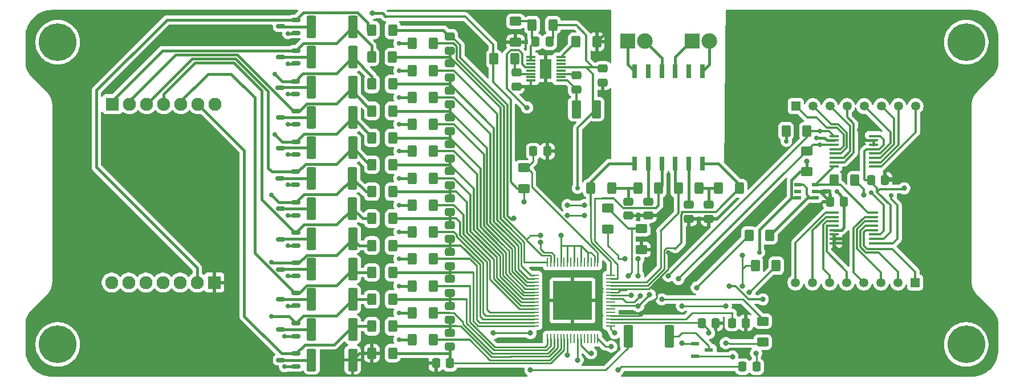
<source format=gbr>
%TF.GenerationSoftware,KiCad,Pcbnew,9.0.2*%
%TF.CreationDate,2025-05-28T14:54:02+02:00*%
%TF.ProjectId,BMS_13,424d535f-3133-42e6-9b69-6361645f7063,rev?*%
%TF.SameCoordinates,Original*%
%TF.FileFunction,Copper,L1,Top*%
%TF.FilePolarity,Positive*%
%FSLAX46Y46*%
G04 Gerber Fmt 4.6, Leading zero omitted, Abs format (unit mm)*
G04 Created by KiCad (PCBNEW 9.0.2) date 2025-05-28 14:54:02*
%MOMM*%
%LPD*%
G01*
G04 APERTURE LIST*
G04 Aperture macros list*
%AMRoundRect*
0 Rectangle with rounded corners*
0 $1 Rounding radius*
0 $2 $3 $4 $5 $6 $7 $8 $9 X,Y pos of 4 corners*
0 Add a 4 corners polygon primitive as box body*
4,1,4,$2,$3,$4,$5,$6,$7,$8,$9,$2,$3,0*
0 Add four circle primitives for the rounded corners*
1,1,$1+$1,$2,$3*
1,1,$1+$1,$4,$5*
1,1,$1+$1,$6,$7*
1,1,$1+$1,$8,$9*
0 Add four rect primitives between the rounded corners*
20,1,$1+$1,$2,$3,$4,$5,0*
20,1,$1+$1,$4,$5,$6,$7,0*
20,1,$1+$1,$6,$7,$8,$9,0*
20,1,$1+$1,$8,$9,$2,$3,0*%
G04 Aperture macros list end*
%TA.AperFunction,ComponentPad*%
%ADD10R,2.325000X2.325000*%
%TD*%
%TA.AperFunction,ComponentPad*%
%ADD11C,2.325000*%
%TD*%
%TA.AperFunction,SMDPad,CuDef*%
%ADD12RoundRect,0.250000X-0.475000X0.337500X-0.475000X-0.337500X0.475000X-0.337500X0.475000X0.337500X0*%
%TD*%
%TA.AperFunction,SMDPad,CuDef*%
%ADD13RoundRect,0.250000X-0.400000X-0.625000X0.400000X-0.625000X0.400000X0.625000X-0.400000X0.625000X0*%
%TD*%
%TA.AperFunction,SMDPad,CuDef*%
%ADD14RoundRect,0.250001X-0.462499X-1.074999X0.462499X-1.074999X0.462499X1.074999X-0.462499X1.074999X0*%
%TD*%
%TA.AperFunction,SMDPad,CuDef*%
%ADD15RoundRect,0.250000X0.400000X0.625000X-0.400000X0.625000X-0.400000X-0.625000X0.400000X-0.625000X0*%
%TD*%
%TA.AperFunction,SMDPad,CuDef*%
%ADD16RoundRect,0.249999X0.450001X1.425001X-0.450001X1.425001X-0.450001X-1.425001X0.450001X-1.425001X0*%
%TD*%
%TA.AperFunction,SMDPad,CuDef*%
%ADD17R,1.475000X0.450000*%
%TD*%
%TA.AperFunction,SMDPad,CuDef*%
%ADD18RoundRect,0.250000X0.625000X-0.400000X0.625000X0.400000X-0.625000X0.400000X-0.625000X-0.400000X0*%
%TD*%
%TA.AperFunction,SMDPad,CuDef*%
%ADD19RoundRect,0.150000X0.512500X0.150000X-0.512500X0.150000X-0.512500X-0.150000X0.512500X-0.150000X0*%
%TD*%
%TA.AperFunction,SMDPad,CuDef*%
%ADD20RoundRect,0.250000X-0.337500X-0.475000X0.337500X-0.475000X0.337500X0.475000X-0.337500X0.475000X0*%
%TD*%
%TA.AperFunction,SMDPad,CuDef*%
%ADD21RoundRect,0.250000X-0.625000X0.400000X-0.625000X-0.400000X0.625000X-0.400000X0.625000X0.400000X0*%
%TD*%
%TA.AperFunction,SMDPad,CuDef*%
%ADD22RoundRect,0.250000X0.475000X-0.337500X0.475000X0.337500X-0.475000X0.337500X-0.475000X-0.337500X0*%
%TD*%
%TA.AperFunction,ComponentPad*%
%ADD23C,5.600000*%
%TD*%
%TA.AperFunction,SMDPad,CuDef*%
%ADD24R,1.050000X0.550000*%
%TD*%
%TA.AperFunction,SMDPad,CuDef*%
%ADD25R,0.279400X1.346200*%
%TD*%
%TA.AperFunction,SMDPad,CuDef*%
%ADD26R,1.346200X0.279400*%
%TD*%
%TA.AperFunction,SMDPad,CuDef*%
%ADD27R,5.791200X5.791200*%
%TD*%
%TA.AperFunction,SMDPad,CuDef*%
%ADD28RoundRect,0.250000X0.337500X0.475000X-0.337500X0.475000X-0.337500X-0.475000X0.337500X-0.475000X0*%
%TD*%
%TA.AperFunction,ComponentPad*%
%ADD29R,1.350000X1.350000*%
%TD*%
%TA.AperFunction,ComponentPad*%
%ADD30C,1.350000*%
%TD*%
%TA.AperFunction,SMDPad,CuDef*%
%ADD31R,1.300000X0.600000*%
%TD*%
%TA.AperFunction,SMDPad,CuDef*%
%ADD32R,1.425000X0.300000*%
%TD*%
%TA.AperFunction,SMDPad,CuDef*%
%ADD33R,1.753000X2.947000*%
%TD*%
%TA.AperFunction,ComponentPad*%
%ADD34R,1.950000X1.950000*%
%TD*%
%TA.AperFunction,ComponentPad*%
%ADD35C,1.950000*%
%TD*%
%TA.AperFunction,SMDPad,CuDef*%
%ADD36R,0.800000X2.010000*%
%TD*%
%TA.AperFunction,SMDPad,CuDef*%
%ADD37RoundRect,0.249999X-0.450001X-1.425001X0.450001X-1.425001X0.450001X1.425001X-0.450001X1.425001X0*%
%TD*%
%TA.AperFunction,ViaPad*%
%ADD38C,0.800000*%
%TD*%
%TA.AperFunction,ViaPad*%
%ADD39C,0.700000*%
%TD*%
%TA.AperFunction,Conductor*%
%ADD40C,0.300000*%
%TD*%
%TA.AperFunction,Conductor*%
%ADD41C,0.400000*%
%TD*%
%TA.AperFunction,Conductor*%
%ADD42C,0.250000*%
%TD*%
G04 APERTURE END LIST*
D10*
%TO.P,J3,1,Pin_1*%
%TO.N,Net-(J3-Pin_1)*%
X163000000Y-68155000D03*
D11*
%TO.P,J3,2,Pin_2*%
%TO.N,Net-(J3-Pin_2)*%
X165540000Y-68155000D03*
%TD*%
D12*
%TO.P,C15,1*%
%TO.N,/C5*%
X127000000Y-95462500D03*
%TO.P,C15,2*%
%TO.N,/C4*%
X127000000Y-97537500D03*
%TD*%
D13*
%TO.P,R38,1*%
%TO.N,/Cell 10*%
X115450000Y-74500000D03*
%TO.P,R38,2*%
%TO.N,/C10*%
X118550000Y-74500000D03*
%TD*%
D14*
%TO.P,L1,1,1*%
%TO.N,Net-(IC1-SW)*%
X145800500Y-78250000D03*
%TO.P,L1,2,2*%
%TO.N,+5V*%
X148775500Y-78250000D03*
%TD*%
D13*
%TO.P,R32,1*%
%TO.N,/Cell 8*%
X115450000Y-82500000D03*
%TO.P,R32,2*%
%TO.N,/C8*%
X118550000Y-82500000D03*
%TD*%
D15*
%TO.P,R7,1*%
%TO.N,Net-(IC2--IN)*%
X174550000Y-97000000D03*
%TO.P,R7,2*%
%TO.N,/Therm_ADC*%
X171450000Y-97000000D03*
%TD*%
%TO.P,R69,1*%
%TO.N,+BATT*%
X175500000Y-101500000D03*
%TO.P,R69,2*%
%TO.N,/C13*%
X172400000Y-101500000D03*
%TD*%
D13*
%TO.P,R24,1*%
%TO.N,Net-(Q4-G)*%
X121450000Y-96500000D03*
%TO.P,R24,2*%
%TO.N,/S5*%
X124550000Y-96500000D03*
%TD*%
%TO.P,R23,1*%
%TO.N,/Cell 5*%
X115450000Y-94500000D03*
%TO.P,R23,2*%
%TO.N,/C5*%
X118550000Y-94500000D03*
%TD*%
D16*
%TO.P,R46,1*%
%TO.N,-VDC*%
X112600000Y-115500000D03*
%TO.P,R46,2*%
%TO.N,Net-(Q12-D)*%
X106500000Y-115500000D03*
%TD*%
D17*
%TO.P,IC3,1,SCL*%
%TO.N,/SCL*%
X189938000Y-98150000D03*
%TO.P,IC3,2,~{RESET}*%
%TO.N,+5V*%
X189938000Y-97500000D03*
%TO.P,IC3,3,SDA*%
%TO.N,/SDA*%
X189938000Y-96850000D03*
%TO.P,IC3,4,S1*%
%TO.N,/T1*%
X189938000Y-96200000D03*
%TO.P,IC3,5,S2*%
%TO.N,/T2*%
X189938000Y-95550000D03*
%TO.P,IC3,6,S3*%
%TO.N,/T3*%
X189938000Y-94900000D03*
%TO.P,IC3,7,S4*%
%TO.N,/T4*%
X189938000Y-94250000D03*
%TO.P,IC3,8,D*%
%TO.N,Net-(IC2-+IN)*%
X189938000Y-93600000D03*
%TO.P,IC3,9,S8*%
%TO.N,/T8*%
X184062000Y-93600000D03*
%TO.P,IC3,10,S7*%
%TO.N,/T7*%
X184062000Y-94250000D03*
%TO.P,IC3,11,S6*%
%TO.N,/T6*%
X184062000Y-94900000D03*
%TO.P,IC3,12,S5*%
%TO.N,/T5*%
X184062000Y-95550000D03*
%TO.P,IC3,13,VDD*%
%TO.N,+5V*%
X184062000Y-96200000D03*
%TO.P,IC3,14,GND*%
%TO.N,-VDC*%
X184062000Y-96850000D03*
%TO.P,IC3,15,A1*%
X184062000Y-97500000D03*
%TO.P,IC3,16,A0*%
X184062000Y-98150000D03*
%TD*%
D18*
%TO.P,R70,1*%
%TO.N,Net-(Q18-G)*%
X173500000Y-112850000D03*
%TO.P,R70,2*%
%TO.N,/S12*%
X173500000Y-109750000D03*
%TD*%
D12*
%TO.P,C18,1*%
%TO.N,/C8*%
X127000000Y-83462500D03*
%TO.P,C18,2*%
%TO.N,/C7*%
X127000000Y-85537500D03*
%TD*%
D13*
%TO.P,R12,1*%
%TO.N,Net-(Q1-G)*%
X121450000Y-108500000D03*
%TO.P,R12,2*%
%TO.N,/S2*%
X124550000Y-108500000D03*
%TD*%
D19*
%TO.P,Q11,1,G*%
%TO.N,Net-(Q11-G)*%
X104187500Y-66900000D03*
%TO.P,Q11,2,S*%
%TO.N,/Cell 12*%
X104187500Y-65000000D03*
%TO.P,Q11,3,D*%
%TO.N,Net-(Q11-D)*%
X101912500Y-65950000D03*
%TD*%
D20*
%TO.P,C1,1*%
%TO.N,/FB*%
X139750500Y-68250000D03*
%TO.P,C1,2*%
%TO.N,+5V*%
X141825500Y-68250000D03*
%TD*%
D21*
%TO.P,R51,1*%
%TO.N,Net-(U1-V+)*%
X138000000Y-86950000D03*
%TO.P,R51,2*%
%TO.N,+BATT*%
X138000000Y-90050000D03*
%TD*%
D22*
%TO.P,C9,1*%
%TO.N,-VDC*%
X162500000Y-94537500D03*
%TO.P,C9,2*%
%TO.N,Net-(T1-SEC1_2)*%
X162500000Y-92462500D03*
%TD*%
D23*
%TO.P,H4,1*%
%TO.N,N/C*%
X203700000Y-113200000D03*
%TD*%
D12*
%TO.P,C12,1*%
%TO.N,/C2*%
X127000000Y-107462500D03*
%TO.P,C12,2*%
%TO.N,/C1*%
X127000000Y-109537500D03*
%TD*%
D13*
%TO.P,R44,1*%
%TO.N,/Cell 12*%
X115450000Y-66500000D03*
%TO.P,R44,2*%
%TO.N,/C12*%
X118550000Y-66500000D03*
%TD*%
D12*
%TO.P,C17,1*%
%TO.N,/C7*%
X127000000Y-87462500D03*
%TO.P,C17,2*%
%TO.N,/C6*%
X127000000Y-89537500D03*
%TD*%
D13*
%TO.P,R15,1*%
%TO.N,/Cell 1*%
X115450000Y-110500000D03*
%TO.P,R15,2*%
%TO.N,/C1*%
X118550000Y-110500000D03*
%TD*%
%TO.P,R27,1*%
%TO.N,Net-(Q5-G)*%
X121450000Y-92500000D03*
%TO.P,R27,2*%
%TO.N,/S6*%
X124550000Y-92500000D03*
%TD*%
D24*
%TO.P,IC2,1,OUT*%
%TO.N,Net-(IC2--IN)*%
X181300000Y-91400000D03*
%TO.P,IC2,2,V-*%
%TO.N,-VDC*%
X181300000Y-90450000D03*
%TO.P,IC2,3,+IN*%
%TO.N,Net-(IC2-+IN)*%
X181300000Y-89500000D03*
%TO.P,IC2,4,-IN*%
%TO.N,Net-(IC2--IN)*%
X178700000Y-89500000D03*
%TO.P,IC2,5,~{SHDN}*%
%TO.N,unconnected-(IC2-~{SHDN}-Pad5)*%
X178700000Y-90450000D03*
%TO.P,IC2,6,V+*%
%TO.N,+5V*%
X178700000Y-91400000D03*
%TD*%
D22*
%TO.P,C2,1*%
%TO.N,-VDC*%
X149750000Y-74287500D03*
%TO.P,C2,2*%
%TO.N,+5V*%
X149750000Y-72212500D03*
%TD*%
D18*
%TO.P,R49,1*%
%TO.N,Net-(U1-IBIAS)*%
X150500000Y-96050000D03*
%TO.P,R49,2*%
%TO.N,Net-(U1-ICMP)*%
X150500000Y-92950000D03*
%TD*%
D12*
%TO.P,C23,1*%
%TO.N,/C1*%
X127000000Y-111462500D03*
%TO.P,C23,2*%
%TO.N,/C0*%
X127000000Y-113537500D03*
%TD*%
D15*
%TO.P,R52,1*%
%TO.N,/VREF2*%
X187183538Y-88818599D03*
%TO.P,R52,2*%
%TO.N,Net-(IC2-+IN)*%
X184083538Y-88818599D03*
%TD*%
D16*
%TO.P,R43,1*%
%TO.N,/Cell 11*%
X112600000Y-66000000D03*
%TO.P,R43,2*%
%TO.N,Net-(Q11-D)*%
X106500000Y-66000000D03*
%TD*%
D20*
%TO.P,C25,1*%
%TO.N,Net-(U1-V+)*%
X139425000Y-84500000D03*
%TO.P,C25,2*%
%TO.N,-VDC*%
X141500000Y-84500000D03*
%TD*%
D16*
%TO.P,R19,1*%
%TO.N,/Cell 3*%
X112600000Y-102000000D03*
%TO.P,R19,2*%
%TO.N,Net-(Q3-D)*%
X106500000Y-102000000D03*
%TD*%
%TO.P,R31,1*%
%TO.N,/Cell 7*%
X112600000Y-84000000D03*
%TO.P,R31,2*%
%TO.N,Net-(Q7-D)*%
X106500000Y-84000000D03*
%TD*%
D13*
%TO.P,R3,1*%
%TO.N,Net-(IC1-RT)*%
X145738000Y-68250000D03*
%TO.P,R3,2*%
%TO.N,-VDC*%
X148838000Y-68250000D03*
%TD*%
D25*
%TO.P,U1,1,V+*%
%TO.N,Net-(U1-V+)*%
X149000000Y-101000000D03*
%TO.P,U1,2,C18*%
%TO.N,/C13*%
X148500001Y-101000000D03*
%TO.P,U1,3,S18*%
%TO.N,unconnected-(U1-S18-Pad3)*%
X148000000Y-101000000D03*
%TO.P,U1,4,C17*%
%TO.N,/C13*%
X147500001Y-101000000D03*
%TO.P,U1,5,S17*%
%TO.N,unconnected-(U1-S17-Pad5)*%
X146999999Y-101000000D03*
%TO.P,U1,6,C16*%
%TO.N,/C13*%
X146500000Y-101000000D03*
%TO.P,U1,7,S16*%
%TO.N,unconnected-(U1-S16-Pad7)*%
X146000001Y-101000000D03*
%TO.P,U1,8,C15*%
%TO.N,/C13*%
X145500000Y-101000000D03*
%TO.P,U1,9,S15*%
%TO.N,unconnected-(U1-S15-Pad9)*%
X145000000Y-101000000D03*
%TO.P,U1,10,C14*%
%TO.N,/C13*%
X144499999Y-101000000D03*
%TO.P,U1,11,S14*%
%TO.N,unconnected-(U1-S14-Pad11)*%
X144000000Y-101000000D03*
%TO.P,U1,12,C13*%
%TO.N,/C13*%
X143500001Y-101000000D03*
%TO.P,U1,13,S13*%
%TO.N,/S13*%
X142999999Y-101000000D03*
%TO.P,U1,14,C12*%
%TO.N,/C12*%
X142500000Y-101000000D03*
%TO.P,U1,15,S12*%
%TO.N,/S12*%
X141999999Y-101000000D03*
%TO.P,U1,16,C11*%
%TO.N,/C11*%
X141500000Y-101000000D03*
D26*
%TO.P,U1,17,S11*%
%TO.N,/S11*%
X139573100Y-102926900D03*
%TO.P,U1,18,C10*%
%TO.N,/C10*%
X139573100Y-103426899D03*
%TO.P,U1,19,S10*%
%TO.N,/S10*%
X139573100Y-103926900D03*
%TO.P,U1,20,C9*%
%TO.N,/C9*%
X139573100Y-104426899D03*
%TO.P,U1,21,S9*%
%TO.N,/S9*%
X139573100Y-104926901D03*
%TO.P,U1,22,C8*%
%TO.N,/C8*%
X139573100Y-105426900D03*
%TO.P,U1,23,S8*%
%TO.N,/S8*%
X139573100Y-105926899D03*
%TO.P,U1,24,C7*%
%TO.N,/C7*%
X139573100Y-106426900D03*
%TO.P,U1,25,S7*%
%TO.N,/S7*%
X139573100Y-106926900D03*
%TO.P,U1,26,C6*%
%TO.N,/C6*%
X139573100Y-107426901D03*
%TO.P,U1,27,S6*%
%TO.N,/S6*%
X139573100Y-107926900D03*
%TO.P,U1,28,C5*%
%TO.N,/C5*%
X139573100Y-108426899D03*
%TO.P,U1,29,S5*%
%TO.N,/S5*%
X139573100Y-108926901D03*
%TO.P,U1,30,C4*%
%TO.N,/C4*%
X139573100Y-109426900D03*
%TO.P,U1,31,S4*%
%TO.N,/S4*%
X139573100Y-109926901D03*
%TO.P,U1,32,C3*%
%TO.N,/C3*%
X139573100Y-110426900D03*
D25*
%TO.P,U1,33,S3*%
%TO.N,/S3*%
X141500000Y-112353800D03*
%TO.P,U1,34,C2*%
%TO.N,/C2*%
X141999999Y-112353800D03*
%TO.P,U1,35,S2*%
%TO.N,/S2*%
X142500000Y-112353800D03*
%TO.P,U1,36,C1*%
%TO.N,/C1*%
X142999999Y-112353800D03*
%TO.P,U1,37,S1*%
%TO.N,/S1*%
X143500001Y-112353800D03*
%TO.P,U1,38,C0*%
%TO.N,/C0*%
X144000000Y-112353800D03*
%TO.P,U1,39,GPIO1*%
%TO.N,/Therm_ADC*%
X144499999Y-112353800D03*
%TO.P,U1,40,GPIO2*%
%TO.N,unconnected-(U1-GPIO2-Pad40)*%
X145000000Y-112353800D03*
%TO.P,U1,41,GPIO3*%
%TO.N,unconnected-(U1-GPIO3-Pad41)*%
X145500000Y-112353800D03*
%TO.P,U1,42,GPIO4*%
%TO.N,/SDA*%
X146000001Y-112353800D03*
%TO.P,U1,43,GPIO5*%
%TO.N,/SCL*%
X146500000Y-112353800D03*
%TO.P,U1,44,GPIO6*%
%TO.N,unconnected-(U1-GPIO6-Pad44)*%
X146999999Y-112353800D03*
%TO.P,U1,45,GPIO7*%
%TO.N,unconnected-(U1-GPIO7-Pad45)*%
X147500001Y-112353800D03*
%TO.P,U1,46,GPIO8*%
%TO.N,unconnected-(U1-GPIO8-Pad46)*%
X148000000Y-112353800D03*
%TO.P,U1,47,GPIO9*%
%TO.N,unconnected-(U1-GPIO9-Pad47)*%
X148500001Y-112353800D03*
%TO.P,U1,48,VREG*%
%TO.N,+5V*%
X149000000Y-112353800D03*
D26*
%TO.P,U1,49,DRIVE*%
%TO.N,/Enable*%
X150926900Y-110426900D03*
%TO.P,U1,50,VREF2*%
%TO.N,/VREF2*%
X150926900Y-109926901D03*
%TO.P,U1,51,VREF1*%
%TO.N,Net-(U1-VREF1)*%
X150926900Y-109426900D03*
%TO.P,U1,52,DTEN*%
%TO.N,-VDC*%
X150926900Y-108926901D03*
%TO.P,U1,53,SDI(NC)*%
%TO.N,unconnected-(U1-SDI(NC)-Pad53)*%
X150926900Y-108426899D03*
%TO.P,U1,54,SDO(NC)*%
%TO.N,unconnected-(U1-SDO(NC)-Pad54)*%
X150926900Y-107926900D03*
%TO.P,U1,55,ISOMD*%
%TO.N,+5V*%
X150926900Y-107426901D03*
%TO.P,U1,56,WDT*%
%TO.N,unconnected-(U1-WDT-Pad56)*%
X150926900Y-106926900D03*
%TO.P,U1,57,IBIAS*%
%TO.N,Net-(U1-IBIAS)*%
X150926900Y-106426900D03*
%TO.P,U1,58,ICMP*%
%TO.N,Net-(U1-ICMP)*%
X150926900Y-105926899D03*
%TO.P,U1,59,V-*%
%TO.N,-VDC*%
X150926900Y-105426900D03*
%TO.P,U1,60,V-*%
X150926900Y-104926901D03*
%TO.P,U1,61,CSB(IMA)*%
%TO.N,/IMA*%
X150926900Y-104426899D03*
%TO.P,U1,62,SCK(IPA)*%
%TO.N,/IPA*%
X150926900Y-103926900D03*
%TO.P,U1,63,IMB*%
%TO.N,/IMB*%
X150926900Y-103426899D03*
%TO.P,U1,64,IPB*%
%TO.N,/IPB*%
X150926900Y-102926900D03*
D27*
%TO.P,U1,65,V-*%
%TO.N,-VDC*%
X145250000Y-106676900D03*
%TD*%
D28*
%TO.P,C11,1*%
%TO.N,-VDC*%
X166500000Y-110000000D03*
%TO.P,C11,2*%
%TO.N,/VREF2*%
X164425000Y-110000000D03*
%TD*%
D12*
%TO.P,C13,1*%
%TO.N,/C3*%
X127000000Y-103462500D03*
%TO.P,C13,2*%
%TO.N,/C2*%
X127000000Y-105537500D03*
%TD*%
D13*
%TO.P,R30,1*%
%TO.N,Net-(Q6-G)*%
X121450000Y-88500000D03*
%TO.P,R30,2*%
%TO.N,/S7*%
X124550000Y-88500000D03*
%TD*%
D29*
%TO.P,J5,1,Pin_1*%
%TO.N,/T9*%
X178400000Y-77800000D03*
D30*
%TO.P,J5,2,Pin_2*%
%TO.N,/T10*%
X180940000Y-77800000D03*
%TO.P,J5,3,Pin_3*%
%TO.N,/T11*%
X183480000Y-77800000D03*
%TO.P,J5,4,Pin_4*%
%TO.N,/T12*%
X186020000Y-77800000D03*
%TO.P,J5,5,Pin_5*%
%TO.N,/T13*%
X188560000Y-77800000D03*
%TO.P,J5,6,Pin_6*%
%TO.N,/T14*%
X191100000Y-77800000D03*
%TO.P,J5,7,Pin_7*%
%TO.N,/T15*%
X193640000Y-77800000D03*
%TO.P,J5,8,Pin_8*%
%TO.N,/T16*%
X196180000Y-77800000D03*
%TD*%
D16*
%TO.P,R22,1*%
%TO.N,/Cell 4*%
X112600000Y-97500000D03*
%TO.P,R22,2*%
%TO.N,Net-(Q4-D)*%
X106500000Y-97500000D03*
%TD*%
D15*
%TO.P,R11,1*%
%TO.N,Net-(C8-Pad2)*%
X164050000Y-90000000D03*
%TO.P,R11,2*%
%TO.N,/IPA*%
X160950000Y-90000000D03*
%TD*%
D12*
%TO.P,C22,1*%
%TO.N,/C12*%
X127000000Y-67462500D03*
%TO.P,C22,2*%
%TO.N,/C11*%
X127000000Y-69537500D03*
%TD*%
D13*
%TO.P,R42,1*%
%TO.N,Net-(Q10-G)*%
X121450000Y-72500000D03*
%TO.P,R42,2*%
%TO.N,/S11*%
X124550000Y-72500000D03*
%TD*%
D28*
%TO.P,C10,1*%
%TO.N,-VDC*%
X171000000Y-110000000D03*
%TO.P,C10,2*%
%TO.N,Net-(U1-VREF1)*%
X168925000Y-110000000D03*
%TD*%
D13*
%TO.P,R48,1*%
%TO.N,Net-(Q12-G)*%
X121450000Y-112500000D03*
%TO.P,R48,2*%
%TO.N,/S1*%
X124550000Y-112500000D03*
%TD*%
D28*
%TO.P,C24,1*%
%TO.N,/C0*%
X127037500Y-116000000D03*
%TO.P,C24,2*%
%TO.N,-VDC*%
X124962500Y-116000000D03*
%TD*%
D12*
%TO.P,C14,1*%
%TO.N,/C4*%
X127000000Y-99462500D03*
%TO.P,C14,2*%
%TO.N,/C3*%
X127000000Y-101537500D03*
%TD*%
D19*
%TO.P,Q6,1,G*%
%TO.N,Net-(Q6-G)*%
X104050000Y-89450000D03*
%TO.P,Q6,2,S*%
%TO.N,/Cell 7*%
X104050000Y-87550000D03*
%TO.P,Q6,3,D*%
%TO.N,Net-(Q6-D)*%
X101775000Y-88500000D03*
%TD*%
D15*
%TO.P,R10,1*%
%TO.N,/IMA*%
X170050000Y-90000000D03*
%TO.P,R10,2*%
%TO.N,Net-(C8-Pad2)*%
X166950000Y-90000000D03*
%TD*%
D23*
%TO.P,H3,1*%
%TO.N,N/C*%
X203700000Y-68300000D03*
%TD*%
D13*
%TO.P,R29,1*%
%TO.N,/Cell 7*%
X115450000Y-86500000D03*
%TO.P,R29,2*%
%TO.N,/C7*%
X118550000Y-86500000D03*
%TD*%
D19*
%TO.P,Q9,1,G*%
%TO.N,Net-(Q9-G)*%
X104050000Y-76000000D03*
%TO.P,Q9,2,S*%
%TO.N,/Cell 10*%
X104050000Y-74100000D03*
%TO.P,Q9,3,D*%
%TO.N,Net-(Q9-D)*%
X101775000Y-75050000D03*
%TD*%
D13*
%TO.P,R26,1*%
%TO.N,/Cell 6*%
X115450000Y-90500000D03*
%TO.P,R26,2*%
%TO.N,/C6*%
X118550000Y-90500000D03*
%TD*%
D19*
%TO.P,Q4,1,G*%
%TO.N,Net-(Q4-G)*%
X104187500Y-98500000D03*
%TO.P,Q4,2,S*%
%TO.N,/Cell 5*%
X104187500Y-96600000D03*
%TO.P,Q4,3,D*%
%TO.N,Net-(Q4-D)*%
X101912500Y-97550000D03*
%TD*%
%TO.P,Q3,1,G*%
%TO.N,Net-(Q3-G)*%
X104187500Y-103000000D03*
%TO.P,Q3,2,S*%
%TO.N,/Cell 4*%
X104187500Y-101100000D03*
%TO.P,Q3,3,D*%
%TO.N,Net-(Q3-D)*%
X101912500Y-102050000D03*
%TD*%
D16*
%TO.P,R28,1*%
%TO.N,/Cell 6*%
X112550000Y-88500000D03*
%TO.P,R28,2*%
%TO.N,Net-(Q6-D)*%
X106450000Y-88500000D03*
%TD*%
D13*
%TO.P,R17,1*%
%TO.N,/Cell 3*%
X115450000Y-102500000D03*
%TO.P,R17,2*%
%TO.N,/C3*%
X118550000Y-102500000D03*
%TD*%
%TO.P,R4,1*%
%TO.N,+BATT*%
X133562465Y-70768955D03*
%TO.P,R4,2*%
%TO.N,Net-(IC1-VIN)*%
X136662465Y-70768955D03*
%TD*%
D31*
%TO.P,Q18,1,G*%
%TO.N,Net-(Q18-G)*%
X163400000Y-113050000D03*
%TO.P,Q18,2,S*%
%TO.N,+BATT*%
X163400000Y-114950000D03*
%TO.P,Q18,3,D*%
%TO.N,Net-(Q18-D)*%
X165500000Y-114000000D03*
%TD*%
D32*
%TO.P,IC1,1,FB_1*%
%TO.N,/FB*%
X139076000Y-70500000D03*
%TO.P,IC1,2,FB_2*%
X139076000Y-71000000D03*
%TO.P,IC1,3,NC_1*%
%TO.N,unconnected-(IC1-NC_1-Pad3)*%
X139076000Y-71500000D03*
%TO.P,IC1,4,EN/UVLO*%
%TO.N,/Enable*%
X139076000Y-72000000D03*
%TO.P,IC1,5,NC_2*%
%TO.N,unconnected-(IC1-NC_2-Pad5)*%
X139076000Y-72500000D03*
%TO.P,IC1,6,VIN*%
%TO.N,Net-(IC1-VIN)*%
X139076000Y-73000000D03*
%TO.P,IC1,7,NC_3*%
%TO.N,unconnected-(IC1-NC_3-Pad7)*%
X139076000Y-73500000D03*
%TO.P,IC1,8,GND_1*%
%TO.N,-VDC*%
X139076000Y-74000000D03*
%TO.P,IC1,9,SW*%
%TO.N,Net-(IC1-SW)*%
X143500000Y-74000000D03*
%TO.P,IC1,10,NC_4*%
%TO.N,unconnected-(IC1-NC_4-Pad10)*%
X143500000Y-73500000D03*
%TO.P,IC1,11,BOOST*%
%TO.N,Net-(IC1-BOOST)*%
X143500000Y-73000000D03*
%TO.P,IC1,12,NC_5*%
%TO.N,unconnected-(IC1-NC_5-Pad12)*%
X143500000Y-72500000D03*
%TO.P,IC1,13,BD*%
%TO.N,+5V*%
X143500000Y-72000000D03*
%TO.P,IC1,14,PG*%
%TO.N,unconnected-(IC1-PG-Pad14)*%
X143500000Y-71500000D03*
%TO.P,IC1,15,NC_6*%
%TO.N,unconnected-(IC1-NC_6-Pad15)*%
X143500000Y-71000000D03*
%TO.P,IC1,16,RT*%
%TO.N,Net-(IC1-RT)*%
X143500000Y-70500000D03*
D33*
%TO.P,IC1,17,GND_2*%
%TO.N,-VDC*%
X141288000Y-72250000D03*
%TD*%
D28*
%TO.P,C32,1*%
%TO.N,/C13*%
X172575000Y-116500000D03*
%TO.P,C32,2*%
%TO.N,/C12*%
X170500000Y-116500000D03*
%TD*%
D13*
%TO.P,R8,1*%
%TO.N,/IPB*%
X147950000Y-90000000D03*
%TO.P,R8,2*%
%TO.N,Net-(C6-Pad2)*%
X151050000Y-90000000D03*
%TD*%
%TO.P,R39,1*%
%TO.N,Net-(Q9-G)*%
X121450000Y-76500000D03*
%TO.P,R39,2*%
%TO.N,/S10*%
X124550000Y-76500000D03*
%TD*%
D23*
%TO.P,H1,1*%
%TO.N,N/C*%
X68800000Y-68300000D03*
%TD*%
D29*
%TO.P,J4,1,Pin_1*%
%TO.N,/T1*%
X196140000Y-104000000D03*
D30*
%TO.P,J4,2,Pin_2*%
%TO.N,/T2*%
X193600000Y-104000000D03*
%TO.P,J4,3,Pin_3*%
%TO.N,/T3*%
X191060000Y-104000000D03*
%TO.P,J4,4,Pin_4*%
%TO.N,/T4*%
X188520000Y-104000000D03*
%TO.P,J4,5,Pin_5*%
%TO.N,/T5*%
X185980000Y-104000000D03*
%TO.P,J4,6,Pin_6*%
%TO.N,/T6*%
X183440000Y-104000000D03*
%TO.P,J4,7,Pin_7*%
%TO.N,/T7*%
X180900000Y-104000000D03*
%TO.P,J4,8,Pin_8*%
%TO.N,/T8*%
X178360000Y-104000000D03*
%TD*%
D34*
%TO.P,J6,1,Pin_1*%
%TO.N,/Cell 11*%
X76930000Y-77500000D03*
D35*
%TO.P,J6,2,Pin_2*%
%TO.N,/Cell 9*%
X79470000Y-77500000D03*
%TO.P,J6,3,Pin_3*%
%TO.N,/Cell 7*%
X82010000Y-77500000D03*
%TO.P,J6,4,Pin_4*%
%TO.N,/Cell 5*%
X84550000Y-77500000D03*
%TO.P,J6,5,Pin_5*%
%TO.N,/Cell 3*%
X87090000Y-77500000D03*
%TO.P,J6,6,Pin_6*%
%TO.N,/Cell 1*%
X89630000Y-77500000D03*
%TO.P,J6,7,Pin_7*%
%TO.N,+BATT*%
X92170000Y-77500000D03*
%TD*%
D36*
%TO.P,T1,1,PRI1_1*%
%TO.N,Net-(J3-Pin_2)*%
X164500000Y-72655000D03*
%TO.P,T1,2,PRI1_2*%
%TO.N,unconnected-(T1-PRI1_2-Pad2)*%
X162500000Y-72655000D03*
%TO.P,T1,3,PRI1_3*%
%TO.N,Net-(J3-Pin_1)*%
X160500000Y-72655000D03*
%TO.P,T1,4,PRI2_1*%
%TO.N,Net-(J1-Pin_2)*%
X158500000Y-72655000D03*
%TO.P,T1,5,PRI2_2*%
%TO.N,unconnected-(T1-PRI2_2-Pad5)*%
X156500000Y-72655000D03*
%TO.P,T1,6,PRI2_3*%
%TO.N,Net-(J1-Pin_1)*%
X154500000Y-72655000D03*
%TO.P,T1,7,SEC2_1*%
%TO.N,/IPB*%
X154500000Y-86345000D03*
%TO.P,T1,8,SEC2_2*%
%TO.N,Net-(T1-SEC2_2)*%
X156500000Y-86345000D03*
%TO.P,T1,9,SEC2_3*%
%TO.N,/IMB*%
X158500000Y-86345000D03*
%TO.P,T1,10,SEC1_1*%
%TO.N,/IPA*%
X160500000Y-86345000D03*
%TO.P,T1,11,SEC1_2*%
%TO.N,Net-(T1-SEC1_2)*%
X162500000Y-86345000D03*
%TO.P,T1,12,SEC1_3*%
%TO.N,/IMA*%
X164500000Y-86345000D03*
%TD*%
D12*
%TO.P,C20,1*%
%TO.N,/C10*%
X127000000Y-75462500D03*
%TO.P,C20,2*%
%TO.N,/C9*%
X127000000Y-77537500D03*
%TD*%
D28*
%TO.P,C26,1*%
%TO.N,+5V*%
X185575000Y-92000000D03*
%TO.P,C26,2*%
%TO.N,-VDC*%
X183500000Y-92000000D03*
%TD*%
D16*
%TO.P,R25,1*%
%TO.N,/Cell 5*%
X112550000Y-93000000D03*
%TO.P,R25,2*%
%TO.N,Net-(Q5-D)*%
X106450000Y-93000000D03*
%TD*%
D22*
%TO.P,C7,1*%
%TO.N,-VDC*%
X156500000Y-94037500D03*
%TO.P,C7,2*%
%TO.N,Net-(T1-SEC2_2)*%
X156500000Y-91962500D03*
%TD*%
D10*
%TO.P,J1,1,Pin_1*%
%TO.N,Net-(J1-Pin_1)*%
X153460000Y-68155000D03*
D11*
%TO.P,J1,2,Pin_2*%
%TO.N,Net-(J1-Pin_2)*%
X156000000Y-68155000D03*
%TD*%
D22*
%TO.P,C6,1*%
%TO.N,-VDC*%
X153500000Y-94075000D03*
%TO.P,C6,2*%
%TO.N,Net-(C6-Pad2)*%
X153500000Y-92000000D03*
%TD*%
D16*
%TO.P,R14,1*%
%TO.N,/Cell 1*%
X112600000Y-111000000D03*
%TO.P,R14,2*%
%TO.N,Net-(Q1-D)*%
X106500000Y-111000000D03*
%TD*%
D13*
%TO.P,R41,1*%
%TO.N,/Cell 11*%
X115400000Y-70500000D03*
%TO.P,R41,2*%
%TO.N,/C11*%
X118500000Y-70500000D03*
%TD*%
%TO.P,R20,1*%
%TO.N,/Cell 4*%
X115450000Y-98500000D03*
%TO.P,R20,2*%
%TO.N,/C4*%
X118550000Y-98500000D03*
%TD*%
%TO.P,R36,1*%
%TO.N,Net-(Q8-G)*%
X121450000Y-80500000D03*
%TO.P,R36,2*%
%TO.N,/S9*%
X124550000Y-80500000D03*
%TD*%
%TO.P,R33,1*%
%TO.N,Net-(Q7-G)*%
X121450000Y-84500000D03*
%TO.P,R33,2*%
%TO.N,/S8*%
X124550000Y-84500000D03*
%TD*%
%TO.P,R35,1*%
%TO.N,/Cell 9*%
X115450000Y-78500000D03*
%TO.P,R35,2*%
%TO.N,/C9*%
X118550000Y-78500000D03*
%TD*%
D16*
%TO.P,R37,1*%
%TO.N,/Cell 9*%
X112600000Y-75000000D03*
%TO.P,R37,2*%
%TO.N,Net-(Q9-D)*%
X106500000Y-75000000D03*
%TD*%
%TO.P,R16,1*%
%TO.N,/Cell 2*%
X112600000Y-106500000D03*
%TO.P,R16,2*%
%TO.N,Net-(Q2-D)*%
X106500000Y-106500000D03*
%TD*%
D13*
%TO.P,R13,1*%
%TO.N,/Cell 2*%
X115450000Y-106500000D03*
%TO.P,R13,2*%
%TO.N,/C2*%
X118550000Y-106500000D03*
%TD*%
%TO.P,R45,1*%
%TO.N,Net-(Q11-G)*%
X121450000Y-68500000D03*
%TO.P,R45,2*%
%TO.N,/S12*%
X124550000Y-68500000D03*
%TD*%
D19*
%TO.P,Q2,1,G*%
%TO.N,Net-(Q2-G)*%
X104187500Y-107450000D03*
%TO.P,Q2,2,S*%
%TO.N,/Cell 3*%
X104187500Y-105550000D03*
%TO.P,Q2,3,D*%
%TO.N,Net-(Q2-D)*%
X101912500Y-106500000D03*
%TD*%
%TO.P,Q12,1,G*%
%TO.N,Net-(Q12-G)*%
X104187500Y-116450000D03*
%TO.P,Q12,2,S*%
%TO.N,/Cell 1*%
X104187500Y-114550000D03*
%TO.P,Q12,3,D*%
%TO.N,Net-(Q12-D)*%
X101912500Y-115500000D03*
%TD*%
D21*
%TO.P,R50,1*%
%TO.N,Net-(U1-ICMP)*%
X155500000Y-96000000D03*
%TO.P,R50,2*%
%TO.N,-VDC*%
X155500000Y-99100000D03*
%TD*%
%TO.P,R1,1*%
%TO.N,/FB*%
X136788000Y-65200000D03*
%TO.P,R1,2*%
%TO.N,-VDC*%
X136788000Y-68300000D03*
%TD*%
D16*
%TO.P,R40,1*%
%TO.N,/Cell 10*%
X112600000Y-70500000D03*
%TO.P,R40,2*%
%TO.N,Net-(Q10-D)*%
X106500000Y-70500000D03*
%TD*%
D13*
%TO.P,R21,1*%
%TO.N,Net-(Q3-G)*%
X121450000Y-100500000D03*
%TO.P,R21,2*%
%TO.N,/S4*%
X124550000Y-100500000D03*
%TD*%
%TO.P,R18,1*%
%TO.N,Net-(Q2-G)*%
X121450000Y-104500000D03*
%TO.P,R18,2*%
%TO.N,/S3*%
X124550000Y-104500000D03*
%TD*%
D12*
%TO.P,C21,1*%
%TO.N,/C11*%
X127000000Y-71462500D03*
%TO.P,C21,2*%
%TO.N,/C10*%
X127000000Y-73537500D03*
%TD*%
D19*
%TO.P,Q5,1,G*%
%TO.N,Net-(Q5-G)*%
X104187500Y-94000000D03*
%TO.P,Q5,2,S*%
%TO.N,/Cell 6*%
X104187500Y-92100000D03*
%TO.P,Q5,3,D*%
%TO.N,Net-(Q5-D)*%
X101912500Y-93050000D03*
%TD*%
D20*
%TO.P,C5,1*%
%TO.N,+5V*%
X189562500Y-88800000D03*
%TO.P,C5,2*%
%TO.N,-VDC*%
X191637500Y-88800000D03*
%TD*%
D34*
%TO.P,J2,1,Pin_1*%
%TO.N,-VDC*%
X92050000Y-104000000D03*
D35*
%TO.P,J2,2,Pin_2*%
%TO.N,/Cell 12*%
X89510000Y-104000000D03*
%TO.P,J2,3,Pin_3*%
%TO.N,/Cell 10*%
X86970000Y-104000000D03*
%TO.P,J2,4,Pin_4*%
%TO.N,/Cell 8*%
X84430000Y-104000000D03*
%TO.P,J2,5,Pin_5*%
%TO.N,/Cell 6*%
X81890000Y-104000000D03*
%TO.P,J2,6,Pin_6*%
%TO.N,/Cell 4*%
X79350000Y-104000000D03*
%TO.P,J2,7,Pin_7*%
%TO.N,/Cell 2*%
X76810000Y-104000000D03*
%TD*%
D16*
%TO.P,R34,1*%
%TO.N,/Cell 8*%
X112600000Y-79500000D03*
%TO.P,R34,2*%
%TO.N,Net-(Q8-D)*%
X106500000Y-79500000D03*
%TD*%
D19*
%TO.P,Q7,1,G*%
%TO.N,Net-(Q7-G)*%
X104187500Y-85000000D03*
%TO.P,Q7,2,S*%
%TO.N,/Cell 8*%
X104187500Y-83100000D03*
%TO.P,Q7,3,D*%
%TO.N,Net-(Q7-D)*%
X101912500Y-84050000D03*
%TD*%
D22*
%TO.P,C8,1*%
%TO.N,-VDC*%
X165500000Y-94537500D03*
%TO.P,C8,2*%
%TO.N,Net-(C8-Pad2)*%
X165500000Y-92462500D03*
%TD*%
D13*
%TO.P,R6,1*%
%TO.N,+5V*%
X176950000Y-81500000D03*
%TO.P,R6,2*%
%TO.N,/SCL*%
X180050000Y-81500000D03*
%TD*%
D23*
%TO.P,H2,1*%
%TO.N,N/C*%
X68800000Y-113200000D03*
%TD*%
D19*
%TO.P,Q10,1,G*%
%TO.N,Net-(Q10-G)*%
X104187500Y-71450000D03*
%TO.P,Q10,2,S*%
%TO.N,/Cell 11*%
X104187500Y-69550000D03*
%TO.P,Q10,3,D*%
%TO.N,Net-(Q10-D)*%
X101912500Y-70500000D03*
%TD*%
%TO.P,Q1,1,G*%
%TO.N,Net-(Q1-G)*%
X104187500Y-111950000D03*
%TO.P,Q1,2,S*%
%TO.N,/Cell 2*%
X104187500Y-110050000D03*
%TO.P,Q1,3,D*%
%TO.N,Net-(Q1-D)*%
X101912500Y-111000000D03*
%TD*%
D17*
%TO.P,IC4,1,SCL*%
%TO.N,/SCL*%
X184062000Y-82225000D03*
%TO.P,IC4,2,~{RESET}*%
%TO.N,+5V*%
X184062000Y-82875000D03*
%TO.P,IC4,3,SDA*%
%TO.N,/SDA*%
X184062000Y-83525000D03*
%TO.P,IC4,4,S1*%
%TO.N,/T9*%
X184062000Y-84175000D03*
%TO.P,IC4,5,S2*%
%TO.N,/T10*%
X184062000Y-84825000D03*
%TO.P,IC4,6,S3*%
%TO.N,/T11*%
X184062000Y-85475000D03*
%TO.P,IC4,7,S4*%
%TO.N,/T12*%
X184062000Y-86125000D03*
%TO.P,IC4,8,D*%
%TO.N,Net-(IC2-+IN)*%
X184062000Y-86775000D03*
%TO.P,IC4,9,S8*%
%TO.N,/T16*%
X189938000Y-86775000D03*
%TO.P,IC4,10,S7*%
%TO.N,/T15*%
X189938000Y-86125000D03*
%TO.P,IC4,11,S6*%
%TO.N,/T14*%
X189938000Y-85475000D03*
%TO.P,IC4,12,S5*%
%TO.N,/T13*%
X189938000Y-84825000D03*
%TO.P,IC4,13,VDD*%
%TO.N,+5V*%
X189938000Y-84175000D03*
%TO.P,IC4,14,GND*%
%TO.N,-VDC*%
X189938000Y-83525000D03*
%TO.P,IC4,15,A1*%
X189938000Y-82875000D03*
%TO.P,IC4,16,A0*%
%TO.N,+5V*%
X189938000Y-82225000D03*
%TD*%
D22*
%TO.P,C4,1*%
%TO.N,-VDC*%
X136911722Y-74877204D03*
%TO.P,C4,2*%
%TO.N,Net-(IC1-VIN)*%
X136911722Y-72802204D03*
%TD*%
D13*
%TO.P,R47,1*%
%TO.N,-VDC*%
X115450000Y-114500000D03*
%TO.P,R47,2*%
%TO.N,/C0*%
X118550000Y-114500000D03*
%TD*%
D12*
%TO.P,C16,1*%
%TO.N,/C6*%
X127000000Y-91462500D03*
%TO.P,C16,2*%
%TO.N,/C5*%
X127000000Y-93537500D03*
%TD*%
%TO.P,C19,1*%
%TO.N,/C9*%
X127000000Y-79462500D03*
%TO.P,C19,2*%
%TO.N,/C8*%
X127000000Y-81537500D03*
%TD*%
D19*
%TO.P,Q8,1,G*%
%TO.N,Net-(Q8-G)*%
X104187500Y-80450000D03*
%TO.P,Q8,2,S*%
%TO.N,/Cell 9*%
X104187500Y-78550000D03*
%TO.P,Q8,3,D*%
%TO.N,Net-(Q8-D)*%
X101912500Y-79500000D03*
%TD*%
D22*
%TO.P,C3,1*%
%TO.N,Net-(IC1-SW)*%
X145788000Y-75287500D03*
%TO.P,C3,2*%
%TO.N,Net-(IC1-BOOST)*%
X145788000Y-73212500D03*
%TD*%
D15*
%TO.P,R2,1*%
%TO.N,+5V*%
X142338000Y-65750000D03*
%TO.P,R2,2*%
%TO.N,/FB*%
X139238000Y-65750000D03*
%TD*%
D21*
%TO.P,R5,1*%
%TO.N,/SDA*%
X180000000Y-84450000D03*
%TO.P,R5,2*%
%TO.N,+5V*%
X180000000Y-87550000D03*
%TD*%
D13*
%TO.P,R9,1*%
%TO.N,Net-(C6-Pad2)*%
X154950000Y-90000000D03*
%TO.P,R9,2*%
%TO.N,/IMB*%
X158050000Y-90000000D03*
%TD*%
D37*
%TO.P,R68,1*%
%TO.N,/Cell 12*%
X153500000Y-112000000D03*
%TO.P,R68,2*%
%TO.N,Net-(Q18-D)*%
X159600000Y-112000000D03*
%TD*%
D38*
%TO.N,+5V*%
X194500000Y-90000000D03*
D39*
X146000000Y-90000000D03*
D38*
X156700000Y-105800000D03*
D39*
X177000000Y-83000000D03*
D38*
X151000000Y-113500000D03*
D39*
X184500000Y-90500000D03*
D38*
X155000000Y-107500000D03*
X180000000Y-86000000D03*
D39*
X181500000Y-82500000D03*
X173000000Y-99500000D03*
%TO.N,-VDC*%
X172500000Y-94000000D03*
X117000000Y-78500000D03*
X140500000Y-82500000D03*
X159500000Y-99500000D03*
X117000000Y-90500000D03*
X140000000Y-76500000D03*
X92000000Y-67500000D03*
X133750000Y-65000000D03*
D38*
X150000000Y-65500000D03*
D39*
X187844425Y-81312811D03*
D38*
X149750000Y-76000000D03*
D39*
X131000000Y-69500000D03*
X185500000Y-100000000D03*
D38*
X145250000Y-106676900D03*
D39*
X175000000Y-108000000D03*
D38*
X155362652Y-108662652D03*
D39*
X157000000Y-95500000D03*
X117000000Y-66500000D03*
X117000000Y-114500000D03*
X117000000Y-102500000D03*
X195000000Y-88500000D03*
D38*
%TO.N,/VREF2*%
X165500000Y-111500000D03*
X173500000Y-106500000D03*
X188500000Y-91000000D03*
X168500000Y-104500000D03*
%TO.N,/C12*%
X140500000Y-98000000D03*
X136500000Y-94500000D03*
X152000000Y-117000000D03*
%TO.N,/Enable*%
X133500000Y-111500000D03*
X151500000Y-111500000D03*
X139000000Y-111500000D03*
X138500000Y-78000000D03*
%TO.N,/SCL*%
X159500000Y-103000000D03*
D39*
X182000000Y-81500000D03*
X192602012Y-91057008D03*
D38*
X148000000Y-114500000D03*
D39*
%TO.N,/SDA*%
X189635627Y-90635627D03*
D38*
X146000000Y-115500000D03*
D39*
X182000000Y-83500000D03*
D38*
X160975000Y-103475000D03*
%TO.N,/S12*%
X158500000Y-106500000D03*
X140500000Y-97000000D03*
%TO.N,/Therm_ADC*%
X163700000Y-104750000D03*
X144500000Y-114800000D03*
%TO.N,+BATT*%
X138000000Y-92000000D03*
X147000000Y-92500000D03*
X171500000Y-105500000D03*
X169000000Y-115000000D03*
X115500000Y-64000000D03*
X144500000Y-92500000D03*
D39*
%TO.N,/Cell 10*%
X101050000Y-73000000D03*
%TO.N,/Cell 8*%
X101050000Y-82000000D03*
%TO.N,/Cell 6*%
X100550000Y-91000000D03*
%TO.N,/Cell 4*%
X100550000Y-101000000D03*
%TO.N,/Cell 2*%
X100550000Y-109000000D03*
%TO.N,Net-(Q1-G)*%
X119500000Y-108500000D03*
X102500000Y-112000000D03*
%TO.N,Net-(Q2-G)*%
X119500000Y-104500000D03*
X103000000Y-107500000D03*
%TO.N,Net-(Q3-G)*%
X103000000Y-103000000D03*
X119500000Y-100500000D03*
%TO.N,Net-(Q4-G)*%
X119500000Y-96500000D03*
X103000000Y-98500000D03*
%TO.N,Net-(Q5-G)*%
X103000000Y-94000000D03*
X119500000Y-92500000D03*
%TO.N,Net-(Q6-G)*%
X119500000Y-88500000D03*
X103000000Y-89500000D03*
%TO.N,Net-(Q7-G)*%
X103000000Y-85000000D03*
X119500000Y-84500000D03*
%TO.N,Net-(Q8-G)*%
X103000000Y-80500000D03*
X119500000Y-80500000D03*
%TO.N,Net-(Q9-G)*%
X119500000Y-76500000D03*
X103000000Y-76000000D03*
%TO.N,Net-(Q10-G)*%
X103000000Y-71500000D03*
X119500000Y-72500000D03*
%TO.N,Net-(Q11-G)*%
X119500000Y-68500000D03*
X103000000Y-67000000D03*
%TO.N,Net-(Q12-G)*%
X119500000Y-112500000D03*
X102500000Y-116500000D03*
D38*
%TO.N,/C13*%
X170500000Y-104500000D03*
X144500000Y-94000000D03*
X143500000Y-97000000D03*
X170500000Y-100000000D03*
X172500000Y-114500000D03*
X147000000Y-94000000D03*
%TO.N,/Cell 12*%
X139000000Y-117000000D03*
%TO.N,Net-(Q18-G)*%
X161500000Y-113000000D03*
X168000000Y-107500000D03*
X168000000Y-113000000D03*
X161500000Y-107500000D03*
%TO.N,Net-(U1-IBIAS)*%
X155000000Y-100500000D03*
X155300000Y-106000000D03*
X153000000Y-100500000D03*
X155000000Y-103000000D03*
%TO.N,Net-(U1-ICMP)*%
X153500000Y-103000000D03*
X153926899Y-105926899D03*
%TD*%
D40*
%TO.N,/FB*%
X136788000Y-65200000D02*
X138688000Y-65200000D01*
X138688000Y-65200000D02*
X139238000Y-65750000D01*
X139750500Y-68250000D02*
X139250500Y-68750000D01*
X139750500Y-68250000D02*
X139076000Y-68924500D01*
X139238000Y-67737500D02*
X139750500Y-68250000D01*
X139238000Y-65750000D02*
X139238000Y-67737500D01*
X139076000Y-68924500D02*
X139076000Y-71000000D01*
%TO.N,+5V*%
X148775500Y-78250000D02*
X148288000Y-77762500D01*
X190900000Y-90100000D02*
X190469024Y-90530976D01*
X142338000Y-65750000D02*
X142338000Y-67737500D01*
X190462500Y-90000000D02*
X190462500Y-90524452D01*
X148288000Y-73000000D02*
X147288000Y-72000000D01*
D41*
X179050000Y-87550000D02*
X177775000Y-88825000D01*
D40*
X191462500Y-97500000D02*
X192462500Y-96500000D01*
X189562500Y-88800000D02*
X189562500Y-89100000D01*
X146000000Y-90000000D02*
X146000000Y-81025500D01*
X147288000Y-71000000D02*
X148288000Y-72000000D01*
X142338000Y-65750000D02*
X145788000Y-65750000D01*
D41*
X177000000Y-83000000D02*
X177000000Y-81550000D01*
D40*
X190469024Y-90530976D02*
X190569024Y-90630976D01*
D42*
X154926901Y-107426901D02*
X155000000Y-107500000D01*
X155073099Y-107426901D02*
X154500000Y-107426901D01*
D40*
X190950500Y-82225000D02*
X189938000Y-82225000D01*
X142338000Y-67737500D02*
X141825500Y-68250000D01*
D41*
X185575000Y-95824500D02*
X185575000Y-92000000D01*
X180000000Y-87550000D02*
X179050000Y-87550000D01*
D42*
X156700000Y-105800000D02*
X155073099Y-107426901D01*
D40*
X148288000Y-72000000D02*
X149537500Y-72000000D01*
X188700000Y-88800000D02*
X189562500Y-88800000D01*
D41*
X177775000Y-91400000D02*
X178700000Y-91400000D01*
D40*
X194400000Y-90100000D02*
X190900000Y-90100000D01*
X189938000Y-84175000D02*
X188900500Y-84175000D01*
X188600000Y-88700000D02*
X188700000Y-88800000D01*
D41*
X184062000Y-96200000D02*
X185199500Y-96200000D01*
D40*
X191500000Y-82774500D02*
X190950500Y-82225000D01*
X149537500Y-72000000D02*
X149750000Y-72212500D01*
X188900500Y-84175000D02*
X188600000Y-84475500D01*
D41*
X185575000Y-92000000D02*
X185575000Y-91575000D01*
X182699500Y-82500000D02*
X183074500Y-82875000D01*
X177775000Y-91275000D02*
X177900000Y-91400000D01*
X183074500Y-82875000D02*
X184062000Y-82875000D01*
D40*
X147288000Y-67250000D02*
X147288000Y-71000000D01*
X189938000Y-97500000D02*
X191462500Y-97500000D01*
X191500000Y-83500000D02*
X191500000Y-82774500D01*
X189562500Y-89100000D02*
X190462500Y-90000000D01*
D41*
X181500000Y-82500000D02*
X182699500Y-82500000D01*
D42*
X150926900Y-107426901D02*
X154500000Y-107426901D01*
D40*
X148288000Y-77762500D02*
X148288000Y-73000000D01*
X190569024Y-90630976D02*
X192462500Y-92524451D01*
X190462500Y-90524452D02*
X190469024Y-90530976D01*
X188600000Y-84475500D02*
X188600000Y-88700000D01*
X189938000Y-84175000D02*
X190825000Y-84175000D01*
D41*
X173000000Y-96175000D02*
X177775000Y-91400000D01*
D40*
X194500000Y-90000000D02*
X194400000Y-90100000D01*
D41*
X177900000Y-91400000D02*
X178700000Y-91400000D01*
D40*
X145788000Y-65750000D02*
X147288000Y-67250000D01*
X146000000Y-81025500D02*
X148775500Y-78250000D01*
X190825000Y-84175000D02*
X191500000Y-83500000D01*
D42*
X151000000Y-113500000D02*
X150146200Y-113500000D01*
D41*
X177000000Y-81550000D02*
X176950000Y-81500000D01*
X173000000Y-96175000D02*
X173000000Y-99500000D01*
D42*
X154500000Y-107426901D02*
X154926901Y-107426901D01*
X150146200Y-113500000D02*
X149000000Y-112353800D01*
D40*
X192462500Y-92524451D02*
X192462500Y-96500000D01*
D41*
X177775000Y-88825000D02*
X177775000Y-91275000D01*
D40*
X143500000Y-72000000D02*
X148288000Y-72000000D01*
D41*
X185575000Y-91575000D02*
X184500000Y-90500000D01*
X180000000Y-87550000D02*
X180000000Y-86000000D01*
X185199500Y-96200000D02*
X185575000Y-95824500D01*
D40*
%TO.N,Net-(IC1-SW)*%
X144500500Y-74000000D02*
X145788000Y-75287500D01*
X143500000Y-74000000D02*
X144500500Y-74000000D01*
X145788000Y-78237500D02*
X145800500Y-78250000D01*
X145788000Y-75287500D02*
X145788000Y-78237500D01*
%TO.N,Net-(IC1-BOOST)*%
X143500000Y-73000000D02*
X145575500Y-73000000D01*
X145575500Y-73000000D02*
X145788000Y-73212500D01*
%TO.N,Net-(IC1-VIN)*%
X136662465Y-70768955D02*
X136662465Y-72552947D01*
X136662465Y-72552947D02*
X136911722Y-72802204D01*
X137000500Y-73000000D02*
X139076000Y-73000000D01*
D42*
%TO.N,-VDC*%
X153500000Y-94075000D02*
X156462500Y-94075000D01*
X150926900Y-104926901D02*
X152500000Y-104926901D01*
X155362652Y-108662652D02*
X155362652Y-108662653D01*
D41*
X189938000Y-82875000D02*
X189938000Y-83525000D01*
X150000000Y-65500000D02*
X150000000Y-67088000D01*
D42*
X157775000Y-106250305D02*
X157775000Y-104775000D01*
X155362652Y-108662653D02*
X155098404Y-108926901D01*
X150926900Y-105426900D02*
X152000001Y-105426900D01*
D40*
X191937500Y-88500000D02*
X195000000Y-88500000D01*
D41*
X149750000Y-74287500D02*
X149750000Y-76000000D01*
D40*
X191637500Y-88800000D02*
X191937500Y-88500000D01*
D41*
X115450000Y-114500000D02*
X113600000Y-114500000D01*
D42*
X156547794Y-104926901D02*
X157237347Y-104237347D01*
D41*
X187844425Y-81918925D02*
X187844425Y-81312811D01*
X181950000Y-90450000D02*
X183500000Y-92000000D01*
D42*
X156462500Y-94075000D02*
X156500000Y-94037500D01*
D41*
X181300000Y-90450000D02*
X181950000Y-90450000D01*
D42*
X152500000Y-104926901D02*
X156547794Y-104926901D01*
D41*
X189938000Y-82875000D02*
X188800500Y-82875000D01*
D42*
X155362652Y-108662652D02*
X155362653Y-108662652D01*
X157775000Y-104775000D02*
X157237347Y-104237347D01*
D40*
X136911722Y-74877204D02*
X138377204Y-74877204D01*
D42*
X155362653Y-108662652D02*
X157775000Y-106250305D01*
X152000001Y-105426900D02*
X152500000Y-104926901D01*
D41*
X184062000Y-96850000D02*
X184062000Y-98150000D01*
X113600000Y-114500000D02*
X112600000Y-115500000D01*
X150000000Y-67088000D02*
X148838000Y-68250000D01*
D42*
X157237347Y-104237347D02*
X159500000Y-101974695D01*
X155098404Y-108926901D02*
X150926900Y-108926901D01*
D40*
X138377204Y-74877204D02*
X140000000Y-76500000D01*
X139076000Y-75576000D02*
X140000000Y-76500000D01*
D42*
X159500000Y-101974695D02*
X159500000Y-99500000D01*
D41*
X184062000Y-98150000D02*
X184062000Y-98562000D01*
D40*
X139076000Y-74000000D02*
X139076000Y-75576000D01*
D41*
X184062000Y-98562000D02*
X185500000Y-100000000D01*
X188800500Y-82875000D02*
X187844425Y-81918925D01*
%TO.N,Net-(C6-Pad2)*%
X153500000Y-90000000D02*
X154950000Y-90000000D01*
X151050000Y-90000000D02*
X153500000Y-90000000D01*
X153500000Y-90000000D02*
X153500000Y-92000000D01*
%TO.N,Net-(T1-SEC2_2)*%
X156500000Y-91962500D02*
X156500000Y-86345000D01*
%TO.N,Net-(C8-Pad2)*%
X164050000Y-90000000D02*
X165500000Y-90000000D01*
X165500000Y-90000000D02*
X166950000Y-90000000D01*
X165500000Y-92462500D02*
X165500000Y-90000000D01*
%TO.N,Net-(T1-SEC1_2)*%
X162500000Y-86345000D02*
X162500000Y-92462500D01*
D42*
%TO.N,/VREF2*%
X164351901Y-109926901D02*
X150926900Y-109926901D01*
D40*
X165500000Y-111075000D02*
X164425000Y-110000000D01*
X171439339Y-106500000D02*
X169439339Y-104500000D01*
X188500000Y-90135061D02*
X187183538Y-88818599D01*
X173500000Y-106500000D02*
X171439339Y-106500000D01*
X169439339Y-104500000D02*
X168500000Y-104500000D01*
X188500000Y-91000000D02*
X188500000Y-90135061D01*
D42*
X164425000Y-110000000D02*
X164351901Y-109926901D01*
D40*
X165500000Y-111500000D02*
X165500000Y-111075000D01*
D42*
%TO.N,/C2*%
X129500000Y-110000000D02*
X129500000Y-106500000D01*
X141379111Y-114050000D02*
X133550000Y-114050000D01*
D40*
X129500000Y-106500000D02*
X127000000Y-106500000D01*
D41*
X127000000Y-107462500D02*
X127000000Y-106500000D01*
X118550000Y-106500000D02*
X127000000Y-106500000D01*
X127000000Y-106500000D02*
X127000000Y-105537500D01*
D42*
X133550000Y-114050000D02*
X131500000Y-112000000D01*
X131500000Y-112000000D02*
X129500000Y-110000000D01*
X141999999Y-112353800D02*
X141999999Y-113429112D01*
X141999999Y-113429112D02*
X141379111Y-114050000D01*
%TO.N,/C1*%
X130500000Y-112328249D02*
X128671751Y-110500000D01*
X128671751Y-110500000D02*
X128000000Y-110500000D01*
X136000000Y-115000000D02*
X133171751Y-115000000D01*
D40*
X128000000Y-110500000D02*
X127000000Y-110500000D01*
D41*
X118550000Y-110500000D02*
X127000000Y-110500000D01*
D42*
X141751903Y-114950000D02*
X136050000Y-114950000D01*
X142999999Y-113701904D02*
X141751903Y-114950000D01*
X136050000Y-114950000D02*
X136000000Y-115000000D01*
X133171751Y-115000000D02*
X130500000Y-112328249D01*
D41*
X127000000Y-110500000D02*
X127000000Y-109537500D01*
X127000000Y-111462500D02*
X127000000Y-110500000D01*
D42*
X142999999Y-112353800D02*
X142999999Y-113701904D01*
%TO.N,/C3*%
X130500000Y-109727208D02*
X130500000Y-102500000D01*
X131199692Y-110426900D02*
X130500000Y-109727208D01*
X139573100Y-110426900D02*
X131199692Y-110426900D01*
D40*
X130500000Y-102500000D02*
X127000000Y-102500000D01*
D41*
X127000000Y-102500000D02*
X127000000Y-101537500D01*
X118550000Y-102500000D02*
X127000000Y-102500000D01*
X127000000Y-103462500D02*
X127000000Y-102500000D01*
%TO.N,/C4*%
X127000000Y-98500000D02*
X127000000Y-97537500D01*
D42*
X139573100Y-109426900D02*
X131926900Y-109426900D01*
X131926900Y-109426900D02*
X131500000Y-109000000D01*
D40*
X131330652Y-101169348D02*
X128661304Y-98500000D01*
D42*
X131500000Y-109000000D02*
X131500000Y-101338696D01*
X131500000Y-101338696D02*
X131330652Y-101169348D01*
D40*
X128661304Y-98500000D02*
X127000000Y-98500000D01*
D41*
X127000000Y-99462500D02*
X127000000Y-98500000D01*
X118550000Y-98500000D02*
X127000000Y-98500000D01*
D40*
%TO.N,/C5*%
X128575000Y-95075000D02*
X128000000Y-94500000D01*
D42*
X139573100Y-108426899D02*
X132926899Y-108426899D01*
D41*
X127000000Y-95462500D02*
X127000000Y-94500000D01*
X127000000Y-94500000D02*
X127000000Y-93537500D01*
D42*
X132926899Y-108426899D02*
X132500000Y-108000000D01*
D40*
X128000000Y-94500000D02*
X127000000Y-94500000D01*
D42*
X132500000Y-100924484D02*
X132287758Y-100712242D01*
D40*
X128575000Y-96999484D02*
X128575000Y-95075000D01*
D41*
X118550000Y-94500000D02*
X127000000Y-94500000D01*
D40*
X132287758Y-100712242D02*
X128575000Y-96999484D01*
D42*
X132500000Y-108000000D02*
X132500000Y-100924484D01*
D41*
%TO.N,/C6*%
X127000000Y-90500000D02*
X127000000Y-89537500D01*
D40*
X133494864Y-100505136D02*
X129575000Y-96585272D01*
D42*
X133519864Y-100530136D02*
X133494864Y-100505136D01*
D41*
X118550000Y-90500000D02*
X127000000Y-90500000D01*
D40*
X129575000Y-96585272D02*
X129575000Y-92075000D01*
X129575000Y-92075000D02*
X128000000Y-90500000D01*
D42*
X139573100Y-107426901D02*
X137519133Y-107426901D01*
D40*
X128000000Y-90500000D02*
X127000000Y-90500000D01*
D42*
X133519864Y-103427632D02*
X133519864Y-100530136D01*
D41*
X127000000Y-91462500D02*
X127000000Y-90500000D01*
D42*
X137519133Y-107426901D02*
X133519864Y-103427632D01*
D41*
%TO.N,/C7*%
X127000000Y-86500000D02*
X127000000Y-85537500D01*
D42*
X137791924Y-106426900D02*
X134450000Y-103084976D01*
X139573100Y-106426900D02*
X137791924Y-106426900D01*
D41*
X118550000Y-86500000D02*
X127000000Y-86500000D01*
D40*
X130575000Y-96171060D02*
X130575000Y-90075000D01*
X130575000Y-90075000D02*
X127000000Y-86500000D01*
D42*
X134450000Y-100046060D02*
X134153940Y-99750000D01*
D40*
X134153940Y-99750000D02*
X130575000Y-96171060D01*
D41*
X127000000Y-87462500D02*
X127000000Y-86500000D01*
D42*
X134450000Y-103084976D02*
X134450000Y-100046060D01*
D41*
%TO.N,/C8*%
X127000000Y-82500000D02*
X127000000Y-81537500D01*
D42*
X135350000Y-99531848D02*
X134568152Y-98750000D01*
D40*
X134568152Y-98750000D02*
X131575000Y-95756848D01*
D41*
X127000000Y-83462500D02*
X127000000Y-82500000D01*
D42*
X138064716Y-105426900D02*
X135350000Y-102712184D01*
D41*
X118550000Y-82500000D02*
X127000000Y-82500000D01*
D42*
X139573100Y-105426900D02*
X138064716Y-105426900D01*
D40*
X131575000Y-87075000D02*
X127000000Y-82500000D01*
D42*
X135350000Y-102712184D02*
X135350000Y-99531848D01*
D40*
X131575000Y-95756848D02*
X131575000Y-87075000D01*
D42*
%TO.N,/C9*%
X136250000Y-99017636D02*
X134982364Y-97750000D01*
X138337507Y-104426899D02*
X136250000Y-102339392D01*
D41*
X118550000Y-78500000D02*
X127000000Y-78500000D01*
D40*
X132575000Y-95342636D02*
X132575000Y-84075000D01*
D42*
X139573100Y-104426899D02*
X138337507Y-104426899D01*
D40*
X134982364Y-97750000D02*
X132575000Y-95342636D01*
D41*
X127000000Y-78500000D02*
X127000000Y-77537500D01*
D40*
X132575000Y-84075000D02*
X127000000Y-78500000D01*
D41*
X127000000Y-79462500D02*
X127000000Y-78500000D01*
D42*
X136250000Y-102339392D02*
X136250000Y-99017636D01*
D41*
%TO.N,/C10*%
X127000000Y-74500000D02*
X127000000Y-73537500D01*
D42*
X137150000Y-98503424D02*
X135323288Y-96676712D01*
D40*
X135323288Y-96676712D02*
X133575000Y-94928424D01*
D41*
X118550000Y-74500000D02*
X127000000Y-74500000D01*
D40*
X133575000Y-81075000D02*
X127000000Y-74500000D01*
X133575000Y-94928424D02*
X133575000Y-81075000D01*
D42*
X137150000Y-101966600D02*
X137150000Y-98503424D01*
D41*
X127000000Y-75462500D02*
X127000000Y-74500000D01*
D42*
X139573100Y-103426899D02*
X138610299Y-103426899D01*
X138610299Y-103426899D02*
X137150000Y-101966600D01*
D41*
%TO.N,/C11*%
X127000000Y-70500000D02*
X127000000Y-69537500D01*
D42*
X138050000Y-101000000D02*
X138050000Y-97989212D01*
D40*
X134575000Y-78075000D02*
X127000000Y-70500000D01*
D42*
X138050000Y-97989212D02*
X135810788Y-95750000D01*
D41*
X118500000Y-70500000D02*
X127000000Y-70500000D01*
X127000000Y-71462500D02*
X127000000Y-70500000D01*
D40*
X134575000Y-94514212D02*
X134575000Y-78075000D01*
X135810788Y-95750000D02*
X134575000Y-94514212D01*
D42*
X141500000Y-101000000D02*
X138050000Y-101000000D01*
%TO.N,/C12*%
X152500000Y-116500000D02*
X152000000Y-117000000D01*
X141000000Y-99500000D02*
X140500000Y-99000000D01*
X140500000Y-99000000D02*
X140475000Y-99000000D01*
D41*
X126037500Y-66500000D02*
X118550000Y-66500000D01*
D40*
X136250000Y-94750000D02*
X136500000Y-94500000D01*
X136225000Y-94750000D02*
X135575000Y-94100000D01*
D42*
X140475000Y-98025000D02*
X140500000Y-98000000D01*
D40*
X128575000Y-70575000D02*
X128575000Y-68744366D01*
X135575000Y-77575000D02*
X128575000Y-70575000D01*
D42*
X140475000Y-99000000D02*
X140475000Y-98025000D01*
D40*
X136225000Y-94750000D02*
X136250000Y-94750000D01*
X128575000Y-68744366D02*
X127293134Y-67462500D01*
D42*
X170500000Y-116500000D02*
X152500000Y-116500000D01*
D41*
X127000000Y-67462500D02*
X126037500Y-66500000D01*
D40*
X135575000Y-94100000D02*
X135575000Y-77575000D01*
D42*
X142099196Y-99500000D02*
X141000000Y-99500000D01*
X142500000Y-99900804D02*
X142099196Y-99500000D01*
X142500000Y-101000000D02*
X142500000Y-99900804D01*
D40*
X127293134Y-67462500D02*
X127000000Y-67462500D01*
D42*
%TO.N,/C0*%
X144000000Y-113974695D02*
X142000000Y-115974695D01*
D41*
X118550000Y-114500000D02*
X127000000Y-114500000D01*
X127037500Y-116000000D02*
X127037500Y-115000000D01*
X127037500Y-115000000D02*
X127037500Y-114537500D01*
D42*
X142000000Y-116000000D02*
X127037500Y-116000000D01*
X144000000Y-112353800D02*
X144000000Y-113974695D01*
D41*
X127000000Y-114500000D02*
X127000000Y-113537500D01*
X127037500Y-114537500D02*
X127000000Y-114500000D01*
D42*
X142000000Y-115974695D02*
X142000000Y-116000000D01*
%TO.N,/Enable*%
X138373490Y-78000000D02*
X135500000Y-75126510D01*
X150926900Y-110926900D02*
X150926900Y-110426900D01*
X138500000Y-78000000D02*
X138373490Y-78000000D01*
D40*
X137267038Y-69500000D02*
X136057892Y-69500000D01*
X139076000Y-72000000D02*
X138215325Y-72000000D01*
X138215325Y-72000000D02*
X137750475Y-71535150D01*
X137750475Y-71535150D02*
X137750475Y-69983437D01*
X137750475Y-69983437D02*
X137267038Y-69500000D01*
X136057892Y-69500000D02*
X135500000Y-70057892D01*
D42*
X139000000Y-111500000D02*
X133500000Y-111500000D01*
X150926900Y-110926900D02*
X151500000Y-111500000D01*
D40*
X135500000Y-70057892D02*
X135500000Y-75126510D01*
%TO.N,Net-(IC1-RT)*%
X143500000Y-70500000D02*
X143500000Y-70488000D01*
X143500000Y-70488000D02*
X145738000Y-68250000D01*
%TO.N,Net-(IC2--IN)*%
X179525000Y-89500000D02*
X180000000Y-89975000D01*
X180000000Y-89975000D02*
X180000000Y-90925000D01*
X180000000Y-90925000D02*
X180475000Y-91400000D01*
X180475000Y-91400000D02*
X181300000Y-91400000D01*
X178700000Y-89500000D02*
X179525000Y-89500000D01*
D41*
X174550000Y-97000000D02*
X180150000Y-91400000D01*
X180150000Y-91400000D02*
X181300000Y-91400000D01*
D40*
%TO.N,Net-(IC2-+IN)*%
X181300000Y-89500000D02*
X181337000Y-89500000D01*
X181337000Y-89500000D02*
X184062000Y-86775000D01*
X181300000Y-89500000D02*
X185000000Y-89500000D01*
X189100000Y-93600000D02*
X189938000Y-93600000D01*
X185000000Y-89500000D02*
X189100000Y-93600000D01*
D42*
%TO.N,/SCL*%
X146500000Y-113316601D02*
X146500000Y-112353800D01*
D40*
X180050000Y-82450000D02*
X159500000Y-103000000D01*
X192602012Y-91057008D02*
X192602012Y-91602012D01*
X192850000Y-98150000D02*
X189938000Y-98150000D01*
X193500000Y-97500000D02*
X192850000Y-98150000D01*
X180050000Y-81500000D02*
X180050000Y-82450000D01*
X183337000Y-81500000D02*
X184062000Y-82225000D01*
D42*
X148000000Y-114500000D02*
X147683399Y-114500000D01*
D40*
X192602012Y-91602012D02*
X193500000Y-92500000D01*
X180050000Y-81500000D02*
X182000000Y-81500000D01*
X193500000Y-92500000D02*
X193500000Y-97500000D01*
X182000000Y-81500000D02*
X183337000Y-81500000D01*
D42*
X147683399Y-114500000D02*
X146500000Y-113316601D01*
%TO.N,/SDA*%
X146000000Y-113500000D02*
X146000000Y-114500000D01*
D40*
X191500000Y-96300500D02*
X190950500Y-96850000D01*
X160975000Y-103475000D02*
X180000000Y-84450000D01*
X184062000Y-83525000D02*
X182500000Y-83525000D01*
D42*
X146000000Y-114500000D02*
X146000000Y-115500000D01*
D40*
X191500000Y-92500000D02*
X191500000Y-96300500D01*
D42*
X146000000Y-113500000D02*
X146000001Y-113499999D01*
D40*
X160950000Y-103500000D02*
X160975000Y-103475000D01*
X189635627Y-90635627D02*
X191500000Y-92500000D01*
X190950500Y-96850000D02*
X189938000Y-96850000D01*
D42*
X146000001Y-112353800D02*
X146000001Y-113499999D01*
D40*
X180925000Y-83525000D02*
X180000000Y-84450000D01*
X182500000Y-83525000D02*
X180925000Y-83525000D01*
%TO.N,/T1*%
X192775000Y-99000000D02*
X189000000Y-99000000D01*
X196160000Y-102385000D02*
X192775000Y-99000000D01*
X196160000Y-104000000D02*
X196160000Y-102385000D01*
X188800000Y-96200000D02*
X189938000Y-96200000D01*
X189000000Y-99000000D02*
X188500000Y-98500000D01*
X188500000Y-98500000D02*
X188500000Y-96500000D01*
X188500000Y-96500000D02*
X188800000Y-96200000D01*
%TO.N,/T2*%
X188742894Y-95550000D02*
X189938000Y-95550000D01*
X193620000Y-104000000D02*
X193620000Y-102385000D01*
X193620000Y-102385000D02*
X190735000Y-99500000D01*
X188792894Y-99500000D02*
X188000000Y-98707107D01*
X188000000Y-96292894D02*
X188742894Y-95550000D01*
X190735000Y-99500000D02*
X188792894Y-99500000D01*
X188000000Y-98707107D02*
X188000000Y-96292894D01*
%TO.N,/T3*%
X191080000Y-104000000D02*
X191080000Y-102494214D01*
X191080000Y-102494214D02*
X187500000Y-98914214D01*
X187500000Y-98914214D02*
X187500000Y-96085788D01*
X187500000Y-96085788D02*
X188685788Y-94900000D01*
X188685788Y-94900000D02*
X189938000Y-94900000D01*
%TO.N,/T4*%
X188540000Y-104000000D02*
X187000000Y-102460000D01*
X188628682Y-94250000D02*
X189938000Y-94250000D01*
X187000000Y-95878682D02*
X188628682Y-94250000D01*
X187000000Y-102460000D02*
X187000000Y-95878682D01*
%TO.N,/T8*%
X178380000Y-98073182D02*
X178380000Y-103955000D01*
X182853182Y-93600000D02*
X178380000Y-98073182D01*
X184062000Y-93600000D02*
X182853182Y-93600000D01*
%TO.N,/T7*%
X182910288Y-94250000D02*
X180920000Y-96240288D01*
X180920000Y-96240288D02*
X180920000Y-104000000D01*
X184062000Y-94250000D02*
X182910288Y-94250000D01*
%TO.N,/T6*%
X182967394Y-94900000D02*
X182474500Y-95392894D01*
X182474500Y-95392894D02*
X182474500Y-101961750D01*
X184062000Y-94900000D02*
X182967394Y-94900000D01*
X182474500Y-101961750D02*
X183460000Y-102947250D01*
X183460000Y-102947250D02*
X183460000Y-104000000D01*
%TO.N,/T5*%
X183024500Y-95550000D02*
X184062000Y-95550000D01*
X182974500Y-95600000D02*
X183024500Y-95550000D01*
X182974500Y-99359500D02*
X182974500Y-95600000D01*
X186000000Y-102385000D02*
X182974500Y-99359500D01*
X186000000Y-104000000D02*
X186000000Y-102385000D01*
%TO.N,/T9*%
X180145000Y-79500000D02*
X178420000Y-77775000D01*
X185042394Y-84175000D02*
X185500000Y-83717394D01*
X185500000Y-82000500D02*
X184499500Y-81000000D01*
X185500000Y-83717394D02*
X185500000Y-82000500D01*
X184499500Y-81000000D02*
X183000000Y-81000000D01*
X183000000Y-81000000D02*
X181500000Y-79500000D01*
X181500000Y-79500000D02*
X180145000Y-79500000D01*
X184062000Y-84175000D02*
X185042394Y-84175000D01*
%TO.N,/T10*%
X183685000Y-80500000D02*
X184706606Y-80500000D01*
X185099500Y-84825000D02*
X184062000Y-84825000D01*
X184706606Y-80500000D02*
X186000000Y-81793394D01*
X186000000Y-81793394D02*
X186000000Y-83924501D01*
X186000000Y-83924501D02*
X185099500Y-84825000D01*
X180960000Y-77775000D02*
X183685000Y-80500000D01*
%TO.N,/T11*%
X183500000Y-77775000D02*
X186500000Y-80775000D01*
X185525000Y-85475000D02*
X184062000Y-85475000D01*
X186500000Y-84500000D02*
X185525000Y-85475000D01*
X186500000Y-80775000D02*
X186500000Y-84500000D01*
%TO.N,/T12*%
X186040000Y-77775000D02*
X186040000Y-79417894D01*
X186040000Y-79417894D02*
X187000000Y-80377894D01*
X187000000Y-80377894D02*
X187000000Y-84707106D01*
X185582106Y-86125000D02*
X184062000Y-86125000D01*
X187000000Y-84707106D02*
X185582106Y-86125000D01*
%TO.N,/T16*%
X196200000Y-77775000D02*
X196200000Y-81664712D01*
X191089712Y-86775000D02*
X189938000Y-86775000D01*
X196200000Y-81664712D02*
X191089712Y-86775000D01*
%TO.N,/T15*%
X191032606Y-86125000D02*
X189938000Y-86125000D01*
X193660000Y-77775000D02*
X193660000Y-83497606D01*
X193660000Y-83497606D02*
X191032606Y-86125000D01*
%TO.N,/T14*%
X190975500Y-85475000D02*
X189938000Y-85475000D01*
X191120000Y-77775000D02*
X193000000Y-79655000D01*
X193000000Y-83450500D02*
X190975500Y-85475000D01*
X193000000Y-79655000D02*
X193000000Y-83450500D01*
%TO.N,/T13*%
X192500000Y-81695000D02*
X192500000Y-83243394D01*
X192500000Y-83243394D02*
X190918394Y-84825000D01*
X188580000Y-77775000D02*
X192500000Y-81695000D01*
X190918394Y-84825000D02*
X189938000Y-84825000D01*
D42*
%TO.N,/S12*%
X170550000Y-106500000D02*
X158500000Y-106500000D01*
D40*
X128075000Y-68951472D02*
X127623528Y-68500000D01*
D42*
X139000000Y-97000000D02*
X140500000Y-97000000D01*
D40*
X128075000Y-70826472D02*
X128075000Y-68951472D01*
D42*
X140697184Y-100000000D02*
X138348592Y-97651408D01*
X138348592Y-97580698D02*
X135075000Y-94307106D01*
X141999999Y-101000000D02*
X141999999Y-100037199D01*
X138348592Y-97651408D02*
X139000000Y-97000000D01*
X173500000Y-109450000D02*
X170550000Y-106500000D01*
X141999999Y-100037199D02*
X141962800Y-100000000D01*
D40*
X135075000Y-77826472D02*
X128075000Y-70826472D01*
X127623528Y-68500000D02*
X124550000Y-68500000D01*
D42*
X173500000Y-109750000D02*
X173500000Y-109450000D01*
D40*
X135075000Y-94307106D02*
X135075000Y-77826472D01*
D42*
X138348592Y-97651408D02*
X138348592Y-97580698D01*
X141962800Y-100000000D02*
X140697184Y-100000000D01*
D40*
%TO.N,/S11*%
X135603682Y-96250000D02*
X134075000Y-94721318D01*
D42*
X137600000Y-98246318D02*
X135603682Y-96250000D01*
D40*
X134075000Y-94721318D02*
X134075000Y-78951472D01*
D42*
X139039700Y-102926900D02*
X137600000Y-101487200D01*
X139573100Y-102926900D02*
X139039700Y-102926900D01*
X137600000Y-101186396D02*
X137600000Y-98246318D01*
X137600000Y-101487200D02*
X137600000Y-101000000D01*
D40*
X127623528Y-72500000D02*
X124550000Y-72500000D01*
X134075000Y-78951472D02*
X127623528Y-72500000D01*
%TO.N,/S10*%
X133075000Y-95135530D02*
X133075000Y-81951472D01*
D42*
X138473904Y-103926900D02*
X136700000Y-102152996D01*
X136700000Y-102152996D02*
X136700000Y-98760530D01*
X136700000Y-98760530D02*
X135000000Y-97060530D01*
D40*
X127623528Y-76500000D02*
X124550000Y-76500000D01*
X135000000Y-97060530D02*
X133075000Y-95135530D01*
X133075000Y-81951472D02*
X127623528Y-76500000D01*
D42*
X139573100Y-103926900D02*
X138473904Y-103926900D01*
D40*
%TO.N,/S9*%
X134762629Y-98237371D02*
X132075000Y-95549742D01*
X127623528Y-80500000D02*
X124550000Y-80500000D01*
X132075000Y-95549742D02*
X132075000Y-84951472D01*
D42*
X138201113Y-104926901D02*
X135800000Y-102525788D01*
X139573100Y-104926901D02*
X138201113Y-104926901D01*
X135800000Y-102525788D02*
X135800000Y-99274742D01*
D40*
X132075000Y-84951472D02*
X127623528Y-80500000D01*
D42*
X135800000Y-99274742D02*
X134762629Y-98237371D01*
%TO.N,/S8*%
X139573100Y-105926899D02*
X137928319Y-105926899D01*
X134900000Y-102898580D02*
X134900000Y-99788954D01*
D40*
X134361046Y-99250000D02*
X131075000Y-95963954D01*
X131075000Y-87951472D02*
X127623528Y-84500000D01*
X131075000Y-95963954D02*
X131075000Y-87951472D01*
D42*
X134900000Y-99788954D02*
X134361046Y-99250000D01*
D40*
X127623528Y-84500000D02*
X124550000Y-84500000D01*
D42*
X137928319Y-105926899D02*
X134900000Y-102898580D01*
D40*
%TO.N,/S7*%
X130075000Y-90951472D02*
X127623528Y-88500000D01*
D42*
X137655528Y-106926900D02*
X133969864Y-103241236D01*
D40*
X130075000Y-96378166D02*
X130075000Y-90951472D01*
X133946834Y-100250000D02*
X130075000Y-96378166D01*
D42*
X133969864Y-103241236D02*
X133969864Y-100273030D01*
D40*
X127623528Y-88500000D02*
X124550000Y-88500000D01*
D42*
X139573100Y-106926900D02*
X137655528Y-106926900D01*
D40*
%TO.N,/S6*%
X129075000Y-96792378D02*
X129075000Y-93951472D01*
X127623528Y-92500000D02*
X124550000Y-92500000D01*
X129075000Y-93951472D02*
X127623528Y-92500000D01*
D42*
X137382736Y-107926900D02*
X133000000Y-103544164D01*
X139573100Y-107926900D02*
X137382736Y-107926900D01*
D40*
X132891311Y-100608689D02*
X129075000Y-96792378D01*
D42*
X133000000Y-103544164D02*
X133000000Y-100717378D01*
%TO.N,/S5*%
X131950000Y-108500000D02*
X131950000Y-101081590D01*
X131950000Y-101081590D02*
X131934205Y-101065795D01*
D40*
X127623528Y-96500000D02*
X124550000Y-96500000D01*
X128075000Y-97206590D02*
X128075000Y-96951472D01*
D42*
X132376901Y-108926901D02*
X131950000Y-108500000D01*
D40*
X131934205Y-101065795D02*
X128075000Y-97206590D01*
X128075000Y-96951472D02*
X127623528Y-96500000D01*
D42*
X139573100Y-108926901D02*
X132376901Y-108926901D01*
D40*
%TO.N,/S4*%
X130977099Y-101522901D02*
X129954198Y-100500000D01*
D42*
X131000000Y-101545802D02*
X130977099Y-101522901D01*
D40*
X129954198Y-100500000D02*
X124550000Y-100500000D01*
D42*
X139573100Y-109926901D02*
X131426901Y-109926901D01*
X131426901Y-109926901D02*
X131000000Y-109500000D01*
X131000000Y-109500000D02*
X131000000Y-101545802D01*
%TO.N,/S3*%
X141192715Y-113600000D02*
X133736396Y-113600000D01*
X130000000Y-109863604D02*
X130000000Y-104500000D01*
X141500000Y-112353800D02*
X141500000Y-113292715D01*
D40*
X130000000Y-104500000D02*
X124550000Y-104500000D01*
D42*
X133736396Y-113600000D02*
X130000000Y-109863604D01*
X141500000Y-113292715D02*
X141192715Y-113600000D01*
%TO.N,/S2*%
X133308147Y-114500000D02*
X129000000Y-110191853D01*
D40*
X127000000Y-108500000D02*
X124550000Y-108500000D01*
D42*
X141565507Y-114500000D02*
X133308147Y-114500000D01*
X142500000Y-112353800D02*
X142500000Y-113565507D01*
X129000000Y-109904900D02*
X127595100Y-108500000D01*
X127595100Y-108500000D02*
X127000000Y-108500000D01*
X142500000Y-113565507D02*
X141565507Y-114500000D01*
X129000000Y-110191853D02*
X129000000Y-109904900D01*
D40*
%TO.N,/S1*%
X124550000Y-112500000D02*
X130000000Y-112500000D01*
D42*
X141838299Y-115500000D02*
X133000000Y-115500000D01*
X133000000Y-115500000D02*
X130000000Y-112500000D01*
X143500001Y-112353800D02*
X143500001Y-113838298D01*
X143500001Y-113838298D02*
X141838299Y-115500000D01*
%TO.N,/Therm_ADC*%
X144500000Y-114800000D02*
X144500000Y-112353801D01*
D40*
X163700000Y-104750000D02*
X171450000Y-97000000D01*
D42*
X144500000Y-112353801D02*
X144499999Y-112353800D01*
X144500000Y-114500000D02*
X144500000Y-114800000D01*
X144499999Y-114499999D02*
X144500000Y-114500000D01*
D40*
%TO.N,/IMA*%
X161856724Y-93519748D02*
X161519748Y-93519748D01*
D42*
X160325000Y-98825000D02*
X160500000Y-99000000D01*
X150926900Y-104426899D02*
X156411400Y-104426899D01*
D40*
X161519748Y-93519748D02*
X161519748Y-93849796D01*
D42*
X156411400Y-104426899D02*
X156419150Y-104419149D01*
D40*
X161425000Y-93944544D02*
X161425000Y-98075000D01*
D42*
X158825000Y-99500000D02*
X158825000Y-99175000D01*
D40*
X161856724Y-93519748D02*
X166530252Y-93519748D01*
D41*
X166895000Y-86345000D02*
X170050000Y-89500000D01*
D40*
X161425000Y-98075000D02*
X160500000Y-99000000D01*
D42*
X159175000Y-98825000D02*
X160325000Y-98825000D01*
D40*
X166530252Y-93519748D02*
X170050000Y-90000000D01*
D42*
X158825000Y-102013299D02*
X158825000Y-99500000D01*
D40*
X161519748Y-93849796D02*
X161425000Y-93944544D01*
D41*
X170050000Y-89500000D02*
X170050000Y-90000000D01*
D42*
X158825000Y-99175000D02*
X159175000Y-98825000D01*
D41*
X164500000Y-86345000D02*
X166895000Y-86345000D01*
D42*
X156419150Y-104419149D02*
X158825000Y-102013299D01*
%TO.N,/IPA*%
X158350952Y-101850951D02*
X158350952Y-96350952D01*
D40*
X160950000Y-93719366D02*
X158334683Y-96334683D01*
D41*
X160500000Y-86345000D02*
X160500000Y-89550000D01*
X160500000Y-89550000D02*
X160950000Y-90000000D01*
D42*
X150926900Y-103926900D02*
X156275003Y-103926900D01*
X158350952Y-96350952D02*
X158334683Y-96334683D01*
D40*
X160950000Y-90000000D02*
X160950000Y-93719366D01*
D42*
X156275003Y-103926900D02*
X158350952Y-101850951D01*
%TO.N,/IMB*%
X151889701Y-103426899D02*
X151925000Y-103391600D01*
D40*
X158050000Y-92536028D02*
X158050000Y-90000000D01*
D42*
X148500000Y-97863604D02*
X148500000Y-91500000D01*
D40*
X157648528Y-92937500D02*
X158050000Y-92536028D01*
D42*
X148500000Y-91500000D02*
X149707106Y-91500000D01*
D40*
X149707106Y-91500000D02*
X151332044Y-91500000D01*
D42*
X151925000Y-101288604D02*
X148500000Y-97863604D01*
X151925000Y-103391600D02*
X151925000Y-101288604D01*
D41*
X158500000Y-89550000D02*
X158050000Y-90000000D01*
D40*
X152769544Y-92937500D02*
X157648528Y-92937500D01*
D41*
X158500000Y-86345000D02*
X158500000Y-89550000D01*
D40*
X151332044Y-91500000D02*
X152769544Y-92937500D01*
D42*
X150926900Y-103426899D02*
X151889701Y-103426899D01*
%TO.N,/IPB*%
X150926900Y-102926900D02*
X150926900Y-100926900D01*
D40*
X147950000Y-92550000D02*
X147950000Y-90000000D01*
D42*
X147950000Y-97450000D02*
X147950000Y-92550000D01*
D41*
X150655000Y-86345000D02*
X147950000Y-89050000D01*
D42*
X150926900Y-100926900D02*
X148000000Y-98000000D01*
X148000000Y-97500000D02*
X147950000Y-97450000D01*
D41*
X154500000Y-86345000D02*
X150655000Y-86345000D01*
D42*
X148000000Y-98000000D02*
X148000000Y-97500000D01*
D41*
X147950000Y-89050000D02*
X147950000Y-90000000D01*
D40*
%TO.N,+BATT*%
X133450000Y-74217687D02*
X133450000Y-68612000D01*
X133450000Y-68612000D02*
X129338000Y-64500000D01*
D42*
X144500000Y-92500000D02*
X147000000Y-92500000D01*
D41*
X117000000Y-64000000D02*
X117500000Y-64500000D01*
D42*
X171500000Y-105500000D02*
X175500000Y-101500000D01*
D41*
X115500000Y-64000000D02*
X117000000Y-64000000D01*
D40*
X138000000Y-90550000D02*
X137950000Y-90600000D01*
D42*
X163050000Y-114950000D02*
X163400000Y-114950000D01*
D40*
X138000000Y-90050000D02*
X137050000Y-90050000D01*
D42*
X163400000Y-114950000D02*
X168950000Y-114950000D01*
D40*
X136075000Y-89075000D02*
X136075000Y-76842687D01*
X129338000Y-64500000D02*
X117500000Y-64500000D01*
X137050000Y-90050000D02*
X136075000Y-89075000D01*
D42*
X168950000Y-114950000D02*
X169000000Y-115000000D01*
X138000000Y-92000000D02*
X138000000Y-90050000D01*
D40*
X136075000Y-76842687D02*
X133450000Y-74217687D01*
D41*
%TO.N,/Cell 10*%
X102150000Y-74100000D02*
X101050000Y-73000000D01*
X105225000Y-72925000D02*
X110175000Y-72925000D01*
X110175000Y-72925000D02*
X112600000Y-70500000D01*
X104050000Y-74100000D02*
X102150000Y-74100000D01*
X104050000Y-74100000D02*
X105225000Y-72925000D01*
X115450000Y-74500000D02*
X115450000Y-73350000D01*
X115450000Y-73350000D02*
X112600000Y-70500000D01*
%TO.N,/Cell 8*%
X115450000Y-82350000D02*
X112600000Y-79500000D01*
X110175000Y-81925000D02*
X112600000Y-79500000D01*
X105362500Y-81925000D02*
X110175000Y-81925000D01*
X104187500Y-83100000D02*
X102150000Y-83100000D01*
X104187500Y-83100000D02*
X105362500Y-81925000D01*
X102150000Y-83100000D02*
X101050000Y-82000000D01*
X115450000Y-82500000D02*
X115450000Y-82350000D01*
%TO.N,/Cell 6*%
X114550000Y-90500000D02*
X112550000Y-88500000D01*
X110175000Y-90925000D02*
X112600000Y-88500000D01*
X101650000Y-92100000D02*
X100550000Y-91000000D01*
X104187500Y-92100000D02*
X101650000Y-92100000D01*
X115450000Y-90500000D02*
X114550000Y-90500000D01*
X104187500Y-92100000D02*
X105362500Y-90925000D01*
X105362500Y-90925000D02*
X110175000Y-90925000D01*
%TO.N,/Cell 4*%
X100650000Y-101100000D02*
X100550000Y-101000000D01*
X110175000Y-99925000D02*
X112600000Y-97500000D01*
X104187500Y-101100000D02*
X104605761Y-101100000D01*
X104605761Y-101100000D02*
X105780761Y-99925000D01*
X105780761Y-99925000D02*
X110175000Y-99925000D01*
X113600000Y-98500000D02*
X112600000Y-97500000D01*
X115450000Y-98500000D02*
X113600000Y-98500000D01*
X104187500Y-101100000D02*
X100650000Y-101100000D01*
%TO.N,/Cell 2*%
X103137500Y-109000000D02*
X100550000Y-109000000D01*
X104187500Y-110050000D02*
X103137500Y-109000000D01*
X105312500Y-108925000D02*
X110175000Y-108925000D01*
X110175000Y-108925000D02*
X112600000Y-106500000D01*
X104187500Y-110050000D02*
X105312500Y-108925000D01*
X115450000Y-106500000D02*
X112600000Y-106500000D01*
%TO.N,/Cell 11*%
X105312500Y-68425000D02*
X110175000Y-68425000D01*
X115400000Y-68800000D02*
X112600000Y-66000000D01*
X76930000Y-77005000D02*
X76930000Y-77500000D01*
X115400000Y-70500000D02*
X115400000Y-68800000D01*
X104187500Y-69550000D02*
X84385000Y-69550000D01*
X104187500Y-69550000D02*
X105312500Y-68425000D01*
X110175000Y-68425000D02*
X112600000Y-66000000D01*
X84385000Y-69550000D02*
X76930000Y-77005000D01*
%TO.N,/Cell 9*%
X104655761Y-78550000D02*
X105780761Y-77425000D01*
X95434683Y-70150000D02*
X86325000Y-70150000D01*
X103834683Y-78550000D02*
X95434683Y-70150000D01*
X104187500Y-78550000D02*
X104655761Y-78550000D01*
X110175000Y-77425000D02*
X112600000Y-75000000D01*
X86325000Y-70150000D02*
X79470000Y-77005000D01*
X79470000Y-77005000D02*
X79470000Y-77500000D01*
X115450000Y-78500000D02*
X112600000Y-75650000D01*
X104187500Y-78550000D02*
X103834683Y-78550000D01*
X105780761Y-77425000D02*
X110175000Y-77425000D01*
X112600000Y-75650000D02*
X112600000Y-75000000D01*
%TO.N,/Cell 7*%
X104050000Y-87550000D02*
X104450000Y-87550000D01*
X100050000Y-75613845D02*
X100050000Y-87000000D01*
X115450000Y-86500000D02*
X115100000Y-86500000D01*
X105575000Y-86425000D02*
X110175000Y-86425000D01*
X104450000Y-87550000D02*
X105575000Y-86425000D01*
X100050000Y-87000000D02*
X100600000Y-87550000D01*
X100600000Y-87550000D02*
X104050000Y-87550000D01*
X95186155Y-70750000D02*
X100050000Y-75613845D01*
X115100000Y-86500000D02*
X112600000Y-84000000D01*
X88760000Y-70750000D02*
X95186155Y-70750000D01*
X110175000Y-86425000D02*
X112600000Y-84000000D01*
X82010000Y-77500000D02*
X88760000Y-70750000D01*
%TO.N,/Cell 5*%
X104187500Y-96600000D02*
X105362500Y-95425000D01*
X84550000Y-76000000D02*
X84550000Y-77500000D01*
X114050000Y-94500000D02*
X112550000Y-93000000D01*
X105362500Y-95425000D02*
X110225000Y-95425000D01*
X99050000Y-75462373D02*
X94937627Y-71350000D01*
X115450000Y-94500000D02*
X114050000Y-94500000D01*
X99050000Y-91627817D02*
X99050000Y-75462373D01*
X104022183Y-96600000D02*
X99050000Y-91627817D01*
X110225000Y-95425000D02*
X112650000Y-93000000D01*
X104187500Y-96600000D02*
X104022183Y-96600000D01*
X94937627Y-71350000D02*
X89200000Y-71350000D01*
X89200000Y-71350000D02*
X84550000Y-76000000D01*
%TO.N,/Cell 3*%
X98050000Y-76500000D02*
X94550000Y-73000000D01*
X110175000Y-104425000D02*
X112600000Y-102000000D01*
X98050000Y-99627817D02*
X98050000Y-76500000D01*
X115450000Y-102500000D02*
X113100000Y-102500000D01*
X104187500Y-105550000D02*
X104655761Y-105550000D01*
X104655761Y-105550000D02*
X105780761Y-104425000D01*
X104187500Y-105550000D02*
X103972183Y-105550000D01*
X103972183Y-105550000D02*
X98050000Y-99627817D01*
X105780761Y-104425000D02*
X110175000Y-104425000D01*
X113100000Y-102500000D02*
X112600000Y-102000000D01*
X91095000Y-73000000D02*
X86820000Y-77275000D01*
X94550000Y-73000000D02*
X91095000Y-73000000D01*
%TO.N,/Cell 1*%
X105487342Y-113250158D02*
X104187500Y-114550000D01*
X112600000Y-110500000D02*
X109849842Y-113250158D01*
X113100000Y-110500000D02*
X112600000Y-111000000D01*
X96500000Y-109000000D02*
X96500000Y-84415000D01*
X115450000Y-110500000D02*
X113100000Y-110500000D01*
X109849842Y-113250158D02*
X105487342Y-113250158D01*
X96500000Y-84415000D02*
X89360000Y-77275000D01*
X102050000Y-114550000D02*
X96500000Y-109000000D01*
X104187500Y-114550000D02*
X102050000Y-114550000D01*
%TO.N,Net-(Q1-G)*%
X121450000Y-108500000D02*
X119500000Y-108500000D01*
X104137500Y-112000000D02*
X104187500Y-111950000D01*
X102500000Y-112000000D02*
X104137500Y-112000000D01*
%TO.N,Net-(Q1-D)*%
X106500000Y-111000000D02*
X101912500Y-111000000D01*
%TO.N,Net-(Q2-G)*%
X103000000Y-107500000D02*
X104137500Y-107500000D01*
X104137500Y-107500000D02*
X104187500Y-107450000D01*
X121450000Y-104500000D02*
X119500000Y-104500000D01*
%TO.N,Net-(Q2-D)*%
X106500000Y-106500000D02*
X101912500Y-106500000D01*
%TO.N,Net-(Q3-G)*%
X103000000Y-103000000D02*
X104187500Y-103000000D01*
X121450000Y-100500000D02*
X119500000Y-100500000D01*
%TO.N,Net-(Q3-D)*%
X101962500Y-102000000D02*
X101912500Y-102050000D01*
X106500000Y-102000000D02*
X101962500Y-102000000D01*
%TO.N,Net-(Q4-G)*%
X103000000Y-98500000D02*
X104187500Y-98500000D01*
X121450000Y-96500000D02*
X119500000Y-96500000D01*
%TO.N,Net-(Q4-D)*%
X101962500Y-97500000D02*
X101912500Y-97550000D01*
X106500000Y-97500000D02*
X101962500Y-97500000D01*
%TO.N,Net-(Q5-G)*%
X103000000Y-94000000D02*
X104187500Y-94000000D01*
X121450000Y-92500000D02*
X119500000Y-92500000D01*
%TO.N,Net-(Q5-D)*%
X106550000Y-93000000D02*
X101962500Y-93000000D01*
X101962500Y-93000000D02*
X101912500Y-93050000D01*
%TO.N,Net-(Q6-G)*%
X103000000Y-89500000D02*
X104000000Y-89500000D01*
X104000000Y-89500000D02*
X104050000Y-89450000D01*
X121450000Y-88500000D02*
X119500000Y-88500000D01*
%TO.N,Net-(Q6-D)*%
X106500000Y-88500000D02*
X101775000Y-88500000D01*
%TO.N,Net-(Q7-G)*%
X103000000Y-85000000D02*
X104187500Y-85000000D01*
X121450000Y-84500000D02*
X119500000Y-84500000D01*
%TO.N,Net-(Q7-D)*%
X106500000Y-84000000D02*
X101962500Y-84000000D01*
X101962500Y-84000000D02*
X101912500Y-84050000D01*
%TO.N,Net-(Q8-G)*%
X121450000Y-80500000D02*
X119500000Y-80500000D01*
X104137500Y-80500000D02*
X104187500Y-80450000D01*
X103000000Y-80500000D02*
X104137500Y-80500000D01*
%TO.N,Net-(Q8-D)*%
X106500000Y-79500000D02*
X101912500Y-79500000D01*
%TO.N,Net-(Q9-G)*%
X121450000Y-76500000D02*
X119500000Y-76500000D01*
X103000000Y-76000000D02*
X104050000Y-76000000D01*
%TO.N,Net-(Q9-D)*%
X101825000Y-75000000D02*
X101775000Y-75050000D01*
X106500000Y-75000000D02*
X101825000Y-75000000D01*
%TO.N,Net-(Q10-G)*%
X121450000Y-72500000D02*
X119500000Y-72500000D01*
X104137500Y-71500000D02*
X104187500Y-71450000D01*
X103000000Y-71500000D02*
X104137500Y-71500000D01*
%TO.N,Net-(Q10-D)*%
X106500000Y-70500000D02*
X101912500Y-70500000D01*
%TO.N,Net-(Q11-G)*%
X103000000Y-67000000D02*
X104087500Y-67000000D01*
X104087500Y-67000000D02*
X104187500Y-66900000D01*
X121450000Y-68500000D02*
X119500000Y-68500000D01*
%TO.N,Net-(Q11-D)*%
X101962500Y-66000000D02*
X101912500Y-65950000D01*
X106500000Y-66000000D02*
X101962500Y-66000000D01*
%TO.N,Net-(Q12-G)*%
X104137500Y-116500000D02*
X104187500Y-116450000D01*
X102500000Y-116500000D02*
X104137500Y-116500000D01*
X121450000Y-112500000D02*
X119500000Y-112500000D01*
%TO.N,Net-(Q12-D)*%
X106500000Y-115500000D02*
X101912500Y-115500000D01*
%TO.N,Net-(J3-Pin_2)*%
X165540000Y-71615000D02*
X164500000Y-72655000D01*
X165540000Y-68155000D02*
X165540000Y-71615000D01*
%TO.N,Net-(J3-Pin_1)*%
X160500000Y-70500000D02*
X160500000Y-72655000D01*
X163000000Y-68155000D02*
X162845000Y-68155000D01*
X162845000Y-68155000D02*
X160500000Y-70500000D01*
%TO.N,Net-(J1-Pin_2)*%
X158500000Y-70655000D02*
X158500000Y-72655000D01*
X156000000Y-68155000D02*
X158500000Y-70655000D01*
%TO.N,Net-(J1-Pin_1)*%
X153460000Y-68155000D02*
X153460000Y-71615000D01*
X153460000Y-71615000D02*
X154500000Y-72655000D01*
D42*
%TO.N,Net-(U1-VREF1)*%
X168925000Y-108575000D02*
X168925000Y-110000000D01*
X162073100Y-109426900D02*
X163000000Y-108500000D01*
X169000000Y-108500000D02*
X168925000Y-108575000D01*
X150926900Y-109426900D02*
X162073100Y-109426900D01*
X163000000Y-108500000D02*
X169000000Y-108500000D01*
%TO.N,Net-(U1-V+)*%
X148431802Y-99068198D02*
X139200000Y-89836396D01*
X149000000Y-99636396D02*
X148431802Y-99068198D01*
X139200000Y-89836396D02*
X139200000Y-87675000D01*
X139425000Y-86000000D02*
X138475000Y-86950000D01*
X149000000Y-101000000D02*
X149000000Y-99636396D01*
X139200000Y-87675000D02*
X138475000Y-86950000D01*
X139425000Y-84500000D02*
X139425000Y-86000000D01*
%TO.N,/C13*%
X146500000Y-98500000D02*
X146500000Y-101000000D01*
X146500000Y-98500000D02*
X147500000Y-99500000D01*
X144499999Y-99000001D02*
X144499999Y-101000000D01*
X170500000Y-102000000D02*
X170500000Y-104500000D01*
X144500000Y-94000000D02*
X147000000Y-94000000D01*
X172575000Y-114575000D02*
X172500000Y-114500000D01*
X147500001Y-99500001D02*
X147500001Y-101000000D01*
X170500000Y-100000000D02*
X170500000Y-102000000D01*
X145500000Y-98500000D02*
X146500000Y-98500000D01*
X171000000Y-101500000D02*
X172400000Y-101500000D01*
X143500000Y-98500000D02*
X144500000Y-98500000D01*
X144500000Y-98500000D02*
X144500000Y-99000000D01*
X148500001Y-100037201D02*
X148500001Y-101000000D01*
X144500000Y-98500000D02*
X145500000Y-98500000D01*
X170500000Y-102000000D02*
X171000000Y-101500000D01*
X147500000Y-99500000D02*
X147500001Y-99500001D01*
X143500001Y-101000000D02*
X143500001Y-98500001D01*
X144500000Y-99000000D02*
X144499999Y-99000001D01*
X147962800Y-99500000D02*
X148500001Y-100037201D01*
X172575000Y-116500000D02*
X172575000Y-114575000D01*
X147500000Y-99500000D02*
X147962800Y-99500000D01*
X145500000Y-98500000D02*
X145500000Y-101000000D01*
X143500001Y-98500001D02*
X143500000Y-98500000D01*
X143500000Y-98500000D02*
X143500000Y-97000000D01*
D41*
%TO.N,/Cell 12*%
X114850000Y-65448834D02*
X114850000Y-66500000D01*
X105262500Y-63925000D02*
X113326166Y-63925000D01*
X113326166Y-63925000D02*
X114850000Y-65448834D01*
X85000000Y-65000000D02*
X74550000Y-75450000D01*
X74550000Y-75450000D02*
X74550000Y-86875000D01*
D42*
X153500000Y-113674999D02*
X153500000Y-112000000D01*
X150174999Y-117000000D02*
X153500000Y-113674999D01*
D41*
X89510000Y-101835000D02*
X89510000Y-104000000D01*
X115450000Y-66500000D02*
X115450000Y-66055761D01*
X74550000Y-86875000D02*
X89510000Y-101835000D01*
X105262500Y-63925000D02*
X104187500Y-65000000D01*
D42*
X139000000Y-117000000D02*
X150174999Y-117000000D01*
D41*
X104187500Y-65000000D02*
X85000000Y-65000000D01*
D42*
%TO.N,Net-(Q18-D)*%
X165500000Y-113450000D02*
X165500000Y-114000000D01*
X161500000Y-111500000D02*
X163550000Y-111500000D01*
X159600000Y-112000000D02*
X161000000Y-112000000D01*
X163550000Y-111500000D02*
X165500000Y-113450000D01*
X161000000Y-112000000D02*
X161500000Y-111500000D01*
%TO.N,Net-(Q18-G)*%
X173300000Y-113050000D02*
X173500000Y-112850000D01*
X161550000Y-113050000D02*
X161500000Y-113000000D01*
X168000000Y-113000000D02*
X168500000Y-113000000D01*
X168000000Y-107500000D02*
X161500000Y-107500000D01*
X168550000Y-113050000D02*
X173300000Y-113050000D01*
X161550000Y-113050000D02*
X163400000Y-113050000D01*
X168500000Y-113000000D02*
X168550000Y-113050000D01*
%TO.N,Net-(U1-IBIAS)*%
X150500000Y-98500000D02*
X150500000Y-96050000D01*
X155000000Y-101000000D02*
X155000000Y-103000000D01*
X152726900Y-106426900D02*
X150926900Y-106426900D01*
X153200000Y-106900000D02*
X152726900Y-106426900D01*
X152000000Y-100000000D02*
X150500000Y-98500000D01*
X153000000Y-100500000D02*
X152000000Y-100500000D01*
X155300000Y-106000000D02*
X154400000Y-106900000D01*
X154400000Y-106900000D02*
X153200000Y-106900000D01*
X152000000Y-100500000D02*
X152000000Y-100000000D01*
X155000000Y-101000000D02*
X155000000Y-100500000D01*
D40*
%TO.N,Net-(U1-ICMP)*%
X153550000Y-96000000D02*
X155500000Y-96000000D01*
D42*
X153926899Y-105926899D02*
X154000000Y-106000000D01*
X150926900Y-105926899D02*
X153926899Y-105926899D01*
X154000000Y-102500000D02*
X154000000Y-96000000D01*
D40*
X150500000Y-92950000D02*
X153550000Y-96000000D01*
D42*
X153500000Y-103000000D02*
X154000000Y-102500000D01*
D40*
X154000000Y-96000000D02*
X155500000Y-96000000D01*
%TD*%
%TA.AperFunction,Conductor*%
%TO.N,-VDC*%
G36*
X104464020Y-63520185D02*
G01*
X104509775Y-63572989D01*
X104519719Y-63642147D01*
X104490694Y-63705703D01*
X104484662Y-63712181D01*
X104033662Y-64163181D01*
X103972339Y-64196666D01*
X103945981Y-64199500D01*
X103609298Y-64199500D01*
X103572432Y-64202401D01*
X103572426Y-64202402D01*
X103414606Y-64248254D01*
X103414603Y-64248255D01*
X103357152Y-64282232D01*
X103294031Y-64299500D01*
X84931004Y-64299500D01*
X84795677Y-64326418D01*
X84795667Y-64326421D01*
X84668192Y-64379222D01*
X84553454Y-64455887D01*
X74005887Y-75003454D01*
X73929222Y-75118192D01*
X73876421Y-75245667D01*
X73876418Y-75245679D01*
X73857230Y-75342147D01*
X73855356Y-75351569D01*
X73849500Y-75381007D01*
X73849500Y-86806006D01*
X73849500Y-86943994D01*
X73849500Y-86943996D01*
X73849499Y-86943996D01*
X73876418Y-87079322D01*
X73876421Y-87079332D01*
X73929222Y-87206807D01*
X74005887Y-87321545D01*
X74005888Y-87321546D01*
X88773181Y-102088838D01*
X88806666Y-102150161D01*
X88809500Y-102176519D01*
X88809500Y-102624942D01*
X88789815Y-102691981D01*
X88741798Y-102735425D01*
X88736671Y-102738037D01*
X88548773Y-102874553D01*
X88384553Y-103038773D01*
X88384553Y-103038774D01*
X88384551Y-103038776D01*
X88348286Y-103088691D01*
X88340318Y-103099658D01*
X88284988Y-103142323D01*
X88215374Y-103148302D01*
X88153579Y-103115696D01*
X88139682Y-103099658D01*
X88131714Y-103088691D01*
X88095449Y-103038776D01*
X87931224Y-102874551D01*
X87743331Y-102738039D01*
X87719839Y-102726069D01*
X87536400Y-102632601D01*
X87315514Y-102560831D01*
X87086129Y-102524500D01*
X87086124Y-102524500D01*
X86853876Y-102524500D01*
X86853871Y-102524500D01*
X86624485Y-102560831D01*
X86403599Y-102632601D01*
X86196668Y-102738039D01*
X86008773Y-102874553D01*
X85844553Y-103038773D01*
X85844553Y-103038774D01*
X85844551Y-103038776D01*
X85808286Y-103088691D01*
X85800318Y-103099658D01*
X85744988Y-103142323D01*
X85675374Y-103148302D01*
X85613579Y-103115696D01*
X85599682Y-103099658D01*
X85591714Y-103088691D01*
X85555449Y-103038776D01*
X85391224Y-102874551D01*
X85203331Y-102738039D01*
X85179839Y-102726069D01*
X84996400Y-102632601D01*
X84775514Y-102560831D01*
X84546129Y-102524500D01*
X84546124Y-102524500D01*
X84313876Y-102524500D01*
X84313871Y-102524500D01*
X84084485Y-102560831D01*
X83863599Y-102632601D01*
X83656668Y-102738039D01*
X83468773Y-102874553D01*
X83304553Y-103038773D01*
X83304553Y-103038774D01*
X83304551Y-103038776D01*
X83268286Y-103088691D01*
X83260318Y-103099658D01*
X83204988Y-103142323D01*
X83135374Y-103148302D01*
X83073579Y-103115696D01*
X83059682Y-103099658D01*
X83051714Y-103088691D01*
X83015449Y-103038776D01*
X82851224Y-102874551D01*
X82663331Y-102738039D01*
X82639839Y-102726069D01*
X82456400Y-102632601D01*
X82235514Y-102560831D01*
X82006129Y-102524500D01*
X82006124Y-102524500D01*
X81773876Y-102524500D01*
X81773871Y-102524500D01*
X81544485Y-102560831D01*
X81323599Y-102632601D01*
X81116668Y-102738039D01*
X80928773Y-102874553D01*
X80764553Y-103038773D01*
X80764553Y-103038774D01*
X80764551Y-103038776D01*
X80728286Y-103088691D01*
X80720318Y-103099658D01*
X80664988Y-103142323D01*
X80595374Y-103148302D01*
X80533579Y-103115696D01*
X80519682Y-103099658D01*
X80511714Y-103088691D01*
X80475449Y-103038776D01*
X80311224Y-102874551D01*
X80123331Y-102738039D01*
X80099839Y-102726069D01*
X79916400Y-102632601D01*
X79695514Y-102560831D01*
X79466129Y-102524500D01*
X79466124Y-102524500D01*
X79233876Y-102524500D01*
X79233871Y-102524500D01*
X79004485Y-102560831D01*
X78783599Y-102632601D01*
X78576668Y-102738039D01*
X78388773Y-102874553D01*
X78224553Y-103038773D01*
X78224553Y-103038774D01*
X78224551Y-103038776D01*
X78188286Y-103088691D01*
X78180318Y-103099658D01*
X78124988Y-103142323D01*
X78055374Y-103148302D01*
X77993579Y-103115696D01*
X77979682Y-103099658D01*
X77971714Y-103088691D01*
X77935449Y-103038776D01*
X77771224Y-102874551D01*
X77583331Y-102738039D01*
X77559839Y-102726069D01*
X77376400Y-102632601D01*
X77155514Y-102560831D01*
X76926129Y-102524500D01*
X76926124Y-102524500D01*
X76693876Y-102524500D01*
X76693871Y-102524500D01*
X76464485Y-102560831D01*
X76243599Y-102632601D01*
X76036668Y-102738039D01*
X75848773Y-102874553D01*
X75684553Y-103038773D01*
X75548039Y-103226668D01*
X75442601Y-103433599D01*
X75370831Y-103654485D01*
X75334500Y-103883870D01*
X75334500Y-104116129D01*
X75370831Y-104345514D01*
X75442601Y-104566400D01*
X75530714Y-104739329D01*
X75548039Y-104773331D01*
X75684551Y-104961224D01*
X75848776Y-105125449D01*
X76036669Y-105261961D01*
X76124837Y-105306885D01*
X76243599Y-105367398D01*
X76243601Y-105367398D01*
X76243604Y-105367400D01*
X76464486Y-105439169D01*
X76582587Y-105457874D01*
X76693871Y-105475500D01*
X76693876Y-105475500D01*
X76926129Y-105475500D01*
X77027502Y-105459443D01*
X77155514Y-105439169D01*
X77376396Y-105367400D01*
X77583331Y-105261961D01*
X77771224Y-105125449D01*
X77935449Y-104961224D01*
X77979682Y-104900341D01*
X78035011Y-104857676D01*
X78104625Y-104851697D01*
X78166420Y-104884302D01*
X78180316Y-104900340D01*
X78224551Y-104961224D01*
X78388776Y-105125449D01*
X78576669Y-105261961D01*
X78664837Y-105306885D01*
X78783599Y-105367398D01*
X78783601Y-105367398D01*
X78783604Y-105367400D01*
X79004486Y-105439169D01*
X79122587Y-105457874D01*
X79233871Y-105475500D01*
X79233876Y-105475500D01*
X79466129Y-105475500D01*
X79567502Y-105459443D01*
X79695514Y-105439169D01*
X79916396Y-105367400D01*
X80123331Y-105261961D01*
X80311224Y-105125449D01*
X80475449Y-104961224D01*
X80519682Y-104900341D01*
X80575011Y-104857676D01*
X80644625Y-104851697D01*
X80706420Y-104884302D01*
X80720316Y-104900340D01*
X80764551Y-104961224D01*
X80928776Y-105125449D01*
X81116669Y-105261961D01*
X81204837Y-105306885D01*
X81323599Y-105367398D01*
X81323601Y-105367398D01*
X81323604Y-105367400D01*
X81544486Y-105439169D01*
X81662587Y-105457874D01*
X81773871Y-105475500D01*
X81773876Y-105475500D01*
X82006129Y-105475500D01*
X82107502Y-105459443D01*
X82235514Y-105439169D01*
X82456396Y-105367400D01*
X82663331Y-105261961D01*
X82851224Y-105125449D01*
X83015449Y-104961224D01*
X83059682Y-104900341D01*
X83115011Y-104857676D01*
X83184625Y-104851697D01*
X83246420Y-104884302D01*
X83260316Y-104900340D01*
X83304551Y-104961224D01*
X83468776Y-105125449D01*
X83656669Y-105261961D01*
X83744837Y-105306885D01*
X83863599Y-105367398D01*
X83863601Y-105367398D01*
X83863604Y-105367400D01*
X84084486Y-105439169D01*
X84202587Y-105457874D01*
X84313871Y-105475500D01*
X84313876Y-105475500D01*
X84546129Y-105475500D01*
X84647502Y-105459443D01*
X84775514Y-105439169D01*
X84996396Y-105367400D01*
X85203331Y-105261961D01*
X85391224Y-105125449D01*
X85555449Y-104961224D01*
X85599682Y-104900341D01*
X85655011Y-104857676D01*
X85724625Y-104851697D01*
X85786420Y-104884302D01*
X85800316Y-104900340D01*
X85844551Y-104961224D01*
X86008776Y-105125449D01*
X86196669Y-105261961D01*
X86284837Y-105306885D01*
X86403599Y-105367398D01*
X86403601Y-105367398D01*
X86403604Y-105367400D01*
X86624486Y-105439169D01*
X86742587Y-105457874D01*
X86853871Y-105475500D01*
X86853876Y-105475500D01*
X87086129Y-105475500D01*
X87187502Y-105459443D01*
X87315514Y-105439169D01*
X87536396Y-105367400D01*
X87743331Y-105261961D01*
X87931224Y-105125449D01*
X88095449Y-104961224D01*
X88139682Y-104900341D01*
X88195011Y-104857676D01*
X88264625Y-104851697D01*
X88326420Y-104884302D01*
X88340316Y-104900340D01*
X88384551Y-104961224D01*
X88548776Y-105125449D01*
X88736669Y-105261961D01*
X88824837Y-105306885D01*
X88943599Y-105367398D01*
X88943601Y-105367398D01*
X88943604Y-105367400D01*
X89164486Y-105439169D01*
X89282587Y-105457874D01*
X89393871Y-105475500D01*
X89393876Y-105475500D01*
X89626129Y-105475500D01*
X89727502Y-105459443D01*
X89855514Y-105439169D01*
X90076396Y-105367400D01*
X90283331Y-105261961D01*
X90438517Y-105149211D01*
X90504323Y-105125732D01*
X90572377Y-105141557D01*
X90621072Y-105191663D01*
X90627584Y-105206196D01*
X90631646Y-105217088D01*
X90631649Y-105217093D01*
X90717809Y-105332187D01*
X90717812Y-105332190D01*
X90832906Y-105418350D01*
X90832913Y-105418354D01*
X90967620Y-105468596D01*
X90967627Y-105468598D01*
X91027155Y-105474999D01*
X91027172Y-105475000D01*
X91800000Y-105475000D01*
X91800000Y-104600001D01*
X91860402Y-104625021D01*
X91985981Y-104650000D01*
X92114019Y-104650000D01*
X92239598Y-104625021D01*
X92300000Y-104600001D01*
X92300000Y-105475000D01*
X93072828Y-105475000D01*
X93072844Y-105474999D01*
X93132372Y-105468598D01*
X93132379Y-105468596D01*
X93267086Y-105418354D01*
X93267093Y-105418350D01*
X93382187Y-105332190D01*
X93382190Y-105332187D01*
X93468350Y-105217093D01*
X93468354Y-105217086D01*
X93518596Y-105082379D01*
X93518598Y-105082372D01*
X93524999Y-105022844D01*
X93525000Y-105022827D01*
X93525000Y-104250000D01*
X92650001Y-104250000D01*
X92675021Y-104189598D01*
X92700000Y-104064019D01*
X92700000Y-103935981D01*
X92675021Y-103810402D01*
X92650001Y-103750000D01*
X93525000Y-103750000D01*
X93525000Y-102977172D01*
X93524999Y-102977155D01*
X93518598Y-102917627D01*
X93518596Y-102917620D01*
X93468354Y-102782913D01*
X93468350Y-102782906D01*
X93382190Y-102667812D01*
X93382187Y-102667809D01*
X93267093Y-102581649D01*
X93267086Y-102581645D01*
X93132379Y-102531403D01*
X93132372Y-102531401D01*
X93072844Y-102525000D01*
X92300000Y-102525000D01*
X92300000Y-103399998D01*
X92239598Y-103374979D01*
X92114019Y-103350000D01*
X91985981Y-103350000D01*
X91860402Y-103374979D01*
X91800000Y-103399998D01*
X91800000Y-102525000D01*
X91027155Y-102525000D01*
X90967627Y-102531401D01*
X90967620Y-102531403D01*
X90832913Y-102581645D01*
X90832906Y-102581649D01*
X90717812Y-102667809D01*
X90717809Y-102667812D01*
X90631649Y-102782906D01*
X90631645Y-102782914D01*
X90627583Y-102793805D01*
X90612660Y-102813737D01*
X90601288Y-102835889D01*
X90592084Y-102841222D01*
X90585711Y-102849737D01*
X90562382Y-102858437D01*
X90540837Y-102870925D01*
X90530210Y-102870436D01*
X90520246Y-102874153D01*
X90495918Y-102868860D01*
X90471041Y-102867717D01*
X90456952Y-102860383D01*
X90451973Y-102859300D01*
X90439644Y-102851596D01*
X90439005Y-102851142D01*
X90283331Y-102738039D01*
X90270136Y-102731315D01*
X90262742Y-102726069D01*
X90246488Y-102705471D01*
X90227407Y-102687450D01*
X90224872Y-102678080D01*
X90219459Y-102671220D01*
X90217464Y-102650689D01*
X90210500Y-102624942D01*
X90210500Y-101766011D01*
X90210500Y-101766007D01*
X90210113Y-101764061D01*
X90209206Y-101759501D01*
X90209204Y-101759496D01*
X90183580Y-101630672D01*
X90182548Y-101628180D01*
X90130777Y-101503192D01*
X90054112Y-101388454D01*
X75286819Y-86621161D01*
X75253334Y-86559838D01*
X75250500Y-86533480D01*
X75250500Y-78705642D01*
X75270185Y-78638603D01*
X75322989Y-78592848D01*
X75392147Y-78582904D01*
X75455703Y-78611929D01*
X75490682Y-78662309D01*
X75511202Y-78717328D01*
X75511206Y-78717335D01*
X75597452Y-78832544D01*
X75597455Y-78832547D01*
X75712664Y-78918793D01*
X75712671Y-78918797D01*
X75847517Y-78969091D01*
X75847516Y-78969091D01*
X75851851Y-78969557D01*
X75907127Y-78975500D01*
X77952872Y-78975499D01*
X78012483Y-78969091D01*
X78147331Y-78918796D01*
X78262546Y-78832546D01*
X78348796Y-78717331D01*
X78352834Y-78706505D01*
X78394703Y-78650570D01*
X78460166Y-78626150D01*
X78528440Y-78640999D01*
X78541890Y-78649508D01*
X78696669Y-78761961D01*
X78794436Y-78811776D01*
X78903599Y-78867398D01*
X78903601Y-78867398D01*
X78903604Y-78867400D01*
X79124486Y-78939169D01*
X79236678Y-78956938D01*
X79353871Y-78975500D01*
X79353876Y-78975500D01*
X79586129Y-78975500D01*
X79703322Y-78956938D01*
X79815514Y-78939169D01*
X80036396Y-78867400D01*
X80243331Y-78761961D01*
X80431224Y-78625449D01*
X80595449Y-78461224D01*
X80639682Y-78400341D01*
X80695011Y-78357676D01*
X80764625Y-78351697D01*
X80826420Y-78384302D01*
X80840316Y-78400340D01*
X80884551Y-78461224D01*
X81048776Y-78625449D01*
X81236669Y-78761961D01*
X81334436Y-78811776D01*
X81443599Y-78867398D01*
X81443601Y-78867398D01*
X81443604Y-78867400D01*
X81664486Y-78939169D01*
X81776678Y-78956938D01*
X81893871Y-78975500D01*
X81893876Y-78975500D01*
X82126129Y-78975500D01*
X82243322Y-78956938D01*
X82355514Y-78939169D01*
X82576396Y-78867400D01*
X82783331Y-78761961D01*
X82971224Y-78625449D01*
X83135449Y-78461224D01*
X83179682Y-78400341D01*
X83235011Y-78357676D01*
X83304625Y-78351697D01*
X83366420Y-78384302D01*
X83380316Y-78400340D01*
X83424551Y-78461224D01*
X83588776Y-78625449D01*
X83776669Y-78761961D01*
X83874436Y-78811776D01*
X83983599Y-78867398D01*
X83983601Y-78867398D01*
X83983604Y-78867400D01*
X84204486Y-78939169D01*
X84316678Y-78956938D01*
X84433871Y-78975500D01*
X84433876Y-78975500D01*
X84666129Y-78975500D01*
X84783322Y-78956938D01*
X84895514Y-78939169D01*
X85116396Y-78867400D01*
X85323331Y-78761961D01*
X85511224Y-78625449D01*
X85675449Y-78461224D01*
X85719682Y-78400341D01*
X85775011Y-78357676D01*
X85844625Y-78351697D01*
X85906420Y-78384302D01*
X85920316Y-78400340D01*
X85964551Y-78461224D01*
X86128776Y-78625449D01*
X86316669Y-78761961D01*
X86414436Y-78811776D01*
X86523599Y-78867398D01*
X86523601Y-78867398D01*
X86523604Y-78867400D01*
X86744486Y-78939169D01*
X86856678Y-78956938D01*
X86973871Y-78975500D01*
X86973876Y-78975500D01*
X87206129Y-78975500D01*
X87323322Y-78956938D01*
X87435514Y-78939169D01*
X87656396Y-78867400D01*
X87863331Y-78761961D01*
X88051224Y-78625449D01*
X88215449Y-78461224D01*
X88259682Y-78400341D01*
X88315011Y-78357676D01*
X88384625Y-78351697D01*
X88446420Y-78384302D01*
X88460316Y-78400340D01*
X88504551Y-78461224D01*
X88668776Y-78625449D01*
X88856669Y-78761961D01*
X88954436Y-78811776D01*
X89063599Y-78867398D01*
X89063601Y-78867398D01*
X89063604Y-78867400D01*
X89284486Y-78939169D01*
X89396678Y-78956938D01*
X89513871Y-78975500D01*
X89513876Y-78975500D01*
X89746129Y-78975500D01*
X89863322Y-78956938D01*
X89963180Y-78941122D01*
X90032471Y-78950076D01*
X90070257Y-78975914D01*
X95763181Y-84668838D01*
X95796666Y-84730161D01*
X95799500Y-84756519D01*
X95799500Y-108931006D01*
X95799500Y-109068994D01*
X95799500Y-109068996D01*
X95799499Y-109068996D01*
X95826418Y-109204322D01*
X95826421Y-109204332D01*
X95879222Y-109331807D01*
X95955887Y-109446545D01*
X95955888Y-109446546D01*
X101100710Y-114591367D01*
X101134195Y-114652690D01*
X101129211Y-114722382D01*
X101087339Y-114778315D01*
X101076151Y-114785780D01*
X100998135Y-114831919D01*
X100998129Y-114831923D01*
X100881923Y-114948129D01*
X100881917Y-114948137D01*
X100798255Y-115089603D01*
X100798254Y-115089606D01*
X100752402Y-115247426D01*
X100752401Y-115247432D01*
X100749500Y-115284298D01*
X100749500Y-115715701D01*
X100752401Y-115752567D01*
X100752402Y-115752573D01*
X100798254Y-115910393D01*
X100798255Y-115910396D01*
X100798256Y-115910398D01*
X100807810Y-115926553D01*
X100881917Y-116051862D01*
X100881923Y-116051870D01*
X100998129Y-116168076D01*
X100998133Y-116168079D01*
X100998135Y-116168081D01*
X101139602Y-116251744D01*
X101179181Y-116263243D01*
X101297426Y-116297597D01*
X101297429Y-116297597D01*
X101297431Y-116297598D01*
X101334306Y-116300500D01*
X101525500Y-116300500D01*
X101592539Y-116320185D01*
X101638294Y-116372989D01*
X101649500Y-116424500D01*
X101649500Y-116583771D01*
X101682182Y-116748074D01*
X101682184Y-116748082D01*
X101746295Y-116902860D01*
X101839373Y-117042162D01*
X101957837Y-117160626D01*
X102048789Y-117221398D01*
X102097137Y-117253703D01*
X102251918Y-117317816D01*
X102416228Y-117350499D01*
X102416232Y-117350500D01*
X102416233Y-117350500D01*
X102583768Y-117350500D01*
X102583769Y-117350499D01*
X102748082Y-117317816D01*
X102902863Y-117253703D01*
X102951211Y-117221398D01*
X103017888Y-117200520D01*
X103020102Y-117200500D01*
X103392672Y-117200500D01*
X103427267Y-117205424D01*
X103572426Y-117247597D01*
X103572429Y-117247597D01*
X103572431Y-117247598D01*
X103609306Y-117250500D01*
X103609314Y-117250500D01*
X104765686Y-117250500D01*
X104765694Y-117250500D01*
X104802569Y-117247598D01*
X104802571Y-117247597D01*
X104802573Y-117247597D01*
X104878630Y-117225500D01*
X104960398Y-117201744D01*
X105101865Y-117118081D01*
X105126071Y-117093874D01*
X105187392Y-117060390D01*
X105257084Y-117065374D01*
X105313018Y-117107244D01*
X105331458Y-117142551D01*
X105365114Y-117244119D01*
X105365186Y-117244334D01*
X105365187Y-117244337D01*
X105370962Y-117253699D01*
X105457288Y-117393656D01*
X105581344Y-117517712D01*
X105730665Y-117609814D01*
X105897202Y-117664999D01*
X105999990Y-117675500D01*
X105999995Y-117675500D01*
X107000005Y-117675500D01*
X107000010Y-117675500D01*
X107102798Y-117664999D01*
X107269335Y-117609814D01*
X107418656Y-117517712D01*
X107542712Y-117393656D01*
X107634814Y-117244335D01*
X107689999Y-117077798D01*
X107700500Y-116975010D01*
X107700500Y-116974986D01*
X111400001Y-116974986D01*
X111410494Y-117077696D01*
X111410494Y-117077698D01*
X111465640Y-117244119D01*
X111465645Y-117244130D01*
X111557680Y-117393340D01*
X111557683Y-117393344D01*
X111681655Y-117517316D01*
X111681659Y-117517319D01*
X111830869Y-117609354D01*
X111830880Y-117609359D01*
X111997302Y-117664505D01*
X112100019Y-117674999D01*
X112349999Y-117674999D01*
X112850000Y-117674999D01*
X113099972Y-117674999D01*
X113099986Y-117674998D01*
X113202696Y-117664505D01*
X113202698Y-117664505D01*
X113369119Y-117609359D01*
X113369130Y-117609354D01*
X113518340Y-117517319D01*
X113518344Y-117517316D01*
X113642316Y-117393344D01*
X113642319Y-117393340D01*
X113734354Y-117244130D01*
X113734359Y-117244119D01*
X113789505Y-117077697D01*
X113799999Y-116974986D01*
X113800000Y-116974973D01*
X113800000Y-116524986D01*
X123875001Y-116524986D01*
X123885494Y-116627697D01*
X123940641Y-116794119D01*
X123940643Y-116794124D01*
X124032684Y-116943345D01*
X124156654Y-117067315D01*
X124305875Y-117159356D01*
X124305880Y-117159358D01*
X124472302Y-117214505D01*
X124472309Y-117214506D01*
X124575019Y-117224999D01*
X124712499Y-117224999D01*
X124712500Y-117224998D01*
X124712500Y-116250000D01*
X123875001Y-116250000D01*
X123875001Y-116524986D01*
X113800000Y-116524986D01*
X113800000Y-115750000D01*
X112850000Y-115750000D01*
X112850000Y-117674999D01*
X112349999Y-117674999D01*
X112350000Y-117674998D01*
X112350000Y-115750000D01*
X111400001Y-115750000D01*
X111400001Y-116974986D01*
X107700500Y-116974986D01*
X107700500Y-114074658D01*
X107720185Y-114007619D01*
X107772989Y-113961864D01*
X107824500Y-113950658D01*
X109918838Y-113950658D01*
X110040048Y-113926547D01*
X110054170Y-113923738D01*
X110142427Y-113887181D01*
X110181649Y-113870935D01*
X110181650Y-113870934D01*
X110181653Y-113870933D01*
X110296385Y-113794272D01*
X111308950Y-112781705D01*
X111370271Y-112748222D01*
X111439962Y-112753206D01*
X111495896Y-112795077D01*
X111502159Y-112804278D01*
X111557288Y-112893656D01*
X111681344Y-113017712D01*
X111830665Y-113109814D01*
X111899300Y-113132557D01*
X111956743Y-113172328D01*
X111983567Y-113236844D01*
X111971252Y-113305619D01*
X111923710Y-113356820D01*
X111899300Y-113367968D01*
X111830878Y-113390641D01*
X111830869Y-113390645D01*
X111681659Y-113482680D01*
X111681655Y-113482683D01*
X111557683Y-113606655D01*
X111557680Y-113606659D01*
X111465645Y-113755869D01*
X111465640Y-113755880D01*
X111410494Y-113922302D01*
X111400000Y-114025013D01*
X111400000Y-115250000D01*
X113799999Y-115250000D01*
X113799999Y-115174986D01*
X114300001Y-115174986D01*
X114310494Y-115277697D01*
X114365641Y-115444119D01*
X114365643Y-115444124D01*
X114457684Y-115593345D01*
X114581654Y-115717315D01*
X114730875Y-115809356D01*
X114730880Y-115809358D01*
X114897302Y-115864505D01*
X114897309Y-115864506D01*
X115000019Y-115874999D01*
X115199999Y-115874999D01*
X115700000Y-115874999D01*
X115899972Y-115874999D01*
X115899986Y-115874998D01*
X116002697Y-115864505D01*
X116169119Y-115809358D01*
X116169124Y-115809356D01*
X116318345Y-115717315D01*
X116442315Y-115593345D01*
X116534356Y-115444124D01*
X116534358Y-115444119D01*
X116589505Y-115277697D01*
X116589506Y-115277690D01*
X116599999Y-115174986D01*
X116600000Y-115174973D01*
X116600000Y-114750000D01*
X115700000Y-114750000D01*
X115700000Y-115874999D01*
X115199999Y-115874999D01*
X115200000Y-115874998D01*
X115200000Y-114750000D01*
X114300001Y-114750000D01*
X114300001Y-115174986D01*
X113799999Y-115174986D01*
X113799999Y-114025028D01*
X113799998Y-114025013D01*
X113789505Y-113922303D01*
X113789504Y-113922297D01*
X113769149Y-113860867D01*
X113757268Y-113825013D01*
X114300000Y-113825013D01*
X114300000Y-114250000D01*
X115200000Y-114250000D01*
X115700000Y-114250000D01*
X116599999Y-114250000D01*
X116599999Y-113825028D01*
X116599998Y-113825013D01*
X116589505Y-113722302D01*
X116534358Y-113555880D01*
X116534356Y-113555875D01*
X116442315Y-113406654D01*
X116318345Y-113282684D01*
X116169124Y-113190643D01*
X116169119Y-113190641D01*
X116002697Y-113135494D01*
X116002690Y-113135493D01*
X115899986Y-113125000D01*
X115700000Y-113125000D01*
X115700000Y-114250000D01*
X115200000Y-114250000D01*
X115200000Y-113125000D01*
X115000029Y-113125000D01*
X115000012Y-113125001D01*
X114897302Y-113135494D01*
X114730880Y-113190641D01*
X114730875Y-113190643D01*
X114581654Y-113282684D01*
X114457684Y-113406654D01*
X114365643Y-113555875D01*
X114365641Y-113555880D01*
X114310494Y-113722302D01*
X114310493Y-113722309D01*
X114300000Y-113825013D01*
X113757268Y-113825013D01*
X113734359Y-113755880D01*
X113734354Y-113755869D01*
X113642319Y-113606659D01*
X113642316Y-113606655D01*
X113518344Y-113482683D01*
X113518340Y-113482680D01*
X113369130Y-113390645D01*
X113369121Y-113390641D01*
X113300699Y-113367968D01*
X113243255Y-113328195D01*
X113216432Y-113263679D01*
X113228747Y-113194903D01*
X113276291Y-113143703D01*
X113300692Y-113132560D01*
X113369335Y-113109814D01*
X113518656Y-113017712D01*
X113642712Y-112893656D01*
X113734814Y-112744335D01*
X113789999Y-112577798D01*
X113790443Y-112573459D01*
X113800279Y-112477169D01*
X113800500Y-112475010D01*
X113800500Y-111324500D01*
X113820185Y-111257461D01*
X113872989Y-111211706D01*
X113924500Y-111200500D01*
X114194846Y-111200500D01*
X114261885Y-111220185D01*
X114307640Y-111272989D01*
X114312552Y-111285496D01*
X114365185Y-111444331D01*
X114365187Y-111444336D01*
X114400069Y-111500888D01*
X114457288Y-111593656D01*
X114581344Y-111717712D01*
X114730666Y-111809814D01*
X114897203Y-111864999D01*
X114999991Y-111875500D01*
X115900008Y-111875499D01*
X115900016Y-111875498D01*
X115900019Y-111875498D01*
X115956302Y-111869748D01*
X116002797Y-111864999D01*
X116169334Y-111809814D01*
X116318656Y-111717712D01*
X116442712Y-111593656D01*
X116534814Y-111444334D01*
X116589999Y-111277797D01*
X116600500Y-111175009D01*
X116600499Y-109824992D01*
X116592838Y-109750000D01*
X116589999Y-109722203D01*
X116589998Y-109722200D01*
X116588511Y-109717712D01*
X116534814Y-109555666D01*
X116442712Y-109406344D01*
X116318656Y-109282288D01*
X116194431Y-109205666D01*
X116169336Y-109190187D01*
X116169331Y-109190185D01*
X116162164Y-109187810D01*
X116002797Y-109135001D01*
X116002795Y-109135000D01*
X115900010Y-109124500D01*
X114999998Y-109124500D01*
X114999980Y-109124501D01*
X114897203Y-109135000D01*
X114897200Y-109135001D01*
X114730668Y-109190185D01*
X114730663Y-109190187D01*
X114581342Y-109282289D01*
X114457289Y-109406342D01*
X114365187Y-109555663D01*
X114365186Y-109555666D01*
X114312551Y-109714506D01*
X114272781Y-109771949D01*
X114208265Y-109798772D01*
X114194847Y-109799500D01*
X113924500Y-109799500D01*
X113857461Y-109779815D01*
X113811706Y-109727011D01*
X113800500Y-109675500D01*
X113800500Y-109524995D01*
X113800499Y-109524982D01*
X113799244Y-109512702D01*
X113789999Y-109422202D01*
X113734814Y-109255665D01*
X113642712Y-109106344D01*
X113518656Y-108982288D01*
X113389888Y-108902863D01*
X113369337Y-108890187D01*
X113369332Y-108890185D01*
X113368726Y-108889984D01*
X113301491Y-108867704D01*
X113244048Y-108827934D01*
X113217225Y-108763418D01*
X113229540Y-108694642D01*
X113277083Y-108643442D01*
X113301487Y-108632296D01*
X113369335Y-108609814D01*
X113518656Y-108517712D01*
X113642712Y-108393656D01*
X113734814Y-108244335D01*
X113789999Y-108077798D01*
X113800500Y-107975010D01*
X113800500Y-107324500D01*
X113820185Y-107257461D01*
X113872989Y-107211706D01*
X113924500Y-107200500D01*
X114194846Y-107200500D01*
X114261885Y-107220185D01*
X114307640Y-107272989D01*
X114312552Y-107285496D01*
X114365185Y-107444331D01*
X114365187Y-107444336D01*
X114400069Y-107500888D01*
X114457288Y-107593656D01*
X114581344Y-107717712D01*
X114730666Y-107809814D01*
X114897203Y-107864999D01*
X114999991Y-107875500D01*
X115900008Y-107875499D01*
X115900016Y-107875498D01*
X115900019Y-107875498D01*
X115956302Y-107869748D01*
X116002797Y-107864999D01*
X116169334Y-107809814D01*
X116318656Y-107717712D01*
X116442712Y-107593656D01*
X116534814Y-107444334D01*
X116589999Y-107277797D01*
X116600500Y-107175009D01*
X116600499Y-105824992D01*
X116599292Y-105813181D01*
X116589999Y-105722203D01*
X116589998Y-105722200D01*
X116574523Y-105675500D01*
X116534814Y-105555666D01*
X116442712Y-105406344D01*
X116318656Y-105282288D01*
X116217970Y-105220185D01*
X116169336Y-105190187D01*
X116169331Y-105190185D01*
X116167862Y-105189698D01*
X116002797Y-105135001D01*
X116002795Y-105135000D01*
X115900010Y-105124500D01*
X114999998Y-105124500D01*
X114999980Y-105124501D01*
X114897203Y-105135000D01*
X114897200Y-105135001D01*
X114730668Y-105190185D01*
X114730663Y-105190187D01*
X114581342Y-105282289D01*
X114457289Y-105406342D01*
X114365187Y-105555663D01*
X114365185Y-105555668D01*
X114352823Y-105592974D01*
X114312551Y-105714506D01*
X114272781Y-105771949D01*
X114208265Y-105798772D01*
X114194847Y-105799500D01*
X113924500Y-105799500D01*
X113857461Y-105779815D01*
X113811706Y-105727011D01*
X113800500Y-105675500D01*
X113800500Y-105024995D01*
X113800499Y-105024982D01*
X113798149Y-105001983D01*
X113789999Y-104922202D01*
X113734814Y-104755665D01*
X113642712Y-104606344D01*
X113518656Y-104482288D01*
X113369335Y-104390186D01*
X113301491Y-104367704D01*
X113244048Y-104327934D01*
X113217225Y-104263418D01*
X113229540Y-104194642D01*
X113277083Y-104143442D01*
X113301487Y-104132296D01*
X113369335Y-104109814D01*
X113518656Y-104017712D01*
X113642712Y-103893656D01*
X113734814Y-103744335D01*
X113789999Y-103577798D01*
X113800500Y-103475010D01*
X113800500Y-103324500D01*
X113820185Y-103257461D01*
X113872989Y-103211706D01*
X113924500Y-103200500D01*
X114194846Y-103200500D01*
X114261885Y-103220185D01*
X114307640Y-103272989D01*
X114312552Y-103285496D01*
X114333927Y-103350000D01*
X114365186Y-103444334D01*
X114457288Y-103593656D01*
X114581344Y-103717712D01*
X114730666Y-103809814D01*
X114897203Y-103864999D01*
X114999991Y-103875500D01*
X115900008Y-103875499D01*
X115900016Y-103875498D01*
X115900019Y-103875498D01*
X115956302Y-103869748D01*
X116002797Y-103864999D01*
X116169334Y-103809814D01*
X116318656Y-103717712D01*
X116442712Y-103593656D01*
X116534814Y-103444334D01*
X116589999Y-103277797D01*
X116600500Y-103175009D01*
X116600499Y-101824992D01*
X116595962Y-101780582D01*
X116589999Y-101722203D01*
X116589998Y-101722200D01*
X116574523Y-101675500D01*
X116534814Y-101555666D01*
X116442712Y-101406344D01*
X116318656Y-101282288D01*
X116203069Y-101210994D01*
X116169336Y-101190187D01*
X116169331Y-101190185D01*
X116123554Y-101175016D01*
X116002797Y-101135001D01*
X116002795Y-101135000D01*
X115900010Y-101124500D01*
X114999998Y-101124500D01*
X114999980Y-101124501D01*
X114897203Y-101135000D01*
X114897200Y-101135001D01*
X114730668Y-101190185D01*
X114730663Y-101190187D01*
X114581342Y-101282289D01*
X114457289Y-101406342D01*
X114365187Y-101555663D01*
X114365186Y-101555666D01*
X114312551Y-101714506D01*
X114272781Y-101771949D01*
X114208265Y-101798772D01*
X114194847Y-101799500D01*
X113924500Y-101799500D01*
X113857461Y-101779815D01*
X113811706Y-101727011D01*
X113800500Y-101675500D01*
X113800500Y-100524995D01*
X113800499Y-100524982D01*
X113794791Y-100469114D01*
X113789999Y-100422202D01*
X113734814Y-100255665D01*
X113642712Y-100106344D01*
X113518656Y-99982288D01*
X113403573Y-99911304D01*
X113369337Y-99890187D01*
X113369332Y-99890185D01*
X113368726Y-99889984D01*
X113301491Y-99867704D01*
X113244048Y-99827934D01*
X113217225Y-99763418D01*
X113229540Y-99694642D01*
X113277083Y-99643442D01*
X113301487Y-99632296D01*
X113369335Y-99609814D01*
X113518656Y-99517712D01*
X113642712Y-99393656D01*
X113725521Y-99259401D01*
X113777467Y-99212679D01*
X113831058Y-99200500D01*
X114194846Y-99200500D01*
X114261885Y-99220185D01*
X114307640Y-99272989D01*
X114312552Y-99285496D01*
X114333927Y-99350000D01*
X114365186Y-99444334D01*
X114457288Y-99593656D01*
X114581344Y-99717712D01*
X114730666Y-99809814D01*
X114897203Y-99864999D01*
X114999991Y-99875500D01*
X115900008Y-99875499D01*
X115900016Y-99875498D01*
X115900019Y-99875498D01*
X115976297Y-99867706D01*
X116002797Y-99864999D01*
X116169334Y-99809814D01*
X116318656Y-99717712D01*
X116442712Y-99593656D01*
X116534814Y-99444334D01*
X116589999Y-99277797D01*
X116600500Y-99175009D01*
X116600499Y-97824992D01*
X116599145Y-97811742D01*
X116589999Y-97722203D01*
X116589998Y-97722200D01*
X116573695Y-97673001D01*
X116534814Y-97555666D01*
X116442712Y-97406344D01*
X116318656Y-97282288D01*
X116219937Y-97221398D01*
X116169336Y-97190187D01*
X116169331Y-97190185D01*
X116123554Y-97175016D01*
X116002797Y-97135001D01*
X116002795Y-97135000D01*
X115900010Y-97124500D01*
X114999998Y-97124500D01*
X114999980Y-97124501D01*
X114897203Y-97135000D01*
X114897200Y-97135001D01*
X114730668Y-97190185D01*
X114730663Y-97190187D01*
X114581342Y-97282289D01*
X114457289Y-97406342D01*
X114365187Y-97555663D01*
X114365185Y-97555668D01*
X114359099Y-97574034D01*
X114312551Y-97714506D01*
X114272781Y-97771949D01*
X114208265Y-97798772D01*
X114194847Y-97799500D01*
X113941519Y-97799500D01*
X113912078Y-97790855D01*
X113882092Y-97784332D01*
X113877076Y-97780577D01*
X113874480Y-97779815D01*
X113853838Y-97763181D01*
X113836819Y-97746162D01*
X113803334Y-97684839D01*
X113800500Y-97658481D01*
X113800500Y-96024995D01*
X113800499Y-96024982D01*
X113799698Y-96017146D01*
X113789999Y-95922202D01*
X113734814Y-95755665D01*
X113642712Y-95606344D01*
X113518656Y-95482288D01*
X113395531Y-95406344D01*
X113369337Y-95390187D01*
X113369336Y-95390186D01*
X113369335Y-95390186D01*
X113276491Y-95359420D01*
X113219048Y-95319648D01*
X113192225Y-95255132D01*
X113204540Y-95186356D01*
X113252084Y-95135156D01*
X113256852Y-95132459D01*
X113266297Y-95127388D01*
X113319335Y-95109814D01*
X113455436Y-95025866D01*
X113458704Y-95024112D01*
X113489396Y-95017665D01*
X113519644Y-95009389D01*
X113523316Y-95010541D01*
X113527082Y-95009751D01*
X113556375Y-95020917D01*
X113586308Y-95030311D01*
X113590887Y-95034071D01*
X113592370Y-95034637D01*
X113593590Y-95036291D01*
X113598611Y-95040415D01*
X113598748Y-95040249D01*
X113603458Y-95044114D01*
X113718182Y-95120771D01*
X113718186Y-95120773D01*
X113718189Y-95120775D01*
X113762355Y-95139069D01*
X113845671Y-95173580D01*
X113855324Y-95175500D01*
X113940028Y-95192348D01*
X113981004Y-95200500D01*
X113981007Y-95200500D01*
X114194846Y-95200500D01*
X114261885Y-95220185D01*
X114307640Y-95272989D01*
X114312552Y-95285496D01*
X114365185Y-95444331D01*
X114365187Y-95444336D01*
X114389131Y-95483156D01*
X114457288Y-95593656D01*
X114581344Y-95717712D01*
X114730666Y-95809814D01*
X114897203Y-95864999D01*
X114999991Y-95875500D01*
X115900008Y-95875499D01*
X115900016Y-95875498D01*
X115900019Y-95875498D01*
X115956302Y-95869748D01*
X116002797Y-95864999D01*
X116169334Y-95809814D01*
X116318656Y-95717712D01*
X116442712Y-95593656D01*
X116534814Y-95444334D01*
X116589999Y-95277797D01*
X116600500Y-95175009D01*
X116600499Y-93824992D01*
X116589999Y-93722203D01*
X116534814Y-93555666D01*
X116442712Y-93406344D01*
X116318656Y-93282288D01*
X116201203Y-93209843D01*
X116169336Y-93190187D01*
X116169331Y-93190185D01*
X116123554Y-93175016D01*
X116002797Y-93135001D01*
X116002795Y-93135000D01*
X115900010Y-93124500D01*
X114999998Y-93124500D01*
X114999980Y-93124501D01*
X114897203Y-93135000D01*
X114897200Y-93135001D01*
X114730668Y-93190185D01*
X114730663Y-93190187D01*
X114581342Y-93282289D01*
X114457289Y-93406342D01*
X114365187Y-93555663D01*
X114365184Y-93555671D01*
X114361500Y-93566788D01*
X114321725Y-93624231D01*
X114257207Y-93651051D01*
X114188432Y-93638732D01*
X114156115Y-93615459D01*
X114026894Y-93486238D01*
X113786819Y-93246162D01*
X113753334Y-93184839D01*
X113750500Y-93158481D01*
X113750500Y-91524995D01*
X113750499Y-91524982D01*
X113749698Y-91517146D01*
X113739999Y-91422202D01*
X113684814Y-91255665D01*
X113592712Y-91106344D01*
X113468656Y-90982288D01*
X113319335Y-90890186D01*
X113251491Y-90867704D01*
X113194048Y-90827934D01*
X113167225Y-90763418D01*
X113179540Y-90694642D01*
X113227083Y-90643442D01*
X113251487Y-90632296D01*
X113319335Y-90609814D01*
X113452252Y-90527829D01*
X113519644Y-90509389D01*
X113586308Y-90530311D01*
X113605030Y-90545687D01*
X114103453Y-91044111D01*
X114103456Y-91044114D01*
X114198234Y-91107442D01*
X114198233Y-91107442D01*
X114216103Y-91119381D01*
X114218189Y-91120775D01*
X114228922Y-91125220D01*
X114283325Y-91169058D01*
X114304830Y-91227180D01*
X114310001Y-91277797D01*
X114310001Y-91277799D01*
X114365185Y-91444331D01*
X114365187Y-91444336D01*
X114385740Y-91477657D01*
X114457288Y-91593656D01*
X114581344Y-91717712D01*
X114730666Y-91809814D01*
X114897203Y-91864999D01*
X114999991Y-91875500D01*
X115900008Y-91875499D01*
X115900016Y-91875498D01*
X115900019Y-91875498D01*
X115956302Y-91869748D01*
X116002797Y-91864999D01*
X116169334Y-91809814D01*
X116318656Y-91717712D01*
X116442712Y-91593656D01*
X116534814Y-91444334D01*
X116589999Y-91277797D01*
X116600500Y-91175009D01*
X116600499Y-89824992D01*
X116589999Y-89722203D01*
X116534814Y-89555666D01*
X116442712Y-89406344D01*
X116318656Y-89282288D01*
X116208760Y-89214504D01*
X116169336Y-89190187D01*
X116169331Y-89190185D01*
X116167862Y-89189698D01*
X116002797Y-89135001D01*
X116002795Y-89135000D01*
X115900010Y-89124500D01*
X114999998Y-89124500D01*
X114999980Y-89124501D01*
X114897203Y-89135000D01*
X114897200Y-89135001D01*
X114730668Y-89190185D01*
X114730663Y-89190187D01*
X114581342Y-89282289D01*
X114539824Y-89323807D01*
X114478501Y-89357291D01*
X114408809Y-89352306D01*
X114364463Y-89323806D01*
X113786819Y-88746162D01*
X113753334Y-88684839D01*
X113750500Y-88658481D01*
X113750500Y-87024995D01*
X113750499Y-87024982D01*
X113745531Y-86976357D01*
X113739999Y-86922202D01*
X113684814Y-86755665D01*
X113592712Y-86606344D01*
X113468656Y-86482288D01*
X113319335Y-86390186D01*
X113276491Y-86375989D01*
X113219048Y-86336217D01*
X113192225Y-86271702D01*
X113204540Y-86202926D01*
X113252083Y-86151726D01*
X113276486Y-86140581D01*
X113369335Y-86109814D01*
X113502252Y-86027829D01*
X113569644Y-86009389D01*
X113636308Y-86030311D01*
X113655030Y-86045687D01*
X114263181Y-86653838D01*
X114296666Y-86715161D01*
X114299500Y-86741519D01*
X114299500Y-87175001D01*
X114299501Y-87175019D01*
X114310000Y-87277796D01*
X114310001Y-87277799D01*
X114365185Y-87444331D01*
X114365187Y-87444336D01*
X114370901Y-87453600D01*
X114457288Y-87593656D01*
X114581344Y-87717712D01*
X114730666Y-87809814D01*
X114897203Y-87864999D01*
X114999991Y-87875500D01*
X115900008Y-87875499D01*
X115900016Y-87875498D01*
X115900019Y-87875498D01*
X115956302Y-87869748D01*
X116002797Y-87864999D01*
X116169334Y-87809814D01*
X116318656Y-87717712D01*
X116442712Y-87593656D01*
X116534814Y-87444334D01*
X116589999Y-87277797D01*
X116600500Y-87175009D01*
X116600499Y-85824992D01*
X116598244Y-85802921D01*
X116589999Y-85722203D01*
X116589998Y-85722200D01*
X116572766Y-85670197D01*
X116534814Y-85555666D01*
X116442712Y-85406344D01*
X116318656Y-85282288D01*
X116210775Y-85215747D01*
X116169336Y-85190187D01*
X116169331Y-85190185D01*
X116167862Y-85189698D01*
X116002797Y-85135001D01*
X116002795Y-85135000D01*
X115900010Y-85124500D01*
X114999998Y-85124500D01*
X114999980Y-85124501D01*
X114897203Y-85135000D01*
X114897200Y-85135001D01*
X114840956Y-85153639D01*
X114771127Y-85156041D01*
X114714271Y-85123614D01*
X113836819Y-84246162D01*
X113803334Y-84184839D01*
X113800500Y-84158481D01*
X113800500Y-82524995D01*
X113800499Y-82524982D01*
X113800380Y-82523822D01*
X113789999Y-82422202D01*
X113734814Y-82255665D01*
X113642712Y-82106344D01*
X113518656Y-81982288D01*
X113425890Y-81925070D01*
X113369337Y-81890187D01*
X113369332Y-81890185D01*
X113368726Y-81889984D01*
X113301491Y-81867704D01*
X113244048Y-81827934D01*
X113217225Y-81763418D01*
X113229540Y-81694642D01*
X113277083Y-81643442D01*
X113301487Y-81632296D01*
X113369335Y-81609814D01*
X113502252Y-81527829D01*
X113569644Y-81509389D01*
X113636308Y-81530311D01*
X113655030Y-81545687D01*
X114263181Y-82153838D01*
X114296666Y-82215161D01*
X114299500Y-82241519D01*
X114299500Y-83175001D01*
X114299501Y-83175019D01*
X114310000Y-83277796D01*
X114310001Y-83277799D01*
X114365185Y-83444331D01*
X114365187Y-83444336D01*
X114368372Y-83449500D01*
X114457288Y-83593656D01*
X114581344Y-83717712D01*
X114730666Y-83809814D01*
X114897203Y-83864999D01*
X114999991Y-83875500D01*
X115900008Y-83875499D01*
X115900016Y-83875498D01*
X115900019Y-83875498D01*
X115956302Y-83869748D01*
X116002797Y-83864999D01*
X116169334Y-83809814D01*
X116318656Y-83717712D01*
X116442712Y-83593656D01*
X116534814Y-83444334D01*
X116589999Y-83277797D01*
X116600500Y-83175009D01*
X116600499Y-81824992D01*
X116589999Y-81722203D01*
X116534814Y-81555666D01*
X116442712Y-81406344D01*
X116318656Y-81282288D01*
X116209746Y-81215112D01*
X116169336Y-81190187D01*
X116169331Y-81190185D01*
X116163283Y-81188181D01*
X116002797Y-81135001D01*
X116002795Y-81135000D01*
X115900016Y-81124500D01*
X115900009Y-81124500D01*
X115266519Y-81124500D01*
X115199480Y-81104815D01*
X115178838Y-81088181D01*
X113836819Y-79746162D01*
X113803334Y-79684839D01*
X113800500Y-79658481D01*
X113800500Y-78140519D01*
X113820185Y-78073480D01*
X113872989Y-78027725D01*
X113942147Y-78017781D01*
X114005703Y-78046806D01*
X114012181Y-78052838D01*
X114263181Y-78303838D01*
X114296666Y-78365161D01*
X114299500Y-78391519D01*
X114299500Y-79175001D01*
X114299501Y-79175019D01*
X114310000Y-79277796D01*
X114310001Y-79277799D01*
X114342216Y-79375015D01*
X114365186Y-79444334D01*
X114457288Y-79593656D01*
X114581344Y-79717712D01*
X114730666Y-79809814D01*
X114897203Y-79864999D01*
X114999991Y-79875500D01*
X115900008Y-79875499D01*
X115900016Y-79875498D01*
X115900019Y-79875498D01*
X115956302Y-79869748D01*
X116002797Y-79864999D01*
X116169334Y-79809814D01*
X116318656Y-79717712D01*
X116442712Y-79593656D01*
X116534814Y-79444334D01*
X116589999Y-79277797D01*
X116600500Y-79175009D01*
X116600499Y-77824992D01*
X116589999Y-77722203D01*
X116534814Y-77555666D01*
X116442712Y-77406344D01*
X116318656Y-77282288D01*
X116212860Y-77217033D01*
X116169336Y-77190187D01*
X116169331Y-77190185D01*
X116150373Y-77183903D01*
X116002797Y-77135001D01*
X116002795Y-77135000D01*
X115900016Y-77124500D01*
X115900009Y-77124500D01*
X115116519Y-77124500D01*
X115049480Y-77104815D01*
X115028838Y-77088181D01*
X113836819Y-75896162D01*
X113803334Y-75834839D01*
X113800500Y-75808481D01*
X113800500Y-73524995D01*
X113800499Y-73524982D01*
X113794791Y-73469114D01*
X113789999Y-73422202D01*
X113734814Y-73255665D01*
X113642712Y-73106344D01*
X113518656Y-72982288D01*
X113389888Y-72902863D01*
X113369337Y-72890187D01*
X113369332Y-72890185D01*
X113368726Y-72889984D01*
X113301491Y-72867704D01*
X113244048Y-72827934D01*
X113217225Y-72763418D01*
X113229540Y-72694642D01*
X113277083Y-72643442D01*
X113301487Y-72632296D01*
X113369335Y-72609814D01*
X113502252Y-72527829D01*
X113569644Y-72509389D01*
X113636308Y-72530311D01*
X113655030Y-72545687D01*
X114410237Y-73300894D01*
X114443722Y-73362217D01*
X114438738Y-73431909D01*
X114428095Y-73453670D01*
X114365192Y-73555654D01*
X114365186Y-73555666D01*
X114310001Y-73722203D01*
X114310001Y-73722204D01*
X114310000Y-73722204D01*
X114299500Y-73824983D01*
X114299500Y-75175001D01*
X114299501Y-75175018D01*
X114310000Y-75277796D01*
X114310001Y-75277799D01*
X114365185Y-75444331D01*
X114365187Y-75444336D01*
X114400069Y-75500888D01*
X114457288Y-75593656D01*
X114581344Y-75717712D01*
X114730666Y-75809814D01*
X114897203Y-75864999D01*
X114999991Y-75875500D01*
X115900008Y-75875499D01*
X115900016Y-75875498D01*
X115900019Y-75875498D01*
X115956302Y-75869748D01*
X116002797Y-75864999D01*
X116169334Y-75809814D01*
X116318656Y-75717712D01*
X116442712Y-75593656D01*
X116534814Y-75444334D01*
X116589999Y-75277797D01*
X116600500Y-75175009D01*
X116600499Y-73824992D01*
X116589999Y-73722203D01*
X116534814Y-73555666D01*
X116442712Y-73406344D01*
X116318656Y-73282288D01*
X116169334Y-73190186D01*
X116166766Y-73188602D01*
X116120041Y-73136654D01*
X116117319Y-73130556D01*
X116070775Y-73018189D01*
X115994114Y-72903457D01*
X115994112Y-72903454D01*
X115994111Y-72903453D01*
X115177837Y-72087180D01*
X115144352Y-72025857D01*
X115149336Y-71956166D01*
X115191208Y-71900232D01*
X115256672Y-71875815D01*
X115265518Y-71875499D01*
X115850002Y-71875499D01*
X115850008Y-71875499D01*
X115952797Y-71864999D01*
X116119334Y-71809814D01*
X116268656Y-71717712D01*
X116392712Y-71593656D01*
X116484814Y-71444334D01*
X116539999Y-71277797D01*
X116550500Y-71175009D01*
X116550499Y-69824992D01*
X116549292Y-69813181D01*
X116539999Y-69722203D01*
X116539998Y-69722200D01*
X116524460Y-69675310D01*
X116484814Y-69555666D01*
X116392712Y-69406344D01*
X116268656Y-69282288D01*
X116159402Y-69214900D01*
X116112679Y-69162953D01*
X116100500Y-69109362D01*
X116100500Y-68731005D01*
X116087304Y-68664670D01*
X116087304Y-68664669D01*
X116073580Y-68595672D01*
X116020775Y-68468189D01*
X115944114Y-68353457D01*
X115944112Y-68353454D01*
X115944111Y-68353453D01*
X115677837Y-68087180D01*
X115644352Y-68025857D01*
X115649336Y-67956166D01*
X115691207Y-67900232D01*
X115756672Y-67875815D01*
X115765518Y-67875499D01*
X115900002Y-67875499D01*
X115900008Y-67875499D01*
X116002797Y-67864999D01*
X116169334Y-67809814D01*
X116318656Y-67717712D01*
X116442712Y-67593656D01*
X116534814Y-67444334D01*
X116589999Y-67277797D01*
X116600500Y-67175009D01*
X116600499Y-65824992D01*
X116589999Y-65722203D01*
X116534814Y-65555666D01*
X116442712Y-65406344D01*
X116318656Y-65282288D01*
X116169334Y-65190186D01*
X116002797Y-65135001D01*
X116002795Y-65135000D01*
X115900016Y-65124500D01*
X115900009Y-65124500D01*
X115721560Y-65124500D01*
X115654521Y-65104815D01*
X115608766Y-65052011D01*
X115598822Y-64982853D01*
X115627847Y-64919297D01*
X115686625Y-64881523D01*
X115697369Y-64878883D01*
X115762658Y-64865896D01*
X115762661Y-64865894D01*
X115762666Y-64865894D01*
X115926547Y-64798013D01*
X116041209Y-64721397D01*
X116107886Y-64700520D01*
X116110100Y-64700500D01*
X116658481Y-64700500D01*
X116725520Y-64720185D01*
X116746162Y-64736819D01*
X117053453Y-65044111D01*
X117053454Y-65044112D01*
X117168192Y-65120777D01*
X117295561Y-65173534D01*
X117295672Y-65173580D01*
X117295676Y-65173580D01*
X117295677Y-65173581D01*
X117431003Y-65200500D01*
X117463923Y-65200500D01*
X117530962Y-65220185D01*
X117576717Y-65272989D01*
X117586661Y-65342147D01*
X117561188Y-65401413D01*
X117557287Y-65406345D01*
X117465187Y-65555663D01*
X117465185Y-65555668D01*
X117456950Y-65580521D01*
X117410001Y-65722203D01*
X117410001Y-65722204D01*
X117410000Y-65722204D01*
X117399500Y-65824983D01*
X117399500Y-67175001D01*
X117399501Y-67175018D01*
X117410000Y-67277796D01*
X117410001Y-67277799D01*
X117465185Y-67444331D01*
X117465187Y-67444336D01*
X117497730Y-67497097D01*
X117557288Y-67593656D01*
X117681344Y-67717712D01*
X117830666Y-67809814D01*
X117997203Y-67864999D01*
X118099991Y-67875500D01*
X118662404Y-67875499D01*
X118729442Y-67895183D01*
X118775197Y-67947987D01*
X118785141Y-68017146D01*
X118765506Y-68068388D01*
X118762676Y-68072624D01*
X118746295Y-68097140D01*
X118682184Y-68251917D01*
X118682182Y-68251925D01*
X118649500Y-68416228D01*
X118649500Y-68583771D01*
X118682182Y-68748074D01*
X118682184Y-68748082D01*
X118746296Y-68902861D01*
X118746297Y-68902863D01*
X118765505Y-68931611D01*
X118786382Y-68998289D01*
X118767896Y-69065669D01*
X118715917Y-69112358D01*
X118662402Y-69124500D01*
X118049998Y-69124500D01*
X118049980Y-69124501D01*
X117947203Y-69135000D01*
X117947200Y-69135001D01*
X117780668Y-69190185D01*
X117780663Y-69190187D01*
X117631342Y-69282289D01*
X117507289Y-69406342D01*
X117415187Y-69555663D01*
X117415185Y-69555668D01*
X117413811Y-69559814D01*
X117360001Y-69722203D01*
X117360001Y-69722204D01*
X117360000Y-69722204D01*
X117349500Y-69824983D01*
X117349500Y-71175001D01*
X117349501Y-71175018D01*
X117360000Y-71277796D01*
X117360001Y-71277799D01*
X117392857Y-71376951D01*
X117415186Y-71444334D01*
X117507288Y-71593656D01*
X117631344Y-71717712D01*
X117780666Y-71809814D01*
X117947203Y-71864999D01*
X118049991Y-71875500D01*
X118662404Y-71875499D01*
X118729442Y-71895183D01*
X118775197Y-71947987D01*
X118785141Y-72017146D01*
X118765506Y-72068388D01*
X118758570Y-72078769D01*
X118746295Y-72097140D01*
X118682184Y-72251917D01*
X118682182Y-72251925D01*
X118649500Y-72416228D01*
X118649500Y-72583771D01*
X118682182Y-72748074D01*
X118682184Y-72748082D01*
X118746296Y-72902861D01*
X118746297Y-72902863D01*
X118765505Y-72931611D01*
X118786382Y-72998289D01*
X118767896Y-73065669D01*
X118715917Y-73112358D01*
X118662402Y-73124500D01*
X118099998Y-73124500D01*
X118099980Y-73124501D01*
X117997203Y-73135000D01*
X117997200Y-73135001D01*
X117830668Y-73190185D01*
X117830663Y-73190187D01*
X117681342Y-73282289D01*
X117557289Y-73406342D01*
X117465187Y-73555663D01*
X117465186Y-73555666D01*
X117410001Y-73722203D01*
X117410001Y-73722204D01*
X117410000Y-73722204D01*
X117399500Y-73824983D01*
X117399500Y-75175001D01*
X117399501Y-75175018D01*
X117410000Y-75277796D01*
X117410001Y-75277799D01*
X117465185Y-75444331D01*
X117465187Y-75444336D01*
X117500069Y-75500888D01*
X117557288Y-75593656D01*
X117681344Y-75717712D01*
X117830666Y-75809814D01*
X117997203Y-75864999D01*
X118099991Y-75875500D01*
X118662404Y-75875499D01*
X118729442Y-75895183D01*
X118775197Y-75947987D01*
X118785141Y-76017146D01*
X118765506Y-76068388D01*
X118756943Y-76081204D01*
X118746295Y-76097140D01*
X118682184Y-76251917D01*
X118682182Y-76251925D01*
X118649500Y-76416228D01*
X118649500Y-76583771D01*
X118682182Y-76748074D01*
X118682184Y-76748082D01*
X118746296Y-76902861D01*
X118746297Y-76902863D01*
X118765505Y-76931611D01*
X118786382Y-76998289D01*
X118767896Y-77065669D01*
X118715917Y-77112358D01*
X118662402Y-77124500D01*
X118099998Y-77124500D01*
X118099980Y-77124501D01*
X117997203Y-77135000D01*
X117997200Y-77135001D01*
X117830668Y-77190185D01*
X117830663Y-77190187D01*
X117681342Y-77282289D01*
X117557289Y-77406342D01*
X117465187Y-77555663D01*
X117465185Y-77555668D01*
X117440574Y-77629940D01*
X117410001Y-77722203D01*
X117410001Y-77722204D01*
X117410000Y-77722204D01*
X117399500Y-77824983D01*
X117399500Y-79175001D01*
X117399501Y-79175018D01*
X117410000Y-79277796D01*
X117410001Y-79277799D01*
X117442216Y-79375015D01*
X117465186Y-79444334D01*
X117557288Y-79593656D01*
X117681344Y-79717712D01*
X117830666Y-79809814D01*
X117997203Y-79864999D01*
X118099991Y-79875500D01*
X118662404Y-79875499D01*
X118729442Y-79895183D01*
X118775197Y-79947987D01*
X118785141Y-80017146D01*
X118765506Y-80068388D01*
X118760110Y-80076465D01*
X118746295Y-80097140D01*
X118682184Y-80251917D01*
X118682182Y-80251925D01*
X118649500Y-80416228D01*
X118649500Y-80583771D01*
X118682182Y-80748074D01*
X118682184Y-80748082D01*
X118746296Y-80902861D01*
X118746297Y-80902863D01*
X118765505Y-80931611D01*
X118786382Y-80998289D01*
X118767896Y-81065669D01*
X118715917Y-81112358D01*
X118662402Y-81124500D01*
X118099998Y-81124500D01*
X118099980Y-81124501D01*
X117997203Y-81135000D01*
X117997200Y-81135001D01*
X117830668Y-81190185D01*
X117830663Y-81190187D01*
X117681342Y-81282289D01*
X117557289Y-81406342D01*
X117465187Y-81555663D01*
X117465185Y-81555668D01*
X117458945Y-81574500D01*
X117410001Y-81722203D01*
X117410001Y-81722204D01*
X117410000Y-81722204D01*
X117399500Y-81824983D01*
X117399500Y-83175001D01*
X117399501Y-83175018D01*
X117410000Y-83277796D01*
X117410001Y-83277799D01*
X117465185Y-83444331D01*
X117465187Y-83444336D01*
X117468372Y-83449500D01*
X117557288Y-83593656D01*
X117681344Y-83717712D01*
X117830666Y-83809814D01*
X117997203Y-83864999D01*
X118099991Y-83875500D01*
X118662404Y-83875499D01*
X118729442Y-83895183D01*
X118775197Y-83947987D01*
X118785141Y-84017146D01*
X118765506Y-84068388D01*
X118746297Y-84097137D01*
X118746295Y-84097140D01*
X118682184Y-84251917D01*
X118682182Y-84251925D01*
X118649500Y-84416228D01*
X118649500Y-84583771D01*
X118682182Y-84748074D01*
X118682184Y-84748082D01*
X118746296Y-84902861D01*
X118746297Y-84902863D01*
X118765505Y-84931611D01*
X118786382Y-84998289D01*
X118767896Y-85065669D01*
X118715917Y-85112358D01*
X118662402Y-85124500D01*
X118099998Y-85124500D01*
X118099980Y-85124501D01*
X117997203Y-85135000D01*
X117997200Y-85135001D01*
X117830668Y-85190185D01*
X117830663Y-85190187D01*
X117681342Y-85282289D01*
X117557289Y-85406342D01*
X117465187Y-85555663D01*
X117465186Y-85555666D01*
X117410001Y-85722203D01*
X117410001Y-85722204D01*
X117410000Y-85722204D01*
X117399500Y-85824983D01*
X117399500Y-87175001D01*
X117399501Y-87175018D01*
X117410000Y-87277796D01*
X117410001Y-87277799D01*
X117465185Y-87444331D01*
X117465187Y-87444336D01*
X117470901Y-87453600D01*
X117557288Y-87593656D01*
X117681344Y-87717712D01*
X117830666Y-87809814D01*
X117997203Y-87864999D01*
X118099991Y-87875500D01*
X118662404Y-87875499D01*
X118729442Y-87895183D01*
X118775197Y-87947987D01*
X118785141Y-88017146D01*
X118765506Y-88068388D01*
X118748317Y-88094114D01*
X118746295Y-88097140D01*
X118682184Y-88251917D01*
X118682182Y-88251925D01*
X118649500Y-88416228D01*
X118649500Y-88583771D01*
X118682182Y-88748074D01*
X118682184Y-88748082D01*
X118746296Y-88902861D01*
X118746297Y-88902863D01*
X118765505Y-88931611D01*
X118786382Y-88998289D01*
X118767896Y-89065669D01*
X118715917Y-89112358D01*
X118662402Y-89124500D01*
X118099998Y-89124500D01*
X118099980Y-89124501D01*
X117997203Y-89135000D01*
X117997200Y-89135001D01*
X117830668Y-89190185D01*
X117830663Y-89190187D01*
X117681342Y-89282289D01*
X117557289Y-89406342D01*
X117465187Y-89555663D01*
X117465185Y-89555668D01*
X117444201Y-89618994D01*
X117410001Y-89722203D01*
X117410001Y-89722204D01*
X117410000Y-89722204D01*
X117399500Y-89824983D01*
X117399500Y-91175001D01*
X117399501Y-91175018D01*
X117410000Y-91277796D01*
X117410001Y-91277799D01*
X117465185Y-91444331D01*
X117465187Y-91444336D01*
X117485740Y-91477657D01*
X117557288Y-91593656D01*
X117681344Y-91717712D01*
X117830666Y-91809814D01*
X117997203Y-91864999D01*
X118099991Y-91875500D01*
X118662404Y-91875499D01*
X118729442Y-91895183D01*
X118775197Y-91947987D01*
X118785141Y-92017146D01*
X118765506Y-92068389D01*
X118746295Y-92097140D01*
X118682184Y-92251917D01*
X118682182Y-92251925D01*
X118649500Y-92416228D01*
X118649500Y-92583771D01*
X118682182Y-92748074D01*
X118682184Y-92748082D01*
X118746296Y-92902861D01*
X118746297Y-92902863D01*
X118765505Y-92931611D01*
X118786382Y-92998289D01*
X118767896Y-93065669D01*
X118715917Y-93112358D01*
X118662402Y-93124500D01*
X118099998Y-93124500D01*
X118099980Y-93124501D01*
X117997203Y-93135000D01*
X117997200Y-93135001D01*
X117830668Y-93190185D01*
X117830663Y-93190187D01*
X117681342Y-93282289D01*
X117557289Y-93406342D01*
X117465187Y-93555663D01*
X117465185Y-93555668D01*
X117437661Y-93638732D01*
X117410001Y-93722203D01*
X117410001Y-93722204D01*
X117410000Y-93722204D01*
X117399500Y-93824983D01*
X117399500Y-95175001D01*
X117399501Y-95175018D01*
X117410000Y-95277796D01*
X117410001Y-95277799D01*
X117465185Y-95444331D01*
X117465187Y-95444336D01*
X117489131Y-95483156D01*
X117557288Y-95593656D01*
X117681344Y-95717712D01*
X117830666Y-95809814D01*
X117997203Y-95864999D01*
X118099991Y-95875500D01*
X118662404Y-95875499D01*
X118729442Y-95895183D01*
X118775197Y-95947987D01*
X118785141Y-96017146D01*
X118765506Y-96068389D01*
X118746295Y-96097140D01*
X118682184Y-96251917D01*
X118682182Y-96251925D01*
X118649500Y-96416228D01*
X118649500Y-96583771D01*
X118682182Y-96748074D01*
X118682184Y-96748082D01*
X118746296Y-96902861D01*
X118746297Y-96902863D01*
X118765505Y-96931611D01*
X118786382Y-96998289D01*
X118767896Y-97065669D01*
X118715917Y-97112358D01*
X118662402Y-97124500D01*
X118099998Y-97124500D01*
X118099980Y-97124501D01*
X117997203Y-97135000D01*
X117997200Y-97135001D01*
X117830668Y-97190185D01*
X117830663Y-97190187D01*
X117681342Y-97282289D01*
X117557289Y-97406342D01*
X117465187Y-97555663D01*
X117465185Y-97555668D01*
X117459099Y-97574034D01*
X117410001Y-97722203D01*
X117410001Y-97722204D01*
X117410000Y-97722204D01*
X117399500Y-97824983D01*
X117399500Y-99175001D01*
X117399501Y-99175018D01*
X117410000Y-99277796D01*
X117410001Y-99277799D01*
X117455874Y-99416232D01*
X117465186Y-99444334D01*
X117557288Y-99593656D01*
X117681344Y-99717712D01*
X117830666Y-99809814D01*
X117997203Y-99864999D01*
X118099991Y-99875500D01*
X118662404Y-99875499D01*
X118729442Y-99895183D01*
X118775197Y-99947987D01*
X118785141Y-100017146D01*
X118765506Y-100068388D01*
X118762122Y-100073453D01*
X118746295Y-100097140D01*
X118682184Y-100251917D01*
X118682182Y-100251925D01*
X118649500Y-100416228D01*
X118649500Y-100583771D01*
X118682182Y-100748074D01*
X118682184Y-100748082D01*
X118746296Y-100902861D01*
X118746297Y-100902863D01*
X118765505Y-100931611D01*
X118786382Y-100998289D01*
X118767896Y-101065669D01*
X118715917Y-101112358D01*
X118662402Y-101124500D01*
X118099998Y-101124500D01*
X118099980Y-101124501D01*
X117997203Y-101135000D01*
X117997200Y-101135001D01*
X117830668Y-101190185D01*
X117830663Y-101190187D01*
X117681342Y-101282289D01*
X117557289Y-101406342D01*
X117465187Y-101555663D01*
X117465185Y-101555668D01*
X117441221Y-101627986D01*
X117410001Y-101722203D01*
X117410001Y-101722204D01*
X117410000Y-101722204D01*
X117399500Y-101824983D01*
X117399500Y-103175001D01*
X117399501Y-103175018D01*
X117410000Y-103277796D01*
X117410001Y-103277799D01*
X117442204Y-103374979D01*
X117465186Y-103444334D01*
X117557288Y-103593656D01*
X117681344Y-103717712D01*
X117830666Y-103809814D01*
X117997203Y-103864999D01*
X118099991Y-103875500D01*
X118662404Y-103875499D01*
X118729442Y-103895183D01*
X118775197Y-103947987D01*
X118785141Y-104017146D01*
X118765506Y-104068389D01*
X118746295Y-104097140D01*
X118682184Y-104251917D01*
X118682182Y-104251925D01*
X118649500Y-104416228D01*
X118649500Y-104583771D01*
X118682182Y-104748074D01*
X118682184Y-104748082D01*
X118746296Y-104902861D01*
X118746297Y-104902863D01*
X118765505Y-104931611D01*
X118786382Y-104998289D01*
X118767896Y-105065669D01*
X118715917Y-105112358D01*
X118662402Y-105124500D01*
X118099998Y-105124500D01*
X118099980Y-105124501D01*
X117997203Y-105135000D01*
X117997200Y-105135001D01*
X117830668Y-105190185D01*
X117830663Y-105190187D01*
X117681342Y-105282289D01*
X117557289Y-105406342D01*
X117465187Y-105555663D01*
X117465185Y-105555668D01*
X117437349Y-105639670D01*
X117410001Y-105722203D01*
X117410001Y-105722204D01*
X117410000Y-105722204D01*
X117399500Y-105824983D01*
X117399500Y-107175001D01*
X117399501Y-107175018D01*
X117410000Y-107277796D01*
X117410001Y-107277799D01*
X117465185Y-107444331D01*
X117465187Y-107444336D01*
X117500069Y-107500888D01*
X117557288Y-107593656D01*
X117681344Y-107717712D01*
X117830666Y-107809814D01*
X117997203Y-107864999D01*
X118099991Y-107875500D01*
X118662404Y-107875499D01*
X118729442Y-107895183D01*
X118775197Y-107947987D01*
X118785141Y-108017146D01*
X118765506Y-108068389D01*
X118746295Y-108097140D01*
X118682184Y-108251917D01*
X118682182Y-108251925D01*
X118649500Y-108416228D01*
X118649500Y-108583771D01*
X118682182Y-108748074D01*
X118682184Y-108748082D01*
X118746296Y-108902861D01*
X118746297Y-108902863D01*
X118765505Y-108931611D01*
X118786382Y-108998289D01*
X118767896Y-109065669D01*
X118715917Y-109112358D01*
X118662402Y-109124500D01*
X118099998Y-109124500D01*
X118099980Y-109124501D01*
X117997203Y-109135000D01*
X117997200Y-109135001D01*
X117830668Y-109190185D01*
X117830663Y-109190187D01*
X117681342Y-109282289D01*
X117557289Y-109406342D01*
X117465187Y-109555663D01*
X117465185Y-109555668D01*
X117445699Y-109614473D01*
X117410001Y-109722203D01*
X117410001Y-109722204D01*
X117410000Y-109722204D01*
X117399500Y-109824983D01*
X117399500Y-111175001D01*
X117399501Y-111175018D01*
X117410000Y-111277796D01*
X117410001Y-111277799D01*
X117465185Y-111444331D01*
X117465187Y-111444336D01*
X117500069Y-111500888D01*
X117557288Y-111593656D01*
X117681344Y-111717712D01*
X117830666Y-111809814D01*
X117997203Y-111864999D01*
X118099991Y-111875500D01*
X118662404Y-111875499D01*
X118729442Y-111895183D01*
X118775197Y-111947987D01*
X118785141Y-112017146D01*
X118765506Y-112068389D01*
X118746295Y-112097140D01*
X118682184Y-112251917D01*
X118682182Y-112251925D01*
X118649500Y-112416228D01*
X118649500Y-112583771D01*
X118682182Y-112748074D01*
X118682184Y-112748082D01*
X118746296Y-112902861D01*
X118746297Y-112902863D01*
X118765505Y-112931611D01*
X118786382Y-112998289D01*
X118767896Y-113065669D01*
X118715917Y-113112358D01*
X118662402Y-113124500D01*
X118099998Y-113124500D01*
X118099980Y-113124501D01*
X117997203Y-113135000D01*
X117997200Y-113135001D01*
X117830668Y-113190185D01*
X117830663Y-113190187D01*
X117681342Y-113282289D01*
X117557289Y-113406342D01*
X117465187Y-113555663D01*
X117465185Y-113555668D01*
X117438941Y-113634867D01*
X117410001Y-113722203D01*
X117410001Y-113722204D01*
X117410000Y-113722204D01*
X117399500Y-113824983D01*
X117399500Y-115175001D01*
X117399501Y-115175018D01*
X117410000Y-115277796D01*
X117410001Y-115277799D01*
X117465185Y-115444331D01*
X117465187Y-115444336D01*
X117485263Y-115476884D01*
X117557288Y-115593656D01*
X117681344Y-115717712D01*
X117830666Y-115809814D01*
X117997203Y-115864999D01*
X118099991Y-115875500D01*
X119000008Y-115875499D01*
X119000016Y-115875498D01*
X119000019Y-115875498D01*
X119094035Y-115865894D01*
X119102797Y-115864999D01*
X119269334Y-115809814D01*
X119418656Y-115717712D01*
X119542712Y-115593656D01*
X119634814Y-115444334D01*
X119687448Y-115285493D01*
X119727219Y-115228051D01*
X119791735Y-115201228D01*
X119805153Y-115200500D01*
X123770704Y-115200500D01*
X123837743Y-115220185D01*
X123883498Y-115272989D01*
X123893442Y-115342147D01*
X123888411Y-115363501D01*
X123885495Y-115372300D01*
X123885493Y-115372309D01*
X123875000Y-115475013D01*
X123875000Y-115750000D01*
X124838500Y-115750000D01*
X124905539Y-115769685D01*
X124951294Y-115822489D01*
X124962500Y-115874000D01*
X124962500Y-116000000D01*
X125088500Y-116000000D01*
X125155539Y-116019685D01*
X125201294Y-116072489D01*
X125212500Y-116124000D01*
X125212500Y-117224999D01*
X125349972Y-117224999D01*
X125349986Y-117224998D01*
X125452697Y-117214505D01*
X125619119Y-117159358D01*
X125619124Y-117159356D01*
X125768345Y-117067315D01*
X125892318Y-116943342D01*
X125894165Y-116940348D01*
X125895969Y-116938724D01*
X125896798Y-116937677D01*
X125896976Y-116937818D01*
X125946110Y-116893621D01*
X126015073Y-116882396D01*
X126079156Y-116910236D01*
X126105243Y-116940341D01*
X126107288Y-116943656D01*
X126231344Y-117067712D01*
X126380666Y-117159814D01*
X126547203Y-117214999D01*
X126649991Y-117225500D01*
X127425008Y-117225499D01*
X127425016Y-117225498D01*
X127425019Y-117225498D01*
X127481302Y-117219748D01*
X127527797Y-117214999D01*
X127694334Y-117159814D01*
X127843656Y-117067712D01*
X127967712Y-116943656D01*
X128059814Y-116794334D01*
X128087595Y-116710495D01*
X128127368Y-116653051D01*
X128191884Y-116626228D01*
X128205301Y-116625500D01*
X138005257Y-116625500D01*
X138072296Y-116645185D01*
X138118051Y-116697989D01*
X138127995Y-116767147D01*
X138126874Y-116773692D01*
X138099500Y-116911306D01*
X138099500Y-117088695D01*
X138134103Y-117262658D01*
X138134106Y-117262667D01*
X138201983Y-117426540D01*
X138201990Y-117426553D01*
X138300535Y-117574034D01*
X138300538Y-117574038D01*
X138425961Y-117699461D01*
X138425965Y-117699464D01*
X138535117Y-117772398D01*
X138579922Y-117826010D01*
X138588629Y-117895335D01*
X138558474Y-117958363D01*
X138499031Y-117995082D01*
X138466226Y-117999500D01*
X68002872Y-117999500D01*
X67997145Y-117999368D01*
X67669613Y-117984224D01*
X67663186Y-117983759D01*
X67588318Y-117976385D01*
X67583341Y-117975793D01*
X67296823Y-117935826D01*
X67289764Y-117934633D01*
X67221038Y-117920963D01*
X67216838Y-117920051D01*
X66929399Y-117852446D01*
X66921794Y-117850401D01*
X66864196Y-117832929D01*
X66860785Y-117831840D01*
X66570818Y-117734653D01*
X66562779Y-117731644D01*
X66543269Y-117723563D01*
X66523168Y-117715237D01*
X66520537Y-117714111D01*
X66224487Y-117583392D01*
X66216128Y-117579320D01*
X66206003Y-117573909D01*
X66204165Y-117572907D01*
X65899546Y-117403234D01*
X65889809Y-117397205D01*
X65594487Y-117194906D01*
X65585347Y-117188003D01*
X65309964Y-116959328D01*
X65301500Y-116951612D01*
X65048387Y-116698499D01*
X65040671Y-116690035D01*
X64988906Y-116627697D01*
X64811994Y-116414649D01*
X64805093Y-116405512D01*
X64805053Y-116405454D01*
X64642450Y-116168081D01*
X64602794Y-116110190D01*
X64596765Y-116100453D01*
X64427049Y-115795757D01*
X64426089Y-115793995D01*
X64426003Y-115793835D01*
X64424584Y-115791179D01*
X64420678Y-115783870D01*
X64416606Y-115775511D01*
X64406475Y-115752567D01*
X64285871Y-115479425D01*
X64284784Y-115476884D01*
X64268342Y-115437189D01*
X64265358Y-115429215D01*
X64168132Y-115139134D01*
X64167094Y-115135880D01*
X64149589Y-115078174D01*
X64147560Y-115070629D01*
X64079932Y-114783093D01*
X64079049Y-114779026D01*
X64065360Y-114710207D01*
X64064176Y-114703199D01*
X64024204Y-114416651D01*
X64023613Y-114411680D01*
X64023218Y-114407671D01*
X64016237Y-114336794D01*
X64015774Y-114330385D01*
X64015603Y-114326691D01*
X64000632Y-114002854D01*
X64000500Y-113997128D01*
X64000500Y-113037857D01*
X65499500Y-113037857D01*
X65499500Y-113362143D01*
X65505843Y-113426540D01*
X65531284Y-113684857D01*
X65531287Y-113684874D01*
X65594545Y-114002902D01*
X65594548Y-114002913D01*
X65688686Y-114313247D01*
X65724827Y-114400499D01*
X65799427Y-114580599D01*
X65812786Y-114612849D01*
X65812788Y-114612854D01*
X65965646Y-114898830D01*
X65965657Y-114898848D01*
X66145811Y-115168467D01*
X66145821Y-115168481D01*
X66351546Y-115419158D01*
X66580841Y-115648453D01*
X66580846Y-115648457D01*
X66580847Y-115648458D01*
X66831524Y-115854183D01*
X67101158Y-116034347D01*
X67101167Y-116034352D01*
X67101169Y-116034353D01*
X67387145Y-116187211D01*
X67387147Y-116187211D01*
X67387153Y-116187215D01*
X67686754Y-116311314D01*
X67997077Y-116405449D01*
X67997083Y-116405450D01*
X67997086Y-116405451D01*
X67997097Y-116405454D01*
X68196528Y-116445122D01*
X68315132Y-116468714D01*
X68637857Y-116500500D01*
X68637860Y-116500500D01*
X68962140Y-116500500D01*
X68962143Y-116500500D01*
X69284868Y-116468714D01*
X69442295Y-116437399D01*
X69602902Y-116405454D01*
X69602913Y-116405451D01*
X69602913Y-116405450D01*
X69602923Y-116405449D01*
X69913246Y-116311314D01*
X70212847Y-116187215D01*
X70498842Y-116034347D01*
X70768476Y-115854183D01*
X71019153Y-115648458D01*
X71248458Y-115419153D01*
X71454183Y-115168476D01*
X71634347Y-114898842D01*
X71787215Y-114612847D01*
X71911314Y-114313246D01*
X72005449Y-114002923D01*
X72005451Y-114002913D01*
X72005454Y-114002902D01*
X72039310Y-113832694D01*
X72068714Y-113684868D01*
X72100500Y-113362143D01*
X72100500Y-113037857D01*
X72068714Y-112715132D01*
X72041396Y-112577796D01*
X72005454Y-112397097D01*
X72005451Y-112397086D01*
X72005450Y-112397083D01*
X72005449Y-112397077D01*
X71911314Y-112086754D01*
X71787215Y-111787153D01*
X71782644Y-111778602D01*
X71634353Y-111501169D01*
X71634352Y-111501167D01*
X71634347Y-111501158D01*
X71454183Y-111231524D01*
X71248458Y-110980847D01*
X71248457Y-110980846D01*
X71248453Y-110980841D01*
X71019158Y-110751546D01*
X70768481Y-110545821D01*
X70768480Y-110545820D01*
X70768476Y-110545817D01*
X70498842Y-110365653D01*
X70498837Y-110365650D01*
X70498830Y-110365646D01*
X70212854Y-110212788D01*
X70212849Y-110212786D01*
X70182000Y-110200008D01*
X70094215Y-110163646D01*
X69913247Y-110088686D01*
X69602913Y-109994548D01*
X69602902Y-109994545D01*
X69284874Y-109931287D01*
X69284857Y-109931284D01*
X69040812Y-109907248D01*
X68962143Y-109899500D01*
X68637857Y-109899500D01*
X68565099Y-109906666D01*
X68315142Y-109931284D01*
X68315125Y-109931287D01*
X67997097Y-109994545D01*
X67997086Y-109994548D01*
X67686752Y-110088686D01*
X67387150Y-110212786D01*
X67387145Y-110212788D01*
X67101169Y-110365646D01*
X67101151Y-110365657D01*
X66831532Y-110545811D01*
X66831518Y-110545821D01*
X66580841Y-110751546D01*
X66351546Y-110980841D01*
X66145821Y-111231518D01*
X66145811Y-111231532D01*
X65965657Y-111501151D01*
X65965646Y-111501169D01*
X65812788Y-111787145D01*
X65812786Y-111787150D01*
X65688686Y-112086752D01*
X65594548Y-112397086D01*
X65594545Y-112397097D01*
X65531287Y-112715125D01*
X65531284Y-112715142D01*
X65509964Y-112931611D01*
X65499500Y-113037857D01*
X64000500Y-113037857D01*
X64000500Y-110245690D01*
X64000649Y-110239608D01*
X64002476Y-110202401D01*
X64013622Y-109975459D01*
X64014248Y-109967723D01*
X64020766Y-109909866D01*
X64021316Y-109905652D01*
X64056355Y-109669429D01*
X64058115Y-109660065D01*
X64064382Y-109632607D01*
X64064930Y-109630318D01*
X64128178Y-109377821D01*
X64131705Y-109366201D01*
X64226772Y-109100511D01*
X64231418Y-109089295D01*
X64352086Y-108834175D01*
X64357802Y-108823481D01*
X64491634Y-108600206D01*
X64492866Y-108598200D01*
X64507851Y-108574352D01*
X64513182Y-108566551D01*
X64655533Y-108374624D01*
X64658031Y-108371378D01*
X64694397Y-108325780D01*
X64699382Y-108319918D01*
X64877461Y-108123452D01*
X64881606Y-108119100D01*
X67121321Y-105879386D01*
X67121675Y-105879033D01*
X67121674Y-105879032D01*
X67122113Y-105878595D01*
X67122306Y-105878403D01*
X67139139Y-105861684D01*
X67139276Y-105861480D01*
X67157372Y-105843436D01*
X67157962Y-105842705D01*
X67225882Y-105774790D01*
X67225882Y-105774789D01*
X67225888Y-105774784D01*
X67412920Y-105546899D01*
X67442965Y-105501934D01*
X67448672Y-105494780D01*
X67463251Y-105471577D01*
X67576713Y-105301777D01*
X67615242Y-105229695D01*
X67627812Y-105209695D01*
X67644892Y-105174228D01*
X67715690Y-105041781D01*
X67758808Y-104937687D01*
X67773904Y-104906344D01*
X67785394Y-104873505D01*
X67828512Y-104769414D01*
X67872114Y-104625680D01*
X67885110Y-104588542D01*
X67890365Y-104565516D01*
X67914093Y-104487299D01*
X67953927Y-104287037D01*
X67960033Y-104260287D01*
X67961056Y-104251197D01*
X67971607Y-104198154D01*
X68000501Y-103904764D01*
X68000500Y-103757359D01*
X68000500Y-103756859D01*
X68000500Y-77742434D01*
X68000500Y-77717842D01*
X68000471Y-77717697D01*
X68000471Y-77707486D01*
X68000473Y-77595237D01*
X67971581Y-77301847D01*
X67961031Y-77248806D01*
X67960007Y-77239714D01*
X67953904Y-77212974D01*
X67914070Y-77012702D01*
X67890342Y-76934477D01*
X67885089Y-76911459D01*
X67872093Y-76874318D01*
X67828495Y-76730587D01*
X67785375Y-76626484D01*
X67773890Y-76593656D01*
X67758798Y-76562319D01*
X67715680Y-76458217D01*
X67697658Y-76424500D01*
X67646103Y-76328044D01*
X67646103Y-76328043D01*
X67644871Y-76325739D01*
X67627806Y-76290301D01*
X67615246Y-76270312D01*
X67613195Y-76266474D01*
X67576718Y-76198230D01*
X67576704Y-76198207D01*
X67464210Y-76029843D01*
X67463253Y-76028411D01*
X67448676Y-76005211D01*
X67442974Y-75998060D01*
X67440079Y-75993728D01*
X67440074Y-75993721D01*
X67439880Y-75993431D01*
X67412927Y-75953091D01*
X67412924Y-75953087D01*
X67225908Y-75725203D01*
X67225899Y-75725194D01*
X67180215Y-75679509D01*
X67121674Y-75620967D01*
X67121675Y-75620967D01*
X67121321Y-75620614D01*
X64881200Y-73380493D01*
X64877002Y-73376084D01*
X64810221Y-73302401D01*
X64699408Y-73180135D01*
X64694344Y-73174181D01*
X64694338Y-73174174D01*
X64658091Y-73128720D01*
X64655441Y-73125274D01*
X64521600Y-72944807D01*
X64513216Y-72933502D01*
X64507836Y-72925631D01*
X64492920Y-72901892D01*
X64491562Y-72899679D01*
X64459293Y-72845841D01*
X64357814Y-72676529D01*
X64352082Y-72665804D01*
X64231436Y-72410712D01*
X64226786Y-72399485D01*
X64226782Y-72399474D01*
X64131726Y-72133798D01*
X64128194Y-72122153D01*
X64114727Y-72068389D01*
X64064969Y-71869733D01*
X64064406Y-71867382D01*
X64058142Y-71839939D01*
X64056382Y-71830571D01*
X64021347Y-71594368D01*
X64020794Y-71590128D01*
X64014277Y-71532277D01*
X64013650Y-71524531D01*
X64000648Y-71259792D01*
X64000500Y-71253730D01*
X64000500Y-68137857D01*
X65499500Y-68137857D01*
X65499500Y-68462143D01*
X65508609Y-68554627D01*
X65531284Y-68784857D01*
X65531287Y-68784874D01*
X65594545Y-69102902D01*
X65594548Y-69102913D01*
X65688686Y-69413247D01*
X65812786Y-69712849D01*
X65812788Y-69712854D01*
X65965646Y-69998830D01*
X65965657Y-69998848D01*
X66145811Y-70268467D01*
X66145821Y-70268481D01*
X66351546Y-70519158D01*
X66580841Y-70748453D01*
X66580846Y-70748457D01*
X66580847Y-70748458D01*
X66831524Y-70954183D01*
X67101158Y-71134347D01*
X67101167Y-71134352D01*
X67101169Y-71134353D01*
X67387145Y-71287211D01*
X67387147Y-71287211D01*
X67387153Y-71287215D01*
X67686754Y-71411314D01*
X67997077Y-71505449D01*
X67997083Y-71505450D01*
X67997086Y-71505451D01*
X67997097Y-71505454D01*
X68196528Y-71545122D01*
X68315132Y-71568714D01*
X68637857Y-71600500D01*
X68637860Y-71600500D01*
X68962140Y-71600500D01*
X68962143Y-71600500D01*
X69284868Y-71568714D01*
X69467924Y-71532302D01*
X69602902Y-71505454D01*
X69602913Y-71505451D01*
X69602913Y-71505450D01*
X69602923Y-71505449D01*
X69913246Y-71411314D01*
X70212847Y-71287215D01*
X70498842Y-71134347D01*
X70768476Y-70954183D01*
X71019153Y-70748458D01*
X71248458Y-70519153D01*
X71454183Y-70268476D01*
X71634347Y-69998842D01*
X71787215Y-69712847D01*
X71911314Y-69413246D01*
X72005449Y-69102923D01*
X72005451Y-69102913D01*
X72005454Y-69102902D01*
X72041396Y-68922203D01*
X72068714Y-68784868D01*
X72100500Y-68462143D01*
X72100500Y-68137857D01*
X72068714Y-67815132D01*
X72035768Y-67649500D01*
X72005454Y-67497097D01*
X72005451Y-67497086D01*
X72005450Y-67497083D01*
X72005449Y-67497077D01*
X71911314Y-67186754D01*
X71787215Y-66887153D01*
X71786328Y-66885494D01*
X71634353Y-66601169D01*
X71634352Y-66601167D01*
X71634347Y-66601158D01*
X71454183Y-66331524D01*
X71248458Y-66080847D01*
X71248457Y-66080846D01*
X71248453Y-66080841D01*
X71019158Y-65851546D01*
X70768481Y-65645821D01*
X70768480Y-65645820D01*
X70768476Y-65645817D01*
X70498842Y-65465653D01*
X70498837Y-65465650D01*
X70498830Y-65465646D01*
X70212854Y-65312788D01*
X70212849Y-65312786D01*
X70184052Y-65300858D01*
X70116771Y-65272989D01*
X69913247Y-65188686D01*
X69602913Y-65094548D01*
X69602902Y-65094545D01*
X69284874Y-65031287D01*
X69284857Y-65031284D01*
X69040812Y-65007248D01*
X68962143Y-64999500D01*
X68637857Y-64999500D01*
X68565099Y-65006666D01*
X68315142Y-65031284D01*
X68315125Y-65031287D01*
X67997097Y-65094545D01*
X67997086Y-65094548D01*
X67686752Y-65188686D01*
X67387150Y-65312786D01*
X67387145Y-65312788D01*
X67101169Y-65465646D01*
X67101151Y-65465657D01*
X66831532Y-65645811D01*
X66831518Y-65645821D01*
X66580841Y-65851546D01*
X66351546Y-66080841D01*
X66145821Y-66331518D01*
X66145811Y-66331532D01*
X65965657Y-66601151D01*
X65965646Y-66601169D01*
X65812788Y-66887145D01*
X65812786Y-66887150D01*
X65688686Y-67186752D01*
X65594548Y-67497086D01*
X65594545Y-67497097D01*
X65531287Y-67815125D01*
X65531284Y-67815142D01*
X65513078Y-68000000D01*
X65499500Y-68137857D01*
X64000500Y-68137857D01*
X64000500Y-67502871D01*
X64000632Y-67497145D01*
X64003073Y-67444336D01*
X64015775Y-67169593D01*
X64016237Y-67163210D01*
X64023615Y-67088293D01*
X64024205Y-67083341D01*
X64064177Y-66796789D01*
X64065358Y-66789804D01*
X64079054Y-66720949D01*
X64079926Y-66716931D01*
X64147563Y-66429354D01*
X64149584Y-66421840D01*
X64167106Y-66364078D01*
X64168118Y-66360907D01*
X64265364Y-66070764D01*
X64268334Y-66062829D01*
X64284810Y-66023052D01*
X64285843Y-66020639D01*
X64416616Y-65724466D01*
X64420678Y-65716128D01*
X64426153Y-65705884D01*
X64427047Y-65704246D01*
X64596772Y-65399534D01*
X64602794Y-65389809D01*
X64805103Y-65094472D01*
X64811985Y-65085360D01*
X65040682Y-64809951D01*
X65048376Y-64801511D01*
X65301511Y-64548376D01*
X65309951Y-64540682D01*
X65585360Y-64311985D01*
X65594472Y-64305103D01*
X65889821Y-64102785D01*
X65899534Y-64096772D01*
X66204246Y-63927047D01*
X66205884Y-63926153D01*
X66216145Y-63920668D01*
X66224466Y-63916616D01*
X66520639Y-63785843D01*
X66523052Y-63784810D01*
X66562829Y-63768334D01*
X66570764Y-63765364D01*
X66860907Y-63668118D01*
X66864078Y-63667106D01*
X66921840Y-63649584D01*
X66929354Y-63647563D01*
X67216931Y-63579926D01*
X67220949Y-63579054D01*
X67289804Y-63565358D01*
X67296789Y-63564177D01*
X67583360Y-63524202D01*
X67588293Y-63523615D01*
X67663210Y-63516237D01*
X67669593Y-63515775D01*
X67967706Y-63501992D01*
X67997146Y-63500632D01*
X68002872Y-63500500D01*
X104396981Y-63500500D01*
X104464020Y-63520185D01*
G37*
%TD.AperFunction*%
%TA.AperFunction,Conductor*%
G36*
X204502855Y-63500632D02*
G01*
X204830403Y-63515775D01*
X204836794Y-63516237D01*
X204911695Y-63523614D01*
X204916651Y-63524204D01*
X205203199Y-63564176D01*
X205210207Y-63565360D01*
X205279026Y-63579049D01*
X205283093Y-63579932D01*
X205570629Y-63647560D01*
X205578174Y-63649589D01*
X205635880Y-63667094D01*
X205639134Y-63668132D01*
X205929215Y-63765358D01*
X205937189Y-63768342D01*
X205976884Y-63784784D01*
X205979425Y-63785871D01*
X206263503Y-63911304D01*
X206275511Y-63916606D01*
X206283870Y-63920678D01*
X206289214Y-63923534D01*
X206293972Y-63926077D01*
X206293995Y-63926089D01*
X206295757Y-63927049D01*
X206600456Y-64096767D01*
X206610190Y-64102794D01*
X206628282Y-64115187D01*
X206872138Y-64282232D01*
X206905512Y-64305093D01*
X206914649Y-64311994D01*
X207179940Y-64532288D01*
X207190035Y-64540671D01*
X207198499Y-64548387D01*
X207451612Y-64801500D01*
X207459328Y-64809964D01*
X207688003Y-65085347D01*
X207694906Y-65094487D01*
X207897205Y-65389809D01*
X207903234Y-65399546D01*
X207907021Y-65406344D01*
X208072890Y-65704134D01*
X208073909Y-65706003D01*
X208079320Y-65716128D01*
X208083392Y-65724487D01*
X208214111Y-66020537D01*
X208215237Y-66023168D01*
X208231641Y-66062769D01*
X208234653Y-66070818D01*
X208331840Y-66360785D01*
X208332929Y-66364196D01*
X208350401Y-66421794D01*
X208352446Y-66429399D01*
X208420051Y-66716838D01*
X208420963Y-66721038D01*
X208434633Y-66789764D01*
X208435826Y-66796823D01*
X208475793Y-67083341D01*
X208476385Y-67088318D01*
X208483759Y-67163186D01*
X208484224Y-67169613D01*
X208499368Y-67497145D01*
X208499500Y-67502872D01*
X208499500Y-71254309D01*
X208499351Y-71260392D01*
X208486378Y-71524506D01*
X208485747Y-71532302D01*
X208485747Y-71532306D01*
X208479237Y-71590086D01*
X208478675Y-71594397D01*
X208443645Y-71830554D01*
X208441879Y-71839950D01*
X208435644Y-71867270D01*
X208435036Y-71869810D01*
X208371825Y-72122162D01*
X208368292Y-72133807D01*
X208273232Y-72399474D01*
X208268575Y-72410718D01*
X208147923Y-72665804D01*
X208142186Y-72676536D01*
X208008429Y-72899684D01*
X208007066Y-72901905D01*
X207992175Y-72925604D01*
X207986777Y-72933502D01*
X207844549Y-73125263D01*
X207841897Y-73128709D01*
X207805637Y-73174174D01*
X207800568Y-73180135D01*
X207622565Y-73376517D01*
X207618371Y-73380921D01*
X205379061Y-75620230D01*
X205379062Y-75620231D01*
X205378679Y-75620614D01*
X205378325Y-75620967D01*
X205378179Y-75621114D01*
X205378179Y-75621119D01*
X205372143Y-75627191D01*
X205372141Y-75627192D01*
X205371881Y-75627453D01*
X205274117Y-75725209D01*
X205274112Y-75725215D01*
X205087081Y-75953099D01*
X205059932Y-75993728D01*
X205057031Y-75998068D01*
X205051328Y-76005220D01*
X205036750Y-76028418D01*
X205035754Y-76029910D01*
X205035751Y-76029911D01*
X204923294Y-76198210D01*
X204923281Y-76198232D01*
X204886811Y-76266457D01*
X204886812Y-76266458D01*
X204884756Y-76270303D01*
X204872188Y-76290305D01*
X204855121Y-76325742D01*
X204853872Y-76328080D01*
X204803092Y-76423082D01*
X204784312Y-76458217D01*
X204784311Y-76458218D01*
X204784306Y-76458227D01*
X204742530Y-76559079D01*
X204742530Y-76559080D01*
X204741191Y-76562310D01*
X204726096Y-76593656D01*
X204714611Y-76626475D01*
X204713271Y-76629712D01*
X204671487Y-76730586D01*
X204628642Y-76871818D01*
X204628643Y-76871819D01*
X204627877Y-76874343D01*
X204614890Y-76911458D01*
X204609635Y-76934477D01*
X204608369Y-76938654D01*
X204585908Y-77012697D01*
X204585906Y-77012706D01*
X204546412Y-77211250D01*
X204546412Y-77211251D01*
X204546063Y-77213003D01*
X204539967Y-77239713D01*
X204538944Y-77248785D01*
X204537926Y-77253907D01*
X204537925Y-77253917D01*
X204533176Y-77277799D01*
X204528393Y-77301846D01*
X204528393Y-77301847D01*
X204528392Y-77301854D01*
X204528391Y-77301859D01*
X204510622Y-77482288D01*
X204505337Y-77535962D01*
X204499499Y-77595238D01*
X204499500Y-77742641D01*
X204499500Y-103782158D01*
X204499527Y-103782298D01*
X204499527Y-103838294D01*
X204499527Y-103904763D01*
X204508005Y-103990858D01*
X204528418Y-104198147D01*
X204528418Y-104198152D01*
X204537950Y-104246072D01*
X204537950Y-104246074D01*
X204538969Y-104251198D01*
X204539993Y-104260286D01*
X204546086Y-104286983D01*
X204546426Y-104288692D01*
X204546432Y-104288720D01*
X204585931Y-104487303D01*
X204585933Y-104487311D01*
X204608392Y-104561351D01*
X204609657Y-104565523D01*
X204614911Y-104588541D01*
X204627902Y-104625670D01*
X204628662Y-104628174D01*
X204671501Y-104769403D01*
X204671503Y-104769409D01*
X204713292Y-104870301D01*
X204714622Y-104873514D01*
X204726110Y-104906344D01*
X204741199Y-104937678D01*
X204742528Y-104940886D01*
X204742534Y-104940899D01*
X204780494Y-105032547D01*
X204784321Y-105041785D01*
X204784324Y-105041791D01*
X204853889Y-105171945D01*
X204853890Y-105171945D01*
X204855133Y-105174271D01*
X204872194Y-105209699D01*
X204884751Y-105229683D01*
X204886810Y-105233536D01*
X204923281Y-105301769D01*
X204923295Y-105301792D01*
X205035757Y-105470107D01*
X205036739Y-105471577D01*
X205051324Y-105494789D01*
X205057028Y-105501942D01*
X205087073Y-105546909D01*
X205094257Y-105555663D01*
X205252310Y-105748255D01*
X205274096Y-105774801D01*
X205360899Y-105861604D01*
X205361225Y-105861932D01*
X205361403Y-105862112D01*
X205361456Y-105862212D01*
X205378179Y-105878886D01*
X205378325Y-105879032D01*
X205378325Y-105879033D01*
X205378679Y-105879386D01*
X205378803Y-105879510D01*
X207618799Y-108119506D01*
X207622997Y-108123915D01*
X207800585Y-108319857D01*
X207805654Y-108325817D01*
X207841907Y-108371278D01*
X207844557Y-108374724D01*
X207986773Y-108566483D01*
X207992171Y-108574380D01*
X208007073Y-108598098D01*
X208008436Y-108600319D01*
X208142184Y-108823468D01*
X208147917Y-108834194D01*
X208265954Y-109083771D01*
X208268556Y-109089271D01*
X208273213Y-109100514D01*
X208368273Y-109366201D01*
X208371805Y-109377846D01*
X208435008Y-109630179D01*
X208435616Y-109632717D01*
X208441853Y-109660046D01*
X208443619Y-109669443D01*
X208478646Y-109905593D01*
X208479208Y-109909904D01*
X208485719Y-109967696D01*
X208486350Y-109975495D01*
X208493177Y-110114481D01*
X208499308Y-110239330D01*
X208499351Y-110240189D01*
X208499500Y-110246272D01*
X208499500Y-113997127D01*
X208499368Y-114002854D01*
X208484224Y-114330385D01*
X208483759Y-114336812D01*
X208476385Y-114411680D01*
X208475793Y-114416657D01*
X208435826Y-114703175D01*
X208434633Y-114710234D01*
X208420963Y-114778960D01*
X208420051Y-114783160D01*
X208352446Y-115070599D01*
X208350401Y-115078204D01*
X208332929Y-115135802D01*
X208331840Y-115139213D01*
X208234653Y-115429180D01*
X208231641Y-115437229D01*
X208215237Y-115476830D01*
X208214111Y-115479461D01*
X208083392Y-115775511D01*
X208079320Y-115783870D01*
X208073909Y-115793995D01*
X208072876Y-115795889D01*
X207903234Y-116100452D01*
X207897205Y-116110190D01*
X207694906Y-116405512D01*
X207688003Y-116414652D01*
X207459328Y-116690035D01*
X207451612Y-116698499D01*
X207198499Y-116951612D01*
X207190035Y-116959328D01*
X206914652Y-117188003D01*
X206905512Y-117194906D01*
X206610190Y-117397205D01*
X206600452Y-117403234D01*
X206295889Y-117572876D01*
X206293995Y-117573909D01*
X206283870Y-117579320D01*
X206275511Y-117583392D01*
X205979461Y-117714111D01*
X205976830Y-117715237D01*
X205937229Y-117731641D01*
X205929180Y-117734653D01*
X205639213Y-117831840D01*
X205635802Y-117832929D01*
X205578204Y-117850401D01*
X205570599Y-117852446D01*
X205283160Y-117920051D01*
X205278960Y-117920963D01*
X205210234Y-117934633D01*
X205203175Y-117935826D01*
X204916657Y-117975793D01*
X204911680Y-117976385D01*
X204836812Y-117983759D01*
X204830385Y-117984224D01*
X204502855Y-117999368D01*
X204497128Y-117999500D01*
X152533774Y-117999500D01*
X152466735Y-117979815D01*
X152420980Y-117927011D01*
X152411036Y-117857853D01*
X152440061Y-117794297D01*
X152464883Y-117772398D01*
X152521371Y-117734653D01*
X152574035Y-117699464D01*
X152699464Y-117574035D01*
X152798013Y-117426547D01*
X152865894Y-117262666D01*
X152873324Y-117225308D01*
X152905709Y-117163398D01*
X152966425Y-117128824D01*
X152994942Y-117125500D01*
X169332199Y-117125500D01*
X169399238Y-117145185D01*
X169444993Y-117197989D01*
X169449903Y-117210492D01*
X169463161Y-117250500D01*
X169477685Y-117294331D01*
X169477687Y-117294336D01*
X169492169Y-117317815D01*
X169569788Y-117443656D01*
X169693844Y-117567712D01*
X169843166Y-117659814D01*
X170009703Y-117714999D01*
X170112491Y-117725500D01*
X170887508Y-117725499D01*
X170887516Y-117725498D01*
X170887519Y-117725498D01*
X170943802Y-117719748D01*
X170990297Y-117714999D01*
X171156834Y-117659814D01*
X171306156Y-117567712D01*
X171430212Y-117443656D01*
X171431961Y-117440819D01*
X171433669Y-117439283D01*
X171434693Y-117437989D01*
X171434914Y-117438163D01*
X171483906Y-117394096D01*
X171552868Y-117382872D01*
X171616951Y-117410713D01*
X171643037Y-117440817D01*
X171644788Y-117443656D01*
X171768844Y-117567712D01*
X171918166Y-117659814D01*
X172084703Y-117714999D01*
X172187491Y-117725500D01*
X172962508Y-117725499D01*
X172962516Y-117725498D01*
X172962519Y-117725498D01*
X173018802Y-117719748D01*
X173065297Y-117714999D01*
X173231834Y-117659814D01*
X173381156Y-117567712D01*
X173505212Y-117443656D01*
X173597314Y-117294334D01*
X173652499Y-117127797D01*
X173663000Y-117025009D01*
X173662999Y-115974992D01*
X173656675Y-115913088D01*
X173652499Y-115872203D01*
X173652498Y-115872200D01*
X173645065Y-115849768D01*
X173597314Y-115705666D01*
X173505212Y-115556344D01*
X173381156Y-115432288D01*
X173259402Y-115357190D01*
X173252578Y-115349603D01*
X173243297Y-115345365D01*
X173229608Y-115324065D01*
X173212679Y-115305243D01*
X173210034Y-115293607D01*
X173205523Y-115286587D01*
X173200500Y-115251652D01*
X173200500Y-115110099D01*
X173220185Y-115043060D01*
X173221398Y-115041208D01*
X173298013Y-114926547D01*
X173365894Y-114762666D01*
X173368414Y-114750000D01*
X173400499Y-114588695D01*
X173400500Y-114588693D01*
X173400500Y-114411306D01*
X173400499Y-114411304D01*
X173365896Y-114237341D01*
X173365893Y-114237332D01*
X173338812Y-114171951D01*
X173331343Y-114102481D01*
X173362619Y-114040002D01*
X173422708Y-114004351D01*
X173453373Y-114000499D01*
X174175002Y-114000499D01*
X174175008Y-114000499D01*
X174277797Y-113989999D01*
X174444334Y-113934814D01*
X174593656Y-113842712D01*
X174717712Y-113718656D01*
X174809814Y-113569334D01*
X174864999Y-113402797D01*
X174875500Y-113300009D01*
X174875499Y-113037857D01*
X200399500Y-113037857D01*
X200399500Y-113362143D01*
X200405843Y-113426540D01*
X200431284Y-113684857D01*
X200431287Y-113684874D01*
X200494545Y-114002902D01*
X200494548Y-114002913D01*
X200588686Y-114313247D01*
X200624827Y-114400499D01*
X200699427Y-114580599D01*
X200712786Y-114612849D01*
X200712788Y-114612854D01*
X200865646Y-114898830D01*
X200865657Y-114898848D01*
X201045811Y-115168467D01*
X201045821Y-115168481D01*
X201251546Y-115419158D01*
X201480841Y-115648453D01*
X201480846Y-115648457D01*
X201480847Y-115648458D01*
X201731524Y-115854183D01*
X202001158Y-116034347D01*
X202001167Y-116034352D01*
X202001169Y-116034353D01*
X202287145Y-116187211D01*
X202287147Y-116187211D01*
X202287153Y-116187215D01*
X202586754Y-116311314D01*
X202897077Y-116405449D01*
X202897083Y-116405450D01*
X202897086Y-116405451D01*
X202897097Y-116405454D01*
X203096528Y-116445122D01*
X203215132Y-116468714D01*
X203537857Y-116500500D01*
X203537860Y-116500500D01*
X203862140Y-116500500D01*
X203862143Y-116500500D01*
X204184868Y-116468714D01*
X204342295Y-116437399D01*
X204502902Y-116405454D01*
X204502913Y-116405451D01*
X204502913Y-116405450D01*
X204502923Y-116405449D01*
X204813246Y-116311314D01*
X205112847Y-116187215D01*
X205398842Y-116034347D01*
X205668476Y-115854183D01*
X205919153Y-115648458D01*
X206148458Y-115419153D01*
X206354183Y-115168476D01*
X206534347Y-114898842D01*
X206687215Y-114612847D01*
X206811314Y-114313246D01*
X206905449Y-114002923D01*
X206905451Y-114002913D01*
X206905454Y-114002902D01*
X206939310Y-113832694D01*
X206968714Y-113684868D01*
X207000500Y-113362143D01*
X207000500Y-113037857D01*
X206968714Y-112715132D01*
X206941396Y-112577796D01*
X206905454Y-112397097D01*
X206905451Y-112397086D01*
X206905450Y-112397083D01*
X206905449Y-112397077D01*
X206811314Y-112086754D01*
X206687215Y-111787153D01*
X206682644Y-111778602D01*
X206534353Y-111501169D01*
X206534352Y-111501167D01*
X206534347Y-111501158D01*
X206354183Y-111231524D01*
X206148458Y-110980847D01*
X206148457Y-110980846D01*
X206148453Y-110980841D01*
X205919158Y-110751546D01*
X205668481Y-110545821D01*
X205668480Y-110545820D01*
X205668476Y-110545817D01*
X205398842Y-110365653D01*
X205398837Y-110365650D01*
X205398830Y-110365646D01*
X205112854Y-110212788D01*
X205112849Y-110212786D01*
X205082000Y-110200008D01*
X204994215Y-110163646D01*
X204813247Y-110088686D01*
X204502913Y-109994548D01*
X204502902Y-109994545D01*
X204184874Y-109931287D01*
X204184857Y-109931284D01*
X203940812Y-109907248D01*
X203862143Y-109899500D01*
X203537857Y-109899500D01*
X203465099Y-109906666D01*
X203215142Y-109931284D01*
X203215125Y-109931287D01*
X202897097Y-109994545D01*
X202897086Y-109994548D01*
X202586752Y-110088686D01*
X202287150Y-110212786D01*
X202287145Y-110212788D01*
X202001169Y-110365646D01*
X202001151Y-110365657D01*
X201731532Y-110545811D01*
X201731518Y-110545821D01*
X201480841Y-110751546D01*
X201251546Y-110980841D01*
X201045821Y-111231518D01*
X201045811Y-111231532D01*
X200865657Y-111501151D01*
X200865646Y-111501169D01*
X200712788Y-111787145D01*
X200712786Y-111787150D01*
X200588686Y-112086752D01*
X200494548Y-112397086D01*
X200494545Y-112397097D01*
X200431287Y-112715125D01*
X200431284Y-112715142D01*
X200409964Y-112931611D01*
X200399500Y-113037857D01*
X174875499Y-113037857D01*
X174875499Y-112847855D01*
X174875499Y-112399990D01*
X174875498Y-112399980D01*
X174864999Y-112297203D01*
X174864998Y-112297200D01*
X174857099Y-112273362D01*
X174809814Y-112130666D01*
X174717712Y-111981344D01*
X174593656Y-111857288D01*
X174491823Y-111794477D01*
X174444336Y-111765187D01*
X174444331Y-111765185D01*
X174418734Y-111756703D01*
X174277797Y-111710001D01*
X174277795Y-111710000D01*
X174175010Y-111699500D01*
X172824998Y-111699500D01*
X172824981Y-111699501D01*
X172722203Y-111710000D01*
X172722200Y-111710001D01*
X172555668Y-111765185D01*
X172555663Y-111765187D01*
X172406342Y-111857289D01*
X172282289Y-111981342D01*
X172190187Y-112130663D01*
X172190185Y-112130668D01*
X172162349Y-112214670D01*
X172145833Y-112264516D01*
X172135001Y-112297204D01*
X172135000Y-112297205D01*
X172133377Y-112313101D01*
X172106982Y-112377793D01*
X172049802Y-112417945D01*
X172010019Y-112424500D01*
X168769798Y-112424500D01*
X168761622Y-112422873D01*
X168756546Y-112423790D01*
X168722348Y-112415062D01*
X168715793Y-112412347D01*
X168715790Y-112412346D01*
X168687457Y-112400610D01*
X168647231Y-112373732D01*
X168574035Y-112300536D01*
X168574034Y-112300535D01*
X168574033Y-112300534D01*
X168426553Y-112201990D01*
X168426540Y-112201983D01*
X168262667Y-112134106D01*
X168262658Y-112134103D01*
X168088694Y-112099500D01*
X168088691Y-112099500D01*
X167911309Y-112099500D01*
X167911306Y-112099500D01*
X167737341Y-112134103D01*
X167737332Y-112134106D01*
X167573459Y-112201983D01*
X167573446Y-112201990D01*
X167425965Y-112300535D01*
X167425961Y-112300538D01*
X167300538Y-112425961D01*
X167300535Y-112425965D01*
X167201990Y-112573446D01*
X167201983Y-112573459D01*
X167134106Y-112737332D01*
X167134103Y-112737341D01*
X167099500Y-112911304D01*
X167099500Y-113088695D01*
X167134103Y-113262658D01*
X167134106Y-113262667D01*
X167201983Y-113426540D01*
X167201990Y-113426553D01*
X167300535Y-113574034D01*
X167300538Y-113574038D01*
X167425961Y-113699461D01*
X167425965Y-113699464D01*
X167573446Y-113798009D01*
X167573459Y-113798016D01*
X167657181Y-113832694D01*
X167737334Y-113865894D01*
X167737336Y-113865894D01*
X167737341Y-113865896D01*
X167911304Y-113900499D01*
X167911307Y-113900500D01*
X167911309Y-113900500D01*
X168088693Y-113900500D01*
X168088694Y-113900499D01*
X168188217Y-113880703D01*
X168262658Y-113865896D01*
X168262661Y-113865894D01*
X168262666Y-113865894D01*
X168422957Y-113799500D01*
X168426540Y-113798016D01*
X168426540Y-113798015D01*
X168426547Y-113798013D01*
X168464336Y-113772763D01*
X168578624Y-113696398D01*
X168645301Y-113675520D01*
X168647515Y-113675500D01*
X171751638Y-113675500D01*
X171818677Y-113695185D01*
X171864432Y-113747989D01*
X171874376Y-113817147D01*
X171845351Y-113880703D01*
X171839319Y-113887181D01*
X171800538Y-113925961D01*
X171800535Y-113925965D01*
X171701990Y-114073446D01*
X171701983Y-114073459D01*
X171634106Y-114237332D01*
X171634103Y-114237341D01*
X171599500Y-114411304D01*
X171599500Y-114588695D01*
X171634103Y-114762658D01*
X171634106Y-114762667D01*
X171701983Y-114926540D01*
X171701990Y-114926553D01*
X171800534Y-115074033D01*
X171800535Y-115074034D01*
X171800536Y-115074035D01*
X171899136Y-115172635D01*
X171932620Y-115233956D01*
X171927636Y-115303648D01*
X171885765Y-115359582D01*
X171876551Y-115365854D01*
X171768842Y-115432289D01*
X171644785Y-115556346D01*
X171643037Y-115559182D01*
X171641329Y-115560717D01*
X171640307Y-115562011D01*
X171640085Y-115561836D01*
X171591089Y-115605905D01*
X171522126Y-115617126D01*
X171458044Y-115589282D01*
X171431963Y-115559182D01*
X171430214Y-115556346D01*
X171306157Y-115432289D01*
X171306156Y-115432288D01*
X171180552Y-115354815D01*
X171156836Y-115340187D01*
X171156831Y-115340185D01*
X171108184Y-115324065D01*
X170990297Y-115285001D01*
X170990295Y-115285000D01*
X170887510Y-115274500D01*
X170112498Y-115274500D01*
X170112477Y-115274502D01*
X170025336Y-115283403D01*
X169956643Y-115270633D01*
X169905760Y-115222751D01*
X169888840Y-115154961D01*
X169891119Y-115135853D01*
X169900500Y-115088693D01*
X169900500Y-114911306D01*
X169900499Y-114911304D01*
X169865896Y-114737341D01*
X169865893Y-114737332D01*
X169798016Y-114573459D01*
X169798009Y-114573446D01*
X169699464Y-114425965D01*
X169699461Y-114425961D01*
X169574038Y-114300538D01*
X169574034Y-114300535D01*
X169426553Y-114201990D01*
X169426540Y-114201983D01*
X169262667Y-114134106D01*
X169262658Y-114134103D01*
X169088694Y-114099500D01*
X169088691Y-114099500D01*
X168911309Y-114099500D01*
X168911306Y-114099500D01*
X168737341Y-114134103D01*
X168737332Y-114134106D01*
X168573459Y-114201983D01*
X168573446Y-114201990D01*
X168421376Y-114303602D01*
X168354699Y-114324480D01*
X168352485Y-114324500D01*
X166774500Y-114324500D01*
X166707461Y-114304815D01*
X166661706Y-114252011D01*
X166650500Y-114200500D01*
X166650499Y-113652129D01*
X166650498Y-113652123D01*
X166649781Y-113645456D01*
X166644744Y-113598587D01*
X166644091Y-113592516D01*
X166593797Y-113457671D01*
X166593793Y-113457664D01*
X166507547Y-113342455D01*
X166507544Y-113342452D01*
X166392335Y-113256206D01*
X166392328Y-113256202D01*
X166257482Y-113205908D01*
X166257483Y-113205908D01*
X166197883Y-113199501D01*
X166197881Y-113199500D01*
X166197873Y-113199500D01*
X166197865Y-113199500D01*
X166151183Y-113199500D01*
X166143568Y-113197263D01*
X166135732Y-113198534D01*
X166110518Y-113187559D01*
X166084144Y-113179815D01*
X166077315Y-113173107D01*
X166071667Y-113170649D01*
X166048083Y-113144393D01*
X166026175Y-113111606D01*
X165985858Y-113051267D01*
X165898733Y-112964142D01*
X165898732Y-112964141D01*
X165541206Y-112606615D01*
X165507721Y-112545292D01*
X165512705Y-112475600D01*
X165554577Y-112419667D01*
X165604696Y-112397317D01*
X165762658Y-112365896D01*
X165762661Y-112365894D01*
X165762666Y-112365894D01*
X165926547Y-112298013D01*
X166074035Y-112199464D01*
X166199464Y-112074035D01*
X166298013Y-111926547D01*
X166365894Y-111762666D01*
X166367081Y-111756703D01*
X166391720Y-111632829D01*
X166400500Y-111588691D01*
X166400500Y-111411309D01*
X166400500Y-111411306D01*
X166400499Y-111411304D01*
X166365895Y-111237337D01*
X166365893Y-111237332D01*
X166360784Y-111224999D01*
X166750000Y-111224999D01*
X166887472Y-111224999D01*
X166887486Y-111224998D01*
X166990197Y-111214505D01*
X167156619Y-111159358D01*
X167156624Y-111159356D01*
X167305845Y-111067315D01*
X167429815Y-110943345D01*
X167521856Y-110794124D01*
X167521858Y-110794119D01*
X167577005Y-110627697D01*
X167577006Y-110627690D01*
X167587499Y-110524986D01*
X167587500Y-110524973D01*
X167587500Y-110250000D01*
X166750000Y-110250000D01*
X166750000Y-111224999D01*
X166360784Y-111224999D01*
X166356930Y-111215694D01*
X166298013Y-111073453D01*
X166270897Y-111032871D01*
X166250020Y-110966194D01*
X166250000Y-110963981D01*
X166250000Y-110124000D01*
X166269685Y-110056961D01*
X166322489Y-110011206D01*
X166374000Y-110000000D01*
X166500000Y-110000000D01*
X166500000Y-109874000D01*
X166519685Y-109806961D01*
X166572489Y-109761206D01*
X166624000Y-109750000D01*
X167587499Y-109750000D01*
X167587499Y-109475028D01*
X167587498Y-109475013D01*
X167577006Y-109372304D01*
X167549237Y-109288505D01*
X167548257Y-109260039D01*
X167544205Y-109231853D01*
X167547072Y-109225574D01*
X167546835Y-109218676D01*
X167561400Y-109194201D01*
X167573230Y-109168297D01*
X167579036Y-109164565D01*
X167582566Y-109158634D01*
X167608051Y-109145918D01*
X167632008Y-109130523D01*
X167641703Y-109129128D01*
X167645087Y-109127441D01*
X167666943Y-109125500D01*
X167757531Y-109125500D01*
X167824570Y-109145185D01*
X167870325Y-109197989D01*
X167880269Y-109267147D01*
X167875239Y-109288492D01*
X167854693Y-109350500D01*
X167847500Y-109372206D01*
X167837000Y-109474983D01*
X167837000Y-110525001D01*
X167837001Y-110525019D01*
X167847500Y-110627796D01*
X167847501Y-110627799D01*
X167902685Y-110794331D01*
X167902687Y-110794336D01*
X167911689Y-110808931D01*
X167994788Y-110943656D01*
X168118844Y-111067712D01*
X168268166Y-111159814D01*
X168434703Y-111214999D01*
X168537491Y-111225500D01*
X169312508Y-111225499D01*
X169312516Y-111225498D01*
X169312519Y-111225498D01*
X169392977Y-111217279D01*
X169415297Y-111214999D01*
X169581834Y-111159814D01*
X169731156Y-111067712D01*
X169855212Y-110943656D01*
X169857252Y-110940347D01*
X169859245Y-110938555D01*
X169859693Y-110937989D01*
X169859789Y-110938065D01*
X169909194Y-110893623D01*
X169978156Y-110882395D01*
X170042240Y-110910234D01*
X170068329Y-110940339D01*
X170070181Y-110943341D01*
X170070183Y-110943344D01*
X170194154Y-111067315D01*
X170343375Y-111159356D01*
X170343380Y-111159358D01*
X170509802Y-111214505D01*
X170509809Y-111214506D01*
X170612519Y-111224999D01*
X170749999Y-111224999D01*
X170750000Y-111224998D01*
X170750000Y-108775000D01*
X170612527Y-108775000D01*
X170612512Y-108775001D01*
X170509802Y-108785494D01*
X170343380Y-108840641D01*
X170343375Y-108840643D01*
X170194154Y-108932684D01*
X170070183Y-109056655D01*
X170070179Y-109056660D01*
X170068326Y-109059665D01*
X170066518Y-109061290D01*
X170065702Y-109062323D01*
X170065525Y-109062183D01*
X170016374Y-109106385D01*
X169947411Y-109117601D01*
X169883331Y-109089752D01*
X169857253Y-109059653D01*
X169857062Y-109059343D01*
X169855212Y-109056344D01*
X169731156Y-108932288D01*
X169635300Y-108873163D01*
X169617647Y-108853537D01*
X169597374Y-108836633D01*
X169594650Y-108827969D01*
X169588577Y-108821217D01*
X169584336Y-108795161D01*
X169576420Y-108769979D01*
X169578472Y-108759127D01*
X169577354Y-108752255D01*
X169580779Y-108734955D01*
X169582839Y-108727411D01*
X169587652Y-108715792D01*
X169601463Y-108682452D01*
X169617611Y-108601267D01*
X169625500Y-108561607D01*
X169625500Y-108438393D01*
X169601463Y-108317549D01*
X169598442Y-108310256D01*
X169581211Y-108268656D01*
X169577631Y-108260014D01*
X169554314Y-108203719D01*
X169554312Y-108203714D01*
X169505466Y-108130613D01*
X169499507Y-108121695D01*
X169485856Y-108101264D01*
X169398736Y-108014144D01*
X169398728Y-108014138D01*
X169346505Y-107979243D01*
X169346497Y-107979239D01*
X169340168Y-107975010D01*
X169296286Y-107945688D01*
X169207813Y-107909042D01*
X169192889Y-107902860D01*
X169182453Y-107898537D01*
X169165590Y-107895183D01*
X169122029Y-107886518D01*
X169061610Y-107874500D01*
X169061607Y-107874500D01*
X169061606Y-107874500D01*
X168994743Y-107874500D01*
X168927704Y-107854815D01*
X168881949Y-107802011D01*
X168872005Y-107732853D01*
X168873126Y-107726308D01*
X168900500Y-107588693D01*
X168900500Y-107411306D01*
X168873126Y-107273692D01*
X168879353Y-107204100D01*
X168922216Y-107148923D01*
X168988105Y-107125678D01*
X168994743Y-107125500D01*
X170239548Y-107125500D01*
X170306587Y-107145185D01*
X170327229Y-107161819D01*
X171818357Y-108652947D01*
X171851842Y-108714270D01*
X171846858Y-108783962D01*
X171804986Y-108839895D01*
X171739522Y-108864312D01*
X171671249Y-108849460D01*
X171665580Y-108846167D01*
X171656628Y-108840646D01*
X171656619Y-108840641D01*
X171490197Y-108785494D01*
X171490190Y-108785493D01*
X171387486Y-108775000D01*
X171250000Y-108775000D01*
X171250000Y-111224999D01*
X171387472Y-111224999D01*
X171387486Y-111224998D01*
X171490197Y-111214505D01*
X171656619Y-111159358D01*
X171656624Y-111159356D01*
X171805845Y-111067315D01*
X171929815Y-110943345D01*
X172021856Y-110794124D01*
X172021859Y-110794117D01*
X172067403Y-110656674D01*
X172107175Y-110599228D01*
X172171691Y-110572405D01*
X172240467Y-110584720D01*
X172276630Y-110614099D01*
X172277181Y-110613549D01*
X172282288Y-110618656D01*
X172406344Y-110742712D01*
X172555666Y-110834814D01*
X172722203Y-110889999D01*
X172824991Y-110900500D01*
X174175008Y-110900499D01*
X174277797Y-110889999D01*
X174444334Y-110834814D01*
X174593656Y-110742712D01*
X174717712Y-110618656D01*
X174809814Y-110469334D01*
X174864999Y-110302797D01*
X174875500Y-110200009D01*
X174875499Y-109299992D01*
X174869300Y-109239312D01*
X174864999Y-109197203D01*
X174864998Y-109197200D01*
X174862673Y-109190185D01*
X174809814Y-109030666D01*
X174717712Y-108881344D01*
X174593656Y-108757288D01*
X174455490Y-108672067D01*
X174444336Y-108665187D01*
X174444331Y-108665185D01*
X174436186Y-108662486D01*
X174277797Y-108610001D01*
X174277795Y-108610000D01*
X174175016Y-108599500D01*
X174175009Y-108599500D01*
X173585452Y-108599500D01*
X173518413Y-108579815D01*
X173497771Y-108563181D01*
X172296771Y-107362181D01*
X172263286Y-107300858D01*
X172268270Y-107231166D01*
X172310142Y-107175233D01*
X172375606Y-107150816D01*
X172384452Y-107150500D01*
X172825638Y-107150500D01*
X172892677Y-107170185D01*
X172913319Y-107186819D01*
X172925961Y-107199461D01*
X172925965Y-107199464D01*
X173073446Y-107298009D01*
X173073459Y-107298016D01*
X173180003Y-107342147D01*
X173237334Y-107365894D01*
X173237336Y-107365894D01*
X173237341Y-107365896D01*
X173411304Y-107400499D01*
X173411307Y-107400500D01*
X173411309Y-107400500D01*
X173588693Y-107400500D01*
X173588694Y-107400499D01*
X173646682Y-107388964D01*
X173762658Y-107365896D01*
X173762661Y-107365894D01*
X173762666Y-107365894D01*
X173902535Y-107307958D01*
X173926540Y-107298016D01*
X173926540Y-107298015D01*
X173926547Y-107298013D01*
X174074035Y-107199464D01*
X174199464Y-107074035D01*
X174298013Y-106926547D01*
X174365894Y-106762666D01*
X174367903Y-106752569D01*
X174395371Y-106614476D01*
X174400500Y-106588691D01*
X174400500Y-106411309D01*
X174400500Y-106411306D01*
X174400499Y-106411304D01*
X174365896Y-106237341D01*
X174365893Y-106237332D01*
X174298016Y-106073459D01*
X174298009Y-106073446D01*
X174199464Y-105925965D01*
X174199461Y-105925961D01*
X174074038Y-105800538D01*
X174074034Y-105800535D01*
X173926553Y-105701990D01*
X173926540Y-105701983D01*
X173762667Y-105634106D01*
X173762658Y-105634103D01*
X173588694Y-105599500D01*
X173588691Y-105599500D01*
X173411309Y-105599500D01*
X173411306Y-105599500D01*
X173237341Y-105634103D01*
X173237332Y-105634106D01*
X173073459Y-105701983D01*
X173073446Y-105701990D01*
X172925965Y-105800535D01*
X172925961Y-105800538D01*
X172913319Y-105813181D01*
X172851996Y-105846666D01*
X172825638Y-105849500D01*
X172499716Y-105849500D01*
X172483374Y-105844701D01*
X172466345Y-105844925D01*
X172450546Y-105835061D01*
X172432677Y-105829815D01*
X172421524Y-105816944D01*
X172407077Y-105807925D01*
X172399117Y-105791085D01*
X172386922Y-105777011D01*
X172384332Y-105759804D01*
X172377220Y-105744756D01*
X172377794Y-105716359D01*
X172376757Y-105709465D01*
X172377291Y-105705369D01*
X172400500Y-105588691D01*
X172400500Y-105527398D01*
X172401541Y-105519416D01*
X172412519Y-105494517D01*
X172420185Y-105468412D01*
X172428676Y-105457874D01*
X172429730Y-105455485D01*
X172431597Y-105454250D01*
X172436814Y-105447775D01*
X174972772Y-102911816D01*
X175034093Y-102878333D01*
X175060441Y-102875499D01*
X175950008Y-102875499D01*
X175950016Y-102875498D01*
X175950019Y-102875498D01*
X176037535Y-102866558D01*
X176052797Y-102864999D01*
X176219334Y-102809814D01*
X176368656Y-102717712D01*
X176492712Y-102593656D01*
X176584814Y-102444334D01*
X176639999Y-102277797D01*
X176650500Y-102175009D01*
X176650499Y-100824992D01*
X176639999Y-100722203D01*
X176584814Y-100555666D01*
X176492712Y-100406344D01*
X176368656Y-100282288D01*
X176228457Y-100195813D01*
X176219336Y-100190187D01*
X176219331Y-100190185D01*
X176201740Y-100184356D01*
X176052797Y-100135001D01*
X176052795Y-100135000D01*
X175950010Y-100124500D01*
X175049998Y-100124500D01*
X175049980Y-100124501D01*
X174947203Y-100135000D01*
X174947200Y-100135001D01*
X174780668Y-100190185D01*
X174780663Y-100190187D01*
X174631342Y-100282289D01*
X174507289Y-100406342D01*
X174415187Y-100555663D01*
X174415185Y-100555668D01*
X174404242Y-100588693D01*
X174360001Y-100722203D01*
X174360001Y-100722204D01*
X174360000Y-100722204D01*
X174349500Y-100824983D01*
X174349500Y-101714547D01*
X174329815Y-101781586D01*
X174313181Y-101802228D01*
X173752597Y-102362811D01*
X173691274Y-102396296D01*
X173621582Y-102391312D01*
X173565649Y-102349440D01*
X173541232Y-102283976D01*
X173541557Y-102262538D01*
X173550500Y-102175009D01*
X173550499Y-100824992D01*
X173539999Y-100722203D01*
X173484814Y-100555666D01*
X173478714Y-100545777D01*
X173391774Y-100404823D01*
X173373334Y-100337431D01*
X173394257Y-100270768D01*
X173428422Y-100236625D01*
X173457818Y-100216983D01*
X173542162Y-100160626D01*
X173660626Y-100042162D01*
X173753703Y-99902863D01*
X173817816Y-99748082D01*
X173850500Y-99583767D01*
X173850500Y-99416233D01*
X173817816Y-99251918D01*
X173753703Y-99097137D01*
X173753702Y-99097135D01*
X173753699Y-99097130D01*
X173721398Y-99048788D01*
X173700520Y-98982110D01*
X173700500Y-98979897D01*
X173700500Y-98438401D01*
X173720185Y-98371362D01*
X173772989Y-98325607D01*
X173842147Y-98315663D01*
X173863499Y-98320693D01*
X173997203Y-98364999D01*
X174099991Y-98375500D01*
X175000008Y-98375499D01*
X175000016Y-98375498D01*
X175000019Y-98375498D01*
X175056302Y-98369748D01*
X175102797Y-98364999D01*
X175269334Y-98309814D01*
X175418656Y-98217712D01*
X175542712Y-98093656D01*
X175634814Y-97944334D01*
X175689999Y-97777797D01*
X175700500Y-97675009D01*
X175700499Y-96891517D01*
X175720183Y-96824479D01*
X175736813Y-96803842D01*
X180395615Y-92145041D01*
X180456936Y-92111558D01*
X180526628Y-92116542D01*
X180532666Y-92118794D01*
X180532669Y-92118796D01*
X180667517Y-92169091D01*
X180727127Y-92175500D01*
X181872872Y-92175499D01*
X181932483Y-92169091D01*
X182067331Y-92118796D01*
X182182546Y-92032546D01*
X182268796Y-91917331D01*
X182283489Y-91877938D01*
X182301120Y-91830667D01*
X182342991Y-91774733D01*
X182408455Y-91750316D01*
X182417302Y-91750000D01*
X183250000Y-91750000D01*
X183250000Y-90775000D01*
X183112527Y-90775000D01*
X183112512Y-90775001D01*
X183009802Y-90785494D01*
X182843380Y-90840641D01*
X182843375Y-90840643D01*
X182694154Y-90932684D01*
X182570182Y-91056656D01*
X182550060Y-91089280D01*
X182498112Y-91136004D01*
X182429149Y-91147225D01*
X182365067Y-91119381D01*
X182326212Y-91061312D01*
X182325080Y-91057494D01*
X182322327Y-91047624D01*
X182319091Y-91017517D01*
X182298633Y-90962666D01*
X182297219Y-90957596D01*
X182297626Y-90927720D01*
X182295495Y-90897927D01*
X182298155Y-90888865D01*
X182298171Y-90887732D01*
X182298741Y-90886870D01*
X182300480Y-90880949D01*
X182318597Y-90832375D01*
X182318598Y-90832372D01*
X182324999Y-90772844D01*
X182325000Y-90772827D01*
X182325000Y-90700000D01*
X182133403Y-90700000D01*
X182073975Y-90684832D01*
X182067328Y-90681202D01*
X181932482Y-90630908D01*
X181932483Y-90630908D01*
X181872883Y-90624501D01*
X181872881Y-90624500D01*
X181872873Y-90624500D01*
X181872865Y-90624500D01*
X181424000Y-90624500D01*
X181415314Y-90621949D01*
X181406353Y-90623238D01*
X181382312Y-90612259D01*
X181356961Y-90604815D01*
X181351033Y-90597974D01*
X181342797Y-90594213D01*
X181328507Y-90571978D01*
X181311206Y-90552011D01*
X181308918Y-90541496D01*
X181305023Y-90535435D01*
X181300000Y-90500500D01*
X181300000Y-90399499D01*
X181319685Y-90332460D01*
X181372489Y-90286705D01*
X181423998Y-90275499D01*
X181872872Y-90275499D01*
X181932483Y-90269091D01*
X182067331Y-90218796D01*
X182067334Y-90218793D01*
X182073975Y-90215168D01*
X182133403Y-90200000D01*
X182325000Y-90200000D01*
X182338181Y-90186819D01*
X182399504Y-90153334D01*
X182425862Y-90150500D01*
X183410848Y-90150500D01*
X183442417Y-90154586D01*
X183446171Y-90155574D01*
X183530741Y-90183598D01*
X183566494Y-90187250D01*
X183575844Y-90189712D01*
X183597812Y-90202970D01*
X183621569Y-90212664D01*
X183627229Y-90220724D01*
X183635663Y-90225815D01*
X183646975Y-90248846D01*
X183661720Y-90269844D01*
X183662398Y-90280245D01*
X183666467Y-90288528D01*
X183664214Y-90308090D01*
X183665893Y-90333816D01*
X183654568Y-90390754D01*
X183650038Y-90413531D01*
X183649500Y-90416234D01*
X183649500Y-90583771D01*
X183682182Y-90748074D01*
X183682184Y-90748082D01*
X183740029Y-90887732D01*
X183740561Y-90889015D01*
X183750000Y-90936468D01*
X183750000Y-91876000D01*
X183730315Y-91943039D01*
X183677511Y-91988794D01*
X183626000Y-92000000D01*
X183500000Y-92000000D01*
X183500000Y-92126000D01*
X183480315Y-92193039D01*
X183427511Y-92238794D01*
X183376000Y-92250000D01*
X182412501Y-92250000D01*
X182412501Y-92524986D01*
X182422994Y-92627697D01*
X182478141Y-92794119D01*
X182478143Y-92794124D01*
X182535104Y-92886471D01*
X182553544Y-92953863D01*
X182532622Y-93020527D01*
X182498456Y-93054670D01*
X182438511Y-93094724D01*
X182438507Y-93094727D01*
X177874727Y-97658507D01*
X177874721Y-97658514D01*
X177806604Y-97760460D01*
X177804787Y-97763181D01*
X177803534Y-97765056D01*
X177754499Y-97883437D01*
X177754497Y-97883443D01*
X177729500Y-98009110D01*
X177729500Y-102941906D01*
X177709815Y-103008945D01*
X177678387Y-103042222D01*
X177594213Y-103103379D01*
X177594211Y-103103381D01*
X177594210Y-103103381D01*
X177463381Y-103234210D01*
X177463381Y-103234211D01*
X177463379Y-103234213D01*
X177426984Y-103284306D01*
X177354622Y-103383903D01*
X177270620Y-103548764D01*
X177270619Y-103548767D01*
X177213445Y-103724734D01*
X177188203Y-103884106D01*
X177184500Y-103907486D01*
X177184500Y-104092514D01*
X177188240Y-104116129D01*
X177213445Y-104275265D01*
X177270619Y-104451232D01*
X177270620Y-104451235D01*
X177340658Y-104588691D01*
X177354622Y-104616096D01*
X177463379Y-104765787D01*
X177594213Y-104896621D01*
X177743904Y-105005378D01*
X177816097Y-105042162D01*
X177908764Y-105089379D01*
X177908767Y-105089380D01*
X177986723Y-105114709D01*
X178084736Y-105146555D01*
X178267486Y-105175500D01*
X178267487Y-105175500D01*
X178452513Y-105175500D01*
X178452514Y-105175500D01*
X178635264Y-105146555D01*
X178811235Y-105089379D01*
X178976096Y-105005378D01*
X179125787Y-104896621D01*
X179256621Y-104765787D01*
X179365378Y-104616096D01*
X179449379Y-104451235D01*
X179506555Y-104275264D01*
X179507527Y-104269126D01*
X179537455Y-104205994D01*
X179596766Y-104169062D01*
X179666629Y-104170058D01*
X179724862Y-104208667D01*
X179752472Y-104269126D01*
X179753089Y-104273016D01*
X179753446Y-104275269D01*
X179810619Y-104451232D01*
X179810620Y-104451235D01*
X179880658Y-104588691D01*
X179894622Y-104616096D01*
X180003379Y-104765787D01*
X180134213Y-104896621D01*
X180283904Y-105005378D01*
X180356097Y-105042162D01*
X180448764Y-105089379D01*
X180448767Y-105089380D01*
X180526723Y-105114709D01*
X180624736Y-105146555D01*
X180807486Y-105175500D01*
X180807487Y-105175500D01*
X180992513Y-105175500D01*
X180992514Y-105175500D01*
X181175264Y-105146555D01*
X181351235Y-105089379D01*
X181516096Y-105005378D01*
X181665787Y-104896621D01*
X181796621Y-104765787D01*
X181905378Y-104616096D01*
X181989379Y-104451235D01*
X182046555Y-104275264D01*
X182047527Y-104269126D01*
X182077455Y-104205994D01*
X182136766Y-104169062D01*
X182206629Y-104170058D01*
X182264862Y-104208667D01*
X182292472Y-104269126D01*
X182293089Y-104273016D01*
X182293446Y-104275269D01*
X182350619Y-104451232D01*
X182350620Y-104451235D01*
X182420658Y-104588691D01*
X182434622Y-104616096D01*
X182543379Y-104765787D01*
X182674213Y-104896621D01*
X182823904Y-105005378D01*
X182896097Y-105042162D01*
X182988764Y-105089379D01*
X182988767Y-105089380D01*
X183066723Y-105114709D01*
X183164736Y-105146555D01*
X183347486Y-105175500D01*
X183347487Y-105175500D01*
X183532513Y-105175500D01*
X183532514Y-105175500D01*
X183715264Y-105146555D01*
X183891235Y-105089379D01*
X184056096Y-105005378D01*
X184205787Y-104896621D01*
X184336621Y-104765787D01*
X184445378Y-104616096D01*
X184529379Y-104451235D01*
X184586555Y-104275264D01*
X184587527Y-104269126D01*
X184617455Y-104205994D01*
X184676766Y-104169062D01*
X184746629Y-104170058D01*
X184804862Y-104208667D01*
X184832472Y-104269126D01*
X184833089Y-104273016D01*
X184833446Y-104275269D01*
X184890619Y-104451232D01*
X184890620Y-104451235D01*
X184960658Y-104588691D01*
X184974622Y-104616096D01*
X185083379Y-104765787D01*
X185214213Y-104896621D01*
X185363904Y-105005378D01*
X185436097Y-105042162D01*
X185528764Y-105089379D01*
X185528767Y-105089380D01*
X185606723Y-105114709D01*
X185704736Y-105146555D01*
X185887486Y-105175500D01*
X185887487Y-105175500D01*
X186072513Y-105175500D01*
X186072514Y-105175500D01*
X186255264Y-105146555D01*
X186431235Y-105089379D01*
X186596096Y-105005378D01*
X186745787Y-104896621D01*
X186876621Y-104765787D01*
X186985378Y-104616096D01*
X187069379Y-104451235D01*
X187126555Y-104275264D01*
X187127527Y-104269126D01*
X187157455Y-104205994D01*
X187216766Y-104169062D01*
X187286629Y-104170058D01*
X187344862Y-104208667D01*
X187372472Y-104269126D01*
X187373089Y-104273016D01*
X187373446Y-104275269D01*
X187430619Y-104451232D01*
X187430620Y-104451235D01*
X187500658Y-104588691D01*
X187514622Y-104616096D01*
X187623379Y-104765787D01*
X187754213Y-104896621D01*
X187903904Y-105005378D01*
X187976097Y-105042162D01*
X188068764Y-105089379D01*
X188068767Y-105089380D01*
X188146723Y-105114709D01*
X188244736Y-105146555D01*
X188427486Y-105175500D01*
X188427487Y-105175500D01*
X188612513Y-105175500D01*
X188612514Y-105175500D01*
X188795264Y-105146555D01*
X188971235Y-105089379D01*
X189136096Y-105005378D01*
X189285787Y-104896621D01*
X189416621Y-104765787D01*
X189525378Y-104616096D01*
X189609379Y-104451235D01*
X189666555Y-104275264D01*
X189667527Y-104269126D01*
X189697455Y-104205994D01*
X189756766Y-104169062D01*
X189826629Y-104170058D01*
X189884862Y-104208667D01*
X189912472Y-104269126D01*
X189913089Y-104273016D01*
X189913446Y-104275269D01*
X189970619Y-104451232D01*
X189970620Y-104451235D01*
X190040658Y-104588691D01*
X190054622Y-104616096D01*
X190163379Y-104765787D01*
X190294213Y-104896621D01*
X190443904Y-105005378D01*
X190516097Y-105042162D01*
X190608764Y-105089379D01*
X190608767Y-105089380D01*
X190686723Y-105114709D01*
X190784736Y-105146555D01*
X190967486Y-105175500D01*
X190967487Y-105175500D01*
X191152513Y-105175500D01*
X191152514Y-105175500D01*
X191335264Y-105146555D01*
X191511235Y-105089379D01*
X191676096Y-105005378D01*
X191825787Y-104896621D01*
X191956621Y-104765787D01*
X192065378Y-104616096D01*
X192149379Y-104451235D01*
X192206555Y-104275264D01*
X192207527Y-104269126D01*
X192237455Y-104205994D01*
X192296766Y-104169062D01*
X192366629Y-104170058D01*
X192424862Y-104208667D01*
X192452472Y-104269126D01*
X192453089Y-104273016D01*
X192453446Y-104275269D01*
X192510619Y-104451232D01*
X192510620Y-104451235D01*
X192580658Y-104588691D01*
X192594622Y-104616096D01*
X192703379Y-104765787D01*
X192834213Y-104896621D01*
X192983904Y-105005378D01*
X193056097Y-105042162D01*
X193148764Y-105089379D01*
X193148767Y-105089380D01*
X193226723Y-105114709D01*
X193324736Y-105146555D01*
X193507486Y-105175500D01*
X193507487Y-105175500D01*
X193692513Y-105175500D01*
X193692514Y-105175500D01*
X193875264Y-105146555D01*
X194051235Y-105089379D01*
X194216096Y-105005378D01*
X194365787Y-104896621D01*
X194496621Y-104765787D01*
X194605378Y-104616096D01*
X194689379Y-104451235D01*
X194722569Y-104349084D01*
X194762005Y-104291409D01*
X194826364Y-104264210D01*
X194895210Y-104276124D01*
X194946687Y-104323368D01*
X194964500Y-104387402D01*
X194964500Y-104722869D01*
X194964501Y-104722876D01*
X194970908Y-104782483D01*
X195021202Y-104917328D01*
X195021206Y-104917335D01*
X195107452Y-105032544D01*
X195107455Y-105032547D01*
X195222664Y-105118793D01*
X195222671Y-105118797D01*
X195357517Y-105169091D01*
X195357516Y-105169091D01*
X195364444Y-105169835D01*
X195417127Y-105175500D01*
X196862872Y-105175499D01*
X196922483Y-105169091D01*
X197057331Y-105118796D01*
X197172546Y-105032546D01*
X197258796Y-104917331D01*
X197309091Y-104782483D01*
X197315500Y-104722873D01*
X197315499Y-103277128D01*
X197309091Y-103217517D01*
X197309002Y-103217279D01*
X197258797Y-103082671D01*
X197258793Y-103082664D01*
X197172547Y-102967455D01*
X197172544Y-102967452D01*
X197057335Y-102881206D01*
X197057328Y-102881202D01*
X196922484Y-102830909D01*
X196921735Y-102830828D01*
X196921235Y-102830774D01*
X196920331Y-102830400D01*
X196914938Y-102829126D01*
X196915144Y-102828251D01*
X196856687Y-102804032D01*
X196816843Y-102746636D01*
X196810500Y-102707486D01*
X196810500Y-102320928D01*
X196785502Y-102195261D01*
X196785501Y-102195260D01*
X196785501Y-102195256D01*
X196736465Y-102076873D01*
X196735150Y-102074905D01*
X196735143Y-102074894D01*
X196735143Y-102074893D01*
X196665275Y-101970328D01*
X196665272Y-101970325D01*
X193395127Y-98700181D01*
X193361642Y-98638858D01*
X193366626Y-98569166D01*
X193395127Y-98524819D01*
X194005273Y-97914673D01*
X194005277Y-97914669D01*
X194076465Y-97808127D01*
X194078766Y-97802573D01*
X194094306Y-97765056D01*
X194094306Y-97765055D01*
X194096209Y-97760460D01*
X194125501Y-97689744D01*
X194133805Y-97647999D01*
X194150500Y-97564071D01*
X194150500Y-92435928D01*
X194125502Y-92310261D01*
X194125501Y-92310260D01*
X194125501Y-92310256D01*
X194076465Y-92191873D01*
X194060640Y-92168189D01*
X194060640Y-92168188D01*
X194005278Y-92085332D01*
X194005272Y-92085325D01*
X193421361Y-91501415D01*
X193387876Y-91440092D01*
X193392860Y-91370401D01*
X193394465Y-91366318D01*
X193419828Y-91305090D01*
X193452512Y-91140775D01*
X193452512Y-90973241D01*
X193452068Y-90971009D01*
X193437684Y-90898691D01*
X193443911Y-90829099D01*
X193486775Y-90773922D01*
X193552665Y-90750678D01*
X193559301Y-90750500D01*
X193964730Y-90750500D01*
X194031769Y-90770185D01*
X194033622Y-90771399D01*
X194073447Y-90798010D01*
X194073450Y-90798011D01*
X194073453Y-90798013D01*
X194237334Y-90865894D01*
X194237336Y-90865894D01*
X194237341Y-90865896D01*
X194411304Y-90900499D01*
X194411307Y-90900500D01*
X194411309Y-90900500D01*
X194588693Y-90900500D01*
X194588694Y-90900499D01*
X194657213Y-90886870D01*
X194762658Y-90865896D01*
X194762661Y-90865894D01*
X194762666Y-90865894D01*
X194926547Y-90798013D01*
X195074035Y-90699464D01*
X195199464Y-90574035D01*
X195298013Y-90426547D01*
X195365894Y-90262666D01*
X195366854Y-90257844D01*
X195400499Y-90088695D01*
X195400500Y-90088693D01*
X195400500Y-89911306D01*
X195400499Y-89911304D01*
X195365896Y-89737341D01*
X195365893Y-89737332D01*
X195359626Y-89722203D01*
X195336220Y-89665694D01*
X195298016Y-89573459D01*
X195298009Y-89573446D01*
X195199464Y-89425965D01*
X195199461Y-89425961D01*
X195074038Y-89300538D01*
X195074034Y-89300535D01*
X194926553Y-89201990D01*
X194926540Y-89201983D01*
X194762667Y-89134106D01*
X194762658Y-89134103D01*
X194588694Y-89099500D01*
X194588691Y-89099500D01*
X194411309Y-89099500D01*
X194411306Y-89099500D01*
X194237341Y-89134103D01*
X194237332Y-89134106D01*
X194073459Y-89201983D01*
X194073446Y-89201990D01*
X193925966Y-89300534D01*
X193897441Y-89329060D01*
X193813318Y-89413182D01*
X193751998Y-89446666D01*
X193725639Y-89449500D01*
X192849000Y-89449500D01*
X192781961Y-89429815D01*
X192736206Y-89377011D01*
X192725000Y-89325500D01*
X192725000Y-89050000D01*
X191761500Y-89050000D01*
X191694461Y-89030315D01*
X191648706Y-88977511D01*
X191637500Y-88926000D01*
X191637500Y-88800000D01*
X191511500Y-88800000D01*
X191444461Y-88780315D01*
X191398706Y-88727511D01*
X191387500Y-88676000D01*
X191387500Y-88550000D01*
X191887500Y-88550000D01*
X192724999Y-88550000D01*
X192724999Y-88275028D01*
X192724998Y-88275013D01*
X192714505Y-88172302D01*
X192659358Y-88005880D01*
X192659356Y-88005875D01*
X192567315Y-87856654D01*
X192443345Y-87732684D01*
X192294124Y-87640643D01*
X192294119Y-87640641D01*
X192127697Y-87585494D01*
X192127690Y-87585493D01*
X192024986Y-87575000D01*
X191887500Y-87575000D01*
X191887500Y-88550000D01*
X191387500Y-88550000D01*
X191387500Y-87575000D01*
X191363654Y-87551155D01*
X191330169Y-87489832D01*
X191335153Y-87420140D01*
X191377024Y-87364207D01*
X191392882Y-87354115D01*
X191397835Y-87351466D01*
X191397839Y-87351465D01*
X191406510Y-87345671D01*
X191504381Y-87280277D01*
X196705277Y-82079381D01*
X196776466Y-81972838D01*
X196805450Y-81902863D01*
X196825501Y-81854456D01*
X196834553Y-81808948D01*
X196850500Y-81728783D01*
X196850500Y-78829031D01*
X196870185Y-78761992D01*
X196901612Y-78728715D01*
X196945787Y-78696621D01*
X197076621Y-78565787D01*
X197185378Y-78416096D01*
X197269379Y-78251235D01*
X197326555Y-78075264D01*
X197355500Y-77892514D01*
X197355500Y-77707486D01*
X197326555Y-77524736D01*
X197290323Y-77413224D01*
X197269380Y-77348767D01*
X197269379Y-77348764D01*
X197218455Y-77248822D01*
X197185378Y-77183904D01*
X197076621Y-77034213D01*
X196945787Y-76903379D01*
X196796096Y-76794622D01*
X196779518Y-76786175D01*
X196631235Y-76710620D01*
X196631232Y-76710619D01*
X196455265Y-76653445D01*
X196312972Y-76630908D01*
X196272514Y-76624500D01*
X196087486Y-76624500D01*
X196054636Y-76629703D01*
X195904734Y-76653445D01*
X195728767Y-76710619D01*
X195728764Y-76710620D01*
X195563903Y-76794622D01*
X195505397Y-76837130D01*
X195414213Y-76903379D01*
X195414211Y-76903381D01*
X195414210Y-76903381D01*
X195283381Y-77034210D01*
X195283381Y-77034211D01*
X195283379Y-77034213D01*
X195252199Y-77077129D01*
X195174622Y-77183903D01*
X195090620Y-77348764D01*
X195090619Y-77348767D01*
X195033445Y-77524734D01*
X195032473Y-77530872D01*
X195002544Y-77594007D01*
X194943232Y-77630938D01*
X194873370Y-77629940D01*
X194815137Y-77591330D01*
X194787527Y-77530872D01*
X194787356Y-77529798D01*
X194786555Y-77524736D01*
X194750323Y-77413224D01*
X194729380Y-77348767D01*
X194729379Y-77348764D01*
X194678455Y-77248822D01*
X194645378Y-77183904D01*
X194536621Y-77034213D01*
X194405787Y-76903379D01*
X194256096Y-76794622D01*
X194239518Y-76786175D01*
X194091235Y-76710620D01*
X194091232Y-76710619D01*
X193915265Y-76653445D01*
X193772972Y-76630908D01*
X193732514Y-76624500D01*
X193547486Y-76624500D01*
X193514636Y-76629703D01*
X193364734Y-76653445D01*
X193188767Y-76710619D01*
X193188764Y-76710620D01*
X193023903Y-76794622D01*
X192965397Y-76837130D01*
X192874213Y-76903379D01*
X192874211Y-76903381D01*
X192874210Y-76903381D01*
X192743381Y-77034210D01*
X192743381Y-77034211D01*
X192743379Y-77034213D01*
X192712199Y-77077129D01*
X192634622Y-77183903D01*
X192550620Y-77348764D01*
X192550619Y-77348767D01*
X192493445Y-77524734D01*
X192492473Y-77530872D01*
X192462544Y-77594007D01*
X192403232Y-77630938D01*
X192333370Y-77629940D01*
X192275137Y-77591330D01*
X192247527Y-77530872D01*
X192247356Y-77529798D01*
X192246555Y-77524736D01*
X192210323Y-77413224D01*
X192189380Y-77348767D01*
X192189379Y-77348764D01*
X192138455Y-77248822D01*
X192105378Y-77183904D01*
X191996621Y-77034213D01*
X191865787Y-76903379D01*
X191716096Y-76794622D01*
X191699518Y-76786175D01*
X191551235Y-76710620D01*
X191551232Y-76710619D01*
X191375265Y-76653445D01*
X191232972Y-76630908D01*
X191192514Y-76624500D01*
X191007486Y-76624500D01*
X190974636Y-76629703D01*
X190824734Y-76653445D01*
X190648767Y-76710619D01*
X190648764Y-76710620D01*
X190483903Y-76794622D01*
X190425397Y-76837130D01*
X190334213Y-76903379D01*
X190334211Y-76903381D01*
X190334210Y-76903381D01*
X190203381Y-77034210D01*
X190203381Y-77034211D01*
X190203379Y-77034213D01*
X190172199Y-77077129D01*
X190094622Y-77183903D01*
X190010620Y-77348764D01*
X190010619Y-77348767D01*
X189953445Y-77524734D01*
X189952473Y-77530872D01*
X189922544Y-77594007D01*
X189863232Y-77630938D01*
X189793370Y-77629940D01*
X189735137Y-77591330D01*
X189707527Y-77530872D01*
X189707356Y-77529798D01*
X189706555Y-77524736D01*
X189670323Y-77413224D01*
X189649380Y-77348767D01*
X189649379Y-77348764D01*
X189598455Y-77248822D01*
X189565378Y-77183904D01*
X189456621Y-77034213D01*
X189325787Y-76903379D01*
X189176096Y-76794622D01*
X189159518Y-76786175D01*
X189011235Y-76710620D01*
X189011232Y-76710619D01*
X188835265Y-76653445D01*
X188692972Y-76630908D01*
X188652514Y-76624500D01*
X188467486Y-76624500D01*
X188434636Y-76629703D01*
X188284734Y-76653445D01*
X188108767Y-76710619D01*
X188108764Y-76710620D01*
X187943903Y-76794622D01*
X187885397Y-76837130D01*
X187794213Y-76903379D01*
X187794211Y-76903381D01*
X187794210Y-76903381D01*
X187663381Y-77034210D01*
X187663381Y-77034211D01*
X187663379Y-77034213D01*
X187632199Y-77077129D01*
X187554622Y-77183903D01*
X187470620Y-77348764D01*
X187470619Y-77348767D01*
X187413445Y-77524734D01*
X187412473Y-77530872D01*
X187382544Y-77594007D01*
X187323232Y-77630938D01*
X187253370Y-77629940D01*
X187195137Y-77591330D01*
X187167527Y-77530872D01*
X187167356Y-77529798D01*
X187166555Y-77524736D01*
X187130323Y-77413224D01*
X187109380Y-77348767D01*
X187109379Y-77348764D01*
X187058455Y-77248822D01*
X187025378Y-77183904D01*
X186916621Y-77034213D01*
X186785787Y-76903379D01*
X186636096Y-76794622D01*
X186619518Y-76786175D01*
X186471235Y-76710620D01*
X186471232Y-76710619D01*
X186295265Y-76653445D01*
X186152972Y-76630908D01*
X186112514Y-76624500D01*
X185927486Y-76624500D01*
X185894636Y-76629703D01*
X185744734Y-76653445D01*
X185568767Y-76710619D01*
X185568764Y-76710620D01*
X185403903Y-76794622D01*
X185345397Y-76837130D01*
X185254213Y-76903379D01*
X185254211Y-76903381D01*
X185254210Y-76903381D01*
X185123381Y-77034210D01*
X185123381Y-77034211D01*
X185123379Y-77034213D01*
X185092199Y-77077129D01*
X185014622Y-77183903D01*
X184930620Y-77348764D01*
X184930619Y-77348767D01*
X184873445Y-77524734D01*
X184872473Y-77530872D01*
X184842544Y-77594007D01*
X184783232Y-77630938D01*
X184713370Y-77629940D01*
X184655137Y-77591330D01*
X184627527Y-77530872D01*
X184627356Y-77529798D01*
X184626555Y-77524736D01*
X184590323Y-77413224D01*
X184569380Y-77348767D01*
X184569379Y-77348764D01*
X184518455Y-77248822D01*
X184485378Y-77183904D01*
X184376621Y-77034213D01*
X184245787Y-76903379D01*
X184096096Y-76794622D01*
X184079518Y-76786175D01*
X183931235Y-76710620D01*
X183931232Y-76710619D01*
X183755265Y-76653445D01*
X183612972Y-76630908D01*
X183572514Y-76624500D01*
X183387486Y-76624500D01*
X183354636Y-76629703D01*
X183204734Y-76653445D01*
X183028767Y-76710619D01*
X183028764Y-76710620D01*
X182863903Y-76794622D01*
X182805397Y-76837130D01*
X182714213Y-76903379D01*
X182714211Y-76903381D01*
X182714210Y-76903381D01*
X182583381Y-77034210D01*
X182583381Y-77034211D01*
X182583379Y-77034213D01*
X182552199Y-77077129D01*
X182474622Y-77183903D01*
X182390620Y-77348764D01*
X182390619Y-77348767D01*
X182333445Y-77524734D01*
X182332473Y-77530872D01*
X182302544Y-77594007D01*
X182243232Y-77630938D01*
X182173370Y-77629940D01*
X182115137Y-77591330D01*
X182087527Y-77530872D01*
X182087356Y-77529798D01*
X182086555Y-77524736D01*
X182050323Y-77413224D01*
X182029380Y-77348767D01*
X182029379Y-77348764D01*
X181978455Y-77248822D01*
X181945378Y-77183904D01*
X181836621Y-77034213D01*
X181705787Y-76903379D01*
X181556096Y-76794622D01*
X181539518Y-76786175D01*
X181391235Y-76710620D01*
X181391232Y-76710619D01*
X181215265Y-76653445D01*
X181072972Y-76630908D01*
X181032514Y-76624500D01*
X180847486Y-76624500D01*
X180814636Y-76629703D01*
X180664734Y-76653445D01*
X180488767Y-76710619D01*
X180488764Y-76710620D01*
X180323903Y-76794622D01*
X180265397Y-76837130D01*
X180174213Y-76903379D01*
X180174211Y-76903381D01*
X180174210Y-76903381D01*
X180043381Y-77034210D01*
X180043381Y-77034211D01*
X180043379Y-77034213D01*
X180012199Y-77077129D01*
X179934622Y-77183903D01*
X179850620Y-77348764D01*
X179850619Y-77348767D01*
X179817430Y-77450916D01*
X179777993Y-77508591D01*
X179713634Y-77535790D01*
X179644788Y-77523876D01*
X179593312Y-77476631D01*
X179575499Y-77412598D01*
X179575499Y-77077129D01*
X179575498Y-77077123D01*
X179575497Y-77077116D01*
X179569091Y-77017517D01*
X179567294Y-77012700D01*
X179518797Y-76882671D01*
X179518793Y-76882664D01*
X179432547Y-76767455D01*
X179432544Y-76767452D01*
X179317335Y-76681206D01*
X179317328Y-76681202D01*
X179182482Y-76630908D01*
X179182483Y-76630908D01*
X179122883Y-76624501D01*
X179122881Y-76624500D01*
X179122873Y-76624500D01*
X179122864Y-76624500D01*
X177677129Y-76624500D01*
X177677123Y-76624501D01*
X177617516Y-76630908D01*
X177482671Y-76681202D01*
X177482664Y-76681206D01*
X177367455Y-76767452D01*
X177367452Y-76767455D01*
X177281206Y-76882664D01*
X177281202Y-76882671D01*
X177230908Y-77017517D01*
X177228259Y-77042162D01*
X177224501Y-77077123D01*
X177224500Y-77077135D01*
X177224500Y-78522870D01*
X177224501Y-78522876D01*
X177230908Y-78582483D01*
X177281202Y-78717328D01*
X177281206Y-78717335D01*
X177367452Y-78832544D01*
X177367455Y-78832547D01*
X177482664Y-78918793D01*
X177482671Y-78918797D01*
X177617517Y-78969091D01*
X177617516Y-78969091D01*
X177621851Y-78969557D01*
X177677127Y-78975500D01*
X178649191Y-78975499D01*
X178716230Y-78995183D01*
X178736872Y-79011818D01*
X179641903Y-79916850D01*
X179675388Y-79978173D01*
X179670404Y-80047865D01*
X179628532Y-80103798D01*
X179566824Y-80127889D01*
X179497202Y-80135001D01*
X179497200Y-80135001D01*
X179330668Y-80190185D01*
X179330663Y-80190187D01*
X179181342Y-80282289D01*
X179057289Y-80406342D01*
X178965187Y-80555663D01*
X178965185Y-80555668D01*
X178955874Y-80583767D01*
X178910001Y-80722203D01*
X178910001Y-80722204D01*
X178910000Y-80722204D01*
X178899500Y-80824983D01*
X178899500Y-82175001D01*
X178899501Y-82175018D01*
X178910000Y-82277796D01*
X178910001Y-82277799D01*
X178943806Y-82379815D01*
X178957852Y-82422203D01*
X178965186Y-82444333D01*
X178965187Y-82444336D01*
X178978773Y-82466363D01*
X178997212Y-82533755D01*
X178976288Y-82600418D01*
X178960914Y-82619138D01*
X171412180Y-90167873D01*
X171350857Y-90201358D01*
X171281165Y-90196374D01*
X171225232Y-90154502D01*
X171200815Y-90089038D01*
X171200499Y-90080192D01*
X171200499Y-89324991D01*
X171200498Y-89324981D01*
X171189999Y-89222203D01*
X171189998Y-89222200D01*
X171179390Y-89190187D01*
X171134814Y-89055666D01*
X171042712Y-88906344D01*
X170918656Y-88782288D01*
X170769334Y-88690186D01*
X170602797Y-88635001D01*
X170602795Y-88635000D01*
X170500016Y-88624500D01*
X170500009Y-88624500D01*
X170216519Y-88624500D01*
X170149480Y-88604815D01*
X170128838Y-88588181D01*
X167732916Y-86192259D01*
X167699431Y-86130936D01*
X167704415Y-86061244D01*
X167733405Y-86016410D01*
X167749998Y-86000000D01*
X167750000Y-86000000D01*
X167752414Y-85782721D01*
X167807501Y-80824983D01*
X175799500Y-80824983D01*
X175799500Y-82175001D01*
X175799501Y-82175018D01*
X175810000Y-82277796D01*
X175810001Y-82277799D01*
X175865185Y-82444331D01*
X175865187Y-82444336D01*
X175880468Y-82469111D01*
X175957288Y-82593656D01*
X176081344Y-82717712D01*
X176103896Y-82731622D01*
X176150619Y-82783569D01*
X176161842Y-82852532D01*
X176160416Y-82861349D01*
X176149500Y-82916232D01*
X176149500Y-83083771D01*
X176182182Y-83248074D01*
X176182184Y-83
... [89676 chars truncated]
</source>
